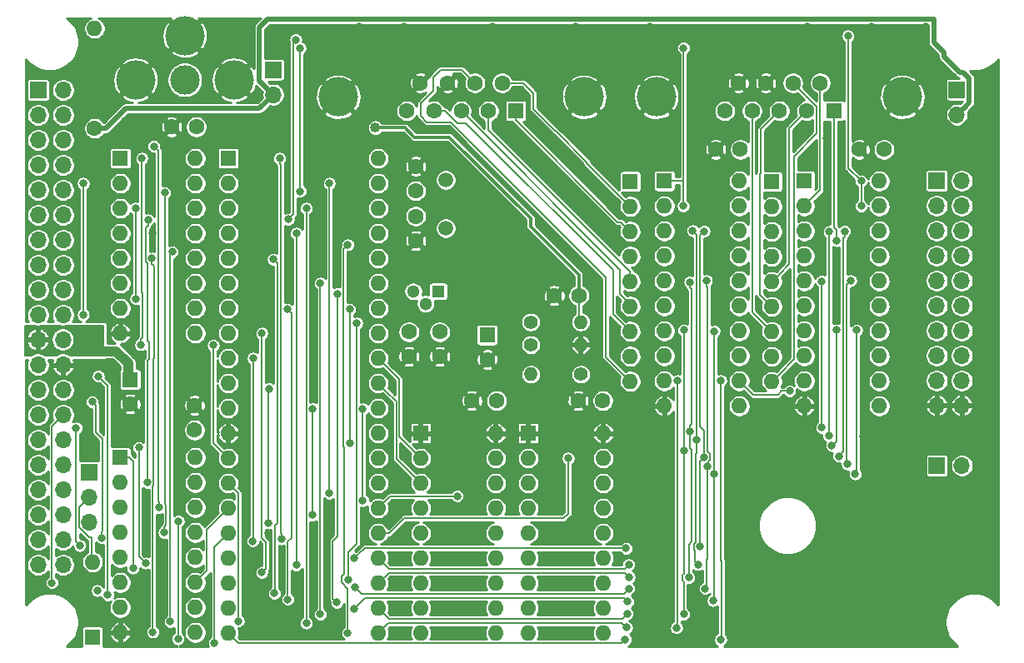
<source format=gbl>
G04 #@! TF.GenerationSoftware,KiCad,Pcbnew,5.1.5+dfsg1-2build2*
G04 #@! TF.CreationDate,2023-06-03T14:15:56-05:00*
G04 #@! TF.ProjectId,2068-Z80-TMS9118,32303638-2d5a-4383-902d-544d53393131,2.1*
G04 #@! TF.SameCoordinates,Original*
G04 #@! TF.FileFunction,Copper,L4,Bot*
G04 #@! TF.FilePolarity,Positive*
%FSLAX46Y46*%
G04 Gerber Fmt 4.6, Leading zero omitted, Abs format (unit mm)*
G04 Created by KiCad (PCBNEW 5.1.5+dfsg1-2build2) date 2023-06-03 14:15:56*
%MOMM*%
%LPD*%
G04 APERTURE LIST*
%ADD10O,1.700000X1.700000*%
%ADD11R,1.700000X1.700000*%
%ADD12O,1.600000X1.600000*%
%ADD13C,1.600000*%
%ADD14O,1.400000X1.400000*%
%ADD15C,1.400000*%
%ADD16R,1.600000X1.600000*%
%ADD17C,4.000000*%
%ADD18C,3.000000*%
%ADD19C,1.500000*%
%ADD20R,1.300000X1.300000*%
%ADD21C,1.300000*%
%ADD22C,0.800000*%
%ADD23C,1.016000*%
%ADD24C,1.000000*%
%ADD25C,0.152400*%
%ADD26C,0.300000*%
%ADD27C,0.508000*%
%ADD28C,0.254000*%
%ADD29C,0.203200*%
G04 APERTURE END LIST*
D10*
X110744000Y-63373000D03*
D11*
X110744000Y-60833000D03*
D12*
X92583000Y-56642000D03*
D13*
X92583000Y-66802000D03*
D10*
X180213000Y-65405000D03*
D11*
X180213000Y-62865000D03*
D10*
X92075000Y-106807000D03*
X92075000Y-104267000D03*
D11*
X92075000Y-101727000D03*
D10*
X180721000Y-101092000D03*
D11*
X178181000Y-101092000D03*
D13*
X170300000Y-68950000D03*
X172800000Y-68950000D03*
X155700000Y-68950000D03*
X158200000Y-68950000D03*
D14*
X136920000Y-91800000D03*
D15*
X142000000Y-91800000D03*
D13*
X139300000Y-83800000D03*
X141800000Y-83800000D03*
D12*
X92380000Y-110880000D03*
D16*
X92380000Y-118500000D03*
D17*
X101752400Y-57374400D03*
X106752400Y-61874400D03*
X96752400Y-61874400D03*
D18*
X101752400Y-61874400D03*
D10*
X180694000Y-94981600D03*
X178154000Y-94981600D03*
X180694000Y-92441600D03*
X178154000Y-92441600D03*
X180694000Y-89901600D03*
X178154000Y-89901600D03*
X180694000Y-87361600D03*
X178154000Y-87361600D03*
X180694000Y-84821600D03*
X178154000Y-84821600D03*
X180694000Y-82281600D03*
X178154000Y-82281600D03*
X180694000Y-79741600D03*
X178154000Y-79741600D03*
X180694000Y-77201600D03*
X178154000Y-77201600D03*
X180694000Y-74661600D03*
X178154000Y-74661600D03*
X180694000Y-72121600D03*
D11*
X178154000Y-72121600D03*
D13*
X96202500Y-94829000D03*
D16*
X96202500Y-92329000D03*
D13*
X124530000Y-87490000D03*
X124530000Y-89990000D03*
X132480000Y-90310000D03*
D16*
X132480000Y-87810000D03*
D13*
X127660000Y-87490000D03*
X127660000Y-89990000D03*
D17*
X149663500Y-63604000D03*
X174663500Y-63604000D03*
D13*
X158008500Y-62184000D03*
X160778500Y-62184000D03*
X163548500Y-62184000D03*
X166318500Y-62184000D03*
X156623500Y-65024000D03*
X159393500Y-65024000D03*
X162163500Y-65024000D03*
X164933500Y-65024000D03*
D16*
X167703500Y-65024000D03*
D17*
X117342000Y-63604000D03*
X142342000Y-63604000D03*
D13*
X125687000Y-62184000D03*
X128457000Y-62184000D03*
X131227000Y-62184000D03*
X133997000Y-62184000D03*
X124302000Y-65024000D03*
X127072000Y-65024000D03*
X129842000Y-65024000D03*
X132612000Y-65024000D03*
D16*
X135382000Y-65024000D03*
D15*
X136900000Y-86500000D03*
D14*
X141980000Y-86500000D03*
D12*
X172312000Y-72147000D03*
X164692000Y-95007000D03*
X172312000Y-74687000D03*
X164692000Y-92467000D03*
X172312000Y-77227000D03*
X164692000Y-89927000D03*
X172312000Y-79767000D03*
X164692000Y-87387000D03*
X172312000Y-82307000D03*
X164692000Y-84847000D03*
X172312000Y-84847000D03*
X164692000Y-82307000D03*
X172312000Y-87387000D03*
X164692000Y-79767000D03*
X172312000Y-89927000D03*
X164692000Y-77227000D03*
X172312000Y-92467000D03*
X164692000Y-74687000D03*
X172312000Y-95007000D03*
D16*
X164692000Y-72147000D03*
D12*
X161390000Y-92530500D03*
X161390000Y-89990500D03*
X161390000Y-87450500D03*
X161390000Y-84910500D03*
X161390000Y-82370500D03*
X161390000Y-79830500D03*
X161390000Y-77290500D03*
X161390000Y-74750500D03*
D16*
X161390000Y-72210500D03*
D12*
X158088000Y-72147000D03*
X150468000Y-95007000D03*
X158088000Y-74687000D03*
X150468000Y-92467000D03*
X158088000Y-77227000D03*
X150468000Y-89927000D03*
X158088000Y-79767000D03*
X150468000Y-87387000D03*
X158088000Y-82307000D03*
X150468000Y-84847000D03*
X158088000Y-84847000D03*
X150468000Y-82307000D03*
X158088000Y-87387000D03*
X150468000Y-79767000D03*
X158088000Y-89927000D03*
X150468000Y-77227000D03*
X158088000Y-92467000D03*
X150468000Y-74687000D03*
X158088000Y-95007000D03*
D16*
X150468000Y-72147000D03*
D12*
X147000000Y-92520000D03*
X147000000Y-89980000D03*
X147000000Y-87440000D03*
X147000000Y-84900000D03*
X147000000Y-82360000D03*
X147000000Y-79820000D03*
X147000000Y-77280000D03*
X147000000Y-74740000D03*
D16*
X147000000Y-72200000D03*
D19*
X128270000Y-72062000D03*
X128270000Y-76962000D03*
D12*
X102806500Y-69850000D03*
X95186500Y-87630000D03*
X102806500Y-72390000D03*
X95186500Y-85090000D03*
X102806500Y-74930000D03*
X95186500Y-82550000D03*
X102806500Y-77470000D03*
X95186500Y-80010000D03*
X102806500Y-80010000D03*
X95186500Y-77470000D03*
X102806500Y-82550000D03*
X95186500Y-74930000D03*
X102806500Y-85090000D03*
X95186500Y-72390000D03*
X102806500Y-87630000D03*
D16*
X95186500Y-69850000D03*
D12*
X102806500Y-100266500D03*
X95186500Y-118046500D03*
X102806500Y-102806500D03*
X95186500Y-115506500D03*
X102806500Y-105346500D03*
X95186500Y-112966500D03*
X102806500Y-107886500D03*
X95186500Y-110426500D03*
X102806500Y-110426500D03*
X95186500Y-107886500D03*
X102806500Y-112966500D03*
X95186500Y-105346500D03*
X102806500Y-115506500D03*
X95186500Y-102806500D03*
X102806500Y-118046500D03*
D16*
X95186500Y-100266500D03*
D12*
X121412000Y-69850000D03*
X106172000Y-118110000D03*
X121412000Y-72390000D03*
X106172000Y-115570000D03*
X121412000Y-74930000D03*
X106172000Y-113030000D03*
X121412000Y-77470000D03*
X106172000Y-110490000D03*
X121412000Y-80010000D03*
X106172000Y-107950000D03*
X121412000Y-82550000D03*
X106172000Y-105410000D03*
X121412000Y-85090000D03*
X106172000Y-102870000D03*
X121412000Y-87630000D03*
X106172000Y-100330000D03*
X121412000Y-90170000D03*
X106172000Y-97790000D03*
X121412000Y-92710000D03*
X106172000Y-95250000D03*
X121412000Y-95250000D03*
X106172000Y-92710000D03*
X121412000Y-97790000D03*
X106172000Y-90170000D03*
X121412000Y-100330000D03*
X106172000Y-87630000D03*
X121412000Y-102870000D03*
X106172000Y-85090000D03*
X121412000Y-105410000D03*
X106172000Y-82550000D03*
X121412000Y-107950000D03*
X106172000Y-80010000D03*
X121412000Y-110490000D03*
X106172000Y-77470000D03*
X121412000Y-113030000D03*
X106172000Y-74930000D03*
X121412000Y-115570000D03*
X106172000Y-72390000D03*
X121412000Y-118110000D03*
D16*
X106172000Y-69850000D03*
D12*
X144272000Y-97790000D03*
X136652000Y-118110000D03*
X144272000Y-100330000D03*
X136652000Y-115570000D03*
X144272000Y-102870000D03*
X136652000Y-113030000D03*
X144272000Y-105410000D03*
X136652000Y-110490000D03*
X144272000Y-107950000D03*
X136652000Y-107950000D03*
X144272000Y-110490000D03*
X136652000Y-105410000D03*
X144272000Y-113030000D03*
X136652000Y-102870000D03*
X144272000Y-115570000D03*
X136652000Y-100330000D03*
X144272000Y-118110000D03*
D16*
X136652000Y-97790000D03*
D12*
X133350000Y-97790000D03*
X125730000Y-118110000D03*
X133350000Y-100330000D03*
X125730000Y-115570000D03*
X133350000Y-102870000D03*
X125730000Y-113030000D03*
X133350000Y-105410000D03*
X125730000Y-110490000D03*
X133350000Y-107950000D03*
X125730000Y-107950000D03*
X133350000Y-110490000D03*
X125730000Y-105410000D03*
X133350000Y-113030000D03*
X125730000Y-102870000D03*
X133350000Y-115570000D03*
X125730000Y-100330000D03*
X133350000Y-118110000D03*
D16*
X125730000Y-97790000D03*
D13*
X125222000Y-75732000D03*
X125222000Y-78232000D03*
X125222000Y-70652000D03*
X125222000Y-73152000D03*
D10*
X89394000Y-111172000D03*
X86854000Y-111172000D03*
X89394000Y-108632000D03*
X86854000Y-108632000D03*
X89394000Y-106092000D03*
X86854000Y-106092000D03*
X89394000Y-103552000D03*
X86854000Y-103552000D03*
X89394000Y-101012000D03*
X86854000Y-101012000D03*
X89394000Y-98472000D03*
X86854000Y-98472000D03*
X89394000Y-95932000D03*
X86854000Y-95932000D03*
X89394000Y-93392000D03*
X86854000Y-93392000D03*
X89394000Y-90852000D03*
X86854000Y-90852000D03*
X89394000Y-88312000D03*
X86854000Y-88312000D03*
X89394000Y-85772000D03*
X86854000Y-85772000D03*
X89394000Y-83232000D03*
X86854000Y-83232000D03*
X89394000Y-80692000D03*
X86854000Y-80692000D03*
X89394000Y-78152000D03*
X86854000Y-78152000D03*
X89394000Y-75612000D03*
X86854000Y-75612000D03*
X89394000Y-73072000D03*
X86854000Y-73072000D03*
X89394000Y-70532000D03*
X86854000Y-70532000D03*
X89394000Y-67992000D03*
X86854000Y-67992000D03*
X89394000Y-65452000D03*
X86854000Y-65452000D03*
X89394000Y-62912000D03*
D11*
X86854000Y-62912000D03*
D14*
X141986000Y-88800000D03*
D15*
X136906000Y-88800000D03*
D20*
X127508000Y-83375500D03*
D21*
X124968000Y-83375500D03*
X126228000Y-84645500D03*
D13*
X102743000Y-94972500D03*
X102743000Y-97472500D03*
X141721200Y-94488000D03*
X144221200Y-94488000D03*
X100420800Y-66649600D03*
X102920800Y-66649600D03*
X133437000Y-94488000D03*
X130937000Y-94488000D03*
D22*
X92870000Y-113790000D03*
X91300000Y-90850000D03*
X92240000Y-90860000D03*
X93130000Y-90880000D03*
X94100000Y-90890000D03*
X170880000Y-101040000D03*
X165470000Y-97860000D03*
X151040000Y-97520000D03*
X151090000Y-98950000D03*
X151130000Y-100830000D03*
X156940000Y-102880000D03*
X157050000Y-97880000D03*
X170700000Y-98110000D03*
X168380000Y-102820000D03*
X183000000Y-111000000D03*
X183000000Y-107000000D03*
X183000000Y-103000000D03*
X183000000Y-100330000D03*
X177000000Y-118000000D03*
X173000000Y-118000000D03*
X168000000Y-118000000D03*
X164000000Y-118000000D03*
X109000000Y-118000000D03*
X112000000Y-118000000D03*
X86000000Y-114000000D03*
X90000000Y-114000000D03*
X92000000Y-116000000D03*
X110610000Y-70730000D03*
X115460000Y-73420000D03*
X114950000Y-76910000D03*
X112360000Y-80020000D03*
X115280000Y-81290000D03*
X117230000Y-82490000D03*
X118900000Y-83930000D03*
X119990000Y-88530000D03*
X119990000Y-93900000D03*
X114800000Y-94190000D03*
X116400000Y-105330000D03*
X116310000Y-107640000D03*
X110230000Y-107970000D03*
X108610000Y-111420000D03*
X107955080Y-106392980D03*
X109740000Y-114550000D03*
X117140000Y-117830000D03*
X130650000Y-103640000D03*
X129750000Y-108220000D03*
X129850000Y-110510000D03*
X128860000Y-100050000D03*
X139530000Y-100320000D03*
X147690000Y-110290000D03*
X147920000Y-111820000D03*
X147900000Y-114220000D03*
X147780000Y-116860000D03*
X152890000Y-117510000D03*
X155350000Y-116890000D03*
X157280000Y-118320000D03*
X153970000Y-112460000D03*
X155660000Y-77890000D03*
X152370000Y-77940000D03*
X152370000Y-81510000D03*
X155950000Y-81570000D03*
X155830000Y-85060000D03*
X152330000Y-85070000D03*
X156280000Y-90000000D03*
X169530000Y-79110000D03*
X168000000Y-79460000D03*
X167950000Y-82160000D03*
X169900000Y-85050000D03*
X170120000Y-103270000D03*
X131400000Y-79440000D03*
X131520000Y-71740000D03*
X138049000Y-76708000D03*
X138250000Y-79480000D03*
X141605000Y-80391000D03*
X141990000Y-70570000D03*
X142130000Y-75120000D03*
X135980000Y-68980000D03*
X138770000Y-67360000D03*
X99900000Y-72240000D03*
X98170000Y-74860000D03*
X98230000Y-70650000D03*
X99790000Y-68770000D03*
X100490000Y-77550000D03*
X101170000Y-80650000D03*
X96770000Y-85380000D03*
X97230000Y-89830000D03*
X167970000Y-84790000D03*
X122020000Y-65760000D03*
X121950000Y-67710000D03*
X135500000Y-81740000D03*
X119950000Y-71050000D03*
X119970000Y-73590000D03*
X119940000Y-75970000D03*
X119980000Y-78760000D03*
X119940000Y-81200000D03*
X116150000Y-71050000D03*
X98430000Y-77470000D03*
X101110000Y-105680000D03*
X97770000Y-103850000D03*
X97640000Y-112030000D03*
X97450000Y-117980000D03*
X99470000Y-116100000D03*
X99850000Y-118740000D03*
X91510000Y-96510000D03*
X92580000Y-93590000D03*
X91720000Y-71280000D03*
X92490000Y-85750000D03*
X99200000Y-106440000D03*
X111260000Y-57110000D03*
X114310000Y-59480000D03*
X113360000Y-76100000D03*
X151610000Y-59420000D03*
X168000000Y-58100000D03*
X169160000Y-74630000D03*
X140120000Y-110540000D03*
X140460000Y-113260000D03*
X140150000Y-115890000D03*
X140230000Y-118160000D03*
X129470000Y-118160000D03*
X129240000Y-115490000D03*
X123500000Y-112910000D03*
X123600000Y-110610000D03*
X123770000Y-108090000D03*
X123660000Y-105360000D03*
X123470000Y-115700000D03*
X123710000Y-118350000D03*
X129580000Y-113020000D03*
X140280000Y-108150000D03*
X164860000Y-69840000D03*
X164890000Y-66780000D03*
X123550000Y-102960000D03*
X119500000Y-56500000D03*
X124000000Y-56500000D03*
X133000000Y-56500000D03*
X141500000Y-56500000D03*
X149000000Y-56500000D03*
X165000000Y-56500000D03*
X171500000Y-56500000D03*
X177000000Y-56500000D03*
X128000000Y-70000000D03*
X128000000Y-79000000D03*
X176657000Y-104267000D03*
X176403000Y-110490000D03*
X176276000Y-115316000D03*
X167005000Y-67818000D03*
X166878000Y-74676000D03*
X91750000Y-88250000D03*
X92750000Y-88250000D03*
X92750000Y-87250000D03*
X91750000Y-87250000D03*
X98602800Y-68630800D03*
X99129810Y-105359200D03*
X99720400Y-73355200D03*
X99650590Y-107899200D03*
X98012210Y-76098400D03*
X97961410Y-102819200D03*
X96754990Y-74930000D03*
X96774000Y-84124800D03*
X91440000Y-85750400D03*
X91440000Y-72390000D03*
X97383600Y-69850000D03*
X97282000Y-88798400D03*
X104648000Y-88849200D03*
X153363600Y-77201600D03*
X146862800Y-111150400D03*
X167181200Y-98029600D03*
X167232000Y-77303200D03*
X153719200Y-98435988D03*
X92335390Y-94589600D03*
X93290000Y-108410000D03*
X153890610Y-111150400D03*
X153068873Y-82419792D03*
X146913602Y-112420400D03*
X152977810Y-112471200D03*
X166470000Y-82332400D03*
X166470000Y-97216800D03*
X119214999Y-86601399D03*
X118364000Y-112674400D03*
X153090590Y-97589651D03*
X152449200Y-87310800D03*
X146700000Y-116150000D03*
X167943200Y-87310800D03*
X167486000Y-99045600D03*
X152449200Y-99553600D03*
X117246400Y-83616800D03*
X117195600Y-115011200D03*
X152449180Y-116179600D03*
X151820570Y-92441600D03*
X146659600Y-117551200D03*
X151720570Y-117582970D03*
X118313200Y-78638400D03*
X118313200Y-118110000D03*
X156208400Y-92441600D03*
X146507200Y-118770400D03*
X156210000Y-118770400D03*
X163206001Y-93495601D03*
X100279200Y-116941600D03*
X100482400Y-79349600D03*
X155548000Y-87412400D03*
X146761200Y-114909600D03*
X155448000Y-114808000D03*
X170026000Y-87310800D03*
X169873600Y-101941200D03*
X155548000Y-101941200D03*
X92964000Y-91998800D03*
X118941810Y-115639810D03*
X93920000Y-114250000D03*
X154760611Y-82281600D03*
X146862800Y-113588800D03*
X154635200Y-113588800D03*
X169416400Y-82281600D03*
X169066830Y-100929622D03*
X154842418Y-101173582D03*
X97078800Y-99263200D03*
X119075200Y-113436400D03*
X97749994Y-111000000D03*
X146600000Y-109500000D03*
X154532000Y-77252400D03*
X154113817Y-109313874D03*
X168806800Y-77252400D03*
X168197200Y-100112400D03*
X154519211Y-100226789D03*
X118992610Y-110490000D03*
X91090000Y-109210000D03*
X90699998Y-97260000D03*
X88250000Y-113000000D03*
X118516400Y-98806000D03*
X118516400Y-85191600D03*
X96500000Y-111500000D03*
X115519200Y-82550000D03*
X115524084Y-116198610D03*
X116446201Y-103898601D03*
X116433600Y-72390000D03*
X110858201Y-114058601D03*
X110744000Y-80111600D03*
X119843609Y-95322286D03*
X119843609Y-104638668D03*
X113080800Y-111201200D03*
X113080800Y-77470000D03*
X110248601Y-106921399D03*
X110286800Y-93268800D03*
X111404400Y-69850000D03*
X111553771Y-108527978D03*
X108712000Y-90170000D03*
X108661200Y-108762800D03*
X114757200Y-106121200D03*
X114757200Y-95300800D03*
X109575600Y-111963200D03*
X109575600Y-87630000D03*
X112166400Y-85191600D03*
X112218049Y-114687211D03*
X114096800Y-117094000D03*
X114096800Y-74930000D03*
X140716000Y-100330000D03*
X129438400Y-104190800D03*
D23*
X121110000Y-66730000D03*
D22*
X107188000Y-116890800D03*
X98501200Y-118008400D03*
X98399600Y-80010000D03*
X152430000Y-58640000D03*
X113470000Y-58640000D03*
X113480000Y-73200000D03*
X152400000Y-74690000D03*
X170480000Y-74690000D03*
X112270000Y-76050000D03*
X170480000Y-72150000D03*
X169149998Y-57400000D03*
X113030000Y-57785000D03*
X168013010Y-78230201D03*
X101070000Y-118690000D03*
X101090000Y-106740000D03*
X104767380Y-119082820D03*
D24*
X94778800Y-89458800D02*
X92151200Y-89458800D01*
X96003500Y-90683500D02*
X94778800Y-89458800D01*
X96003500Y-92130000D02*
X96003500Y-90683500D01*
X96202500Y-92329000D02*
X96003500Y-92130000D01*
D25*
X99079010Y-69107010D02*
X99079010Y-104742715D01*
X99129810Y-104793515D02*
X99129810Y-105359200D01*
X99079010Y-104742715D02*
X99129810Y-104793515D01*
X98602800Y-68630800D02*
X99079010Y-69107010D01*
X99650590Y-107333515D02*
X99650590Y-107899200D01*
X99850000Y-105149060D02*
X99850000Y-107134105D01*
X99720400Y-105019460D02*
X99850000Y-105149060D01*
X99850000Y-107134105D02*
X99650590Y-107333515D01*
X99720400Y-73355200D02*
X99720400Y-105019460D01*
X98150000Y-90230000D02*
X97961410Y-90418590D01*
X98150000Y-88583668D02*
X98150000Y-90230000D01*
X97961410Y-88395078D02*
X98150000Y-88583668D01*
X97961410Y-90418590D02*
X97961410Y-102253515D01*
X97961410Y-80502142D02*
X97961410Y-88395078D01*
X97961410Y-102253515D02*
X97961410Y-102819200D01*
X97770998Y-80311730D02*
X97961410Y-80502142D01*
X97770998Y-76905297D02*
X97770998Y-80311730D01*
X98012210Y-76664085D02*
X97770998Y-76905297D01*
X98012210Y-76098400D02*
X98012210Y-76664085D01*
X96754990Y-74930000D02*
X96754990Y-84105790D01*
X96754990Y-84105790D02*
X96774000Y-84124800D01*
X91440000Y-85750400D02*
X91440000Y-72390000D01*
X97453401Y-88061314D02*
X97282000Y-88232715D01*
X97453401Y-83569071D02*
X97453401Y-88061314D01*
X97383600Y-83499270D02*
X97453401Y-83569071D01*
X97383600Y-69850000D02*
X97383600Y-83499270D01*
X97282000Y-88232715D02*
X97282000Y-88798400D01*
X104648000Y-98806000D02*
X106172000Y-100330000D01*
X104648000Y-88849200D02*
X104648000Y-98806000D01*
X121412000Y-110490000D02*
X122472399Y-111550399D01*
X122472399Y-111550399D02*
X146462801Y-111550399D01*
X146462801Y-111550399D02*
X146862800Y-111150400D01*
X167232000Y-97978800D02*
X167181200Y-98029600D01*
X167232000Y-77303200D02*
X167232000Y-97978800D01*
X153566810Y-110826600D02*
X153890610Y-111150400D01*
X153485216Y-109615603D02*
X153566810Y-109697197D01*
X153485216Y-109012145D02*
X153485216Y-109615603D01*
X153566810Y-109697197D02*
X153566810Y-110826600D01*
X153719200Y-97238868D02*
X153719200Y-99791670D01*
X153363600Y-77201600D02*
X153763599Y-77601599D01*
X153763599Y-97194469D02*
X153719200Y-97238868D01*
X153719200Y-99791670D02*
X153649399Y-99861471D01*
X153763599Y-77601599D02*
X153763599Y-97194469D01*
X153649399Y-99861471D02*
X153649399Y-108847962D01*
X153649399Y-108847962D02*
X153485216Y-109012145D01*
X93290000Y-107844315D02*
X93290000Y-108410000D01*
X93410000Y-107724315D02*
X93290000Y-107844315D01*
X93410000Y-98388422D02*
X93410000Y-107724315D01*
X92735389Y-94989599D02*
X92735389Y-97713811D01*
X92735389Y-97713811D02*
X93410000Y-98388422D01*
X92335390Y-94589600D02*
X92735389Y-94989599D01*
X146462803Y-111969601D02*
X146513603Y-112020401D01*
X121412000Y-113030000D02*
X122472399Y-111969601D01*
X122472399Y-111969601D02*
X146462803Y-111969601D01*
X146513603Y-112020401D02*
X146913602Y-112420400D01*
X166470000Y-82332400D02*
X166470000Y-97216800D01*
X119214999Y-86601399D02*
X119214999Y-109029401D01*
X118364000Y-109880400D02*
X118364000Y-112674400D01*
X119214999Y-109029401D02*
X118364000Y-109880400D01*
X153262000Y-83178604D02*
X153262000Y-96852556D01*
X153090590Y-97023966D02*
X153090590Y-97589651D01*
X153068873Y-82985477D02*
X153262000Y-83178604D01*
X153262000Y-96852556D02*
X153090590Y-97023966D01*
X153068873Y-82419792D02*
X153068873Y-82985477D01*
X153090590Y-98155336D02*
X153090590Y-97589651D01*
X152977810Y-109088484D02*
X153262000Y-108804294D01*
X153262000Y-108804294D02*
X153262000Y-99467930D01*
X152977810Y-112471200D02*
X152977810Y-109088484D01*
X153090590Y-99296520D02*
X153090590Y-98155336D01*
X153262000Y-99467930D02*
X153090590Y-99296520D01*
X152449200Y-87310800D02*
X152449180Y-87310820D01*
X146310401Y-116579599D02*
X146710400Y-116179600D01*
X146259601Y-116630399D02*
X146310401Y-116579599D01*
X122472399Y-116630399D02*
X146259601Y-116630399D01*
X121412000Y-115570000D02*
X122472399Y-116630399D01*
X167943200Y-87310800D02*
X167943200Y-98588400D01*
X167943200Y-98588400D02*
X167486000Y-99045600D01*
X152449180Y-87310820D02*
X152449200Y-99553600D01*
X116795601Y-114611201D02*
X117195600Y-115011200D01*
X117246400Y-108307067D02*
X116795601Y-108757866D01*
X116795601Y-108757866D02*
X116795601Y-114611201D01*
X117246400Y-83616800D02*
X117246400Y-108307067D01*
X152449180Y-109559713D02*
X152449200Y-99553600D01*
X152449200Y-109559733D02*
X152449180Y-109559713D01*
X152349209Y-112169471D02*
X152449200Y-112069480D01*
X152449200Y-112069480D02*
X152449200Y-109559733D01*
X152349209Y-112772929D02*
X152349209Y-112169471D01*
X152449200Y-112872920D02*
X152349209Y-112772929D01*
X152449200Y-116179580D02*
X152449200Y-112872920D01*
X152449180Y-116179600D02*
X152449200Y-116179580D01*
X121412000Y-118110000D02*
X122440601Y-117081399D01*
X122440601Y-117081399D02*
X146189799Y-117081399D01*
X146189799Y-117081399D02*
X146259601Y-117151201D01*
X146259601Y-117151201D02*
X146659600Y-117551200D01*
X118313200Y-117544315D02*
X118313200Y-118110000D01*
X118313200Y-113604732D02*
X118313200Y-117544315D01*
X117684598Y-112321870D02*
X117684598Y-112976130D01*
X117887799Y-99107729D02*
X117913201Y-99133131D01*
X117887799Y-79063801D02*
X117887799Y-99107729D01*
X117684598Y-112976130D02*
X118313200Y-113604732D01*
X118313200Y-78638400D02*
X117887799Y-79063801D01*
X117913201Y-99133131D02*
X117913201Y-112093267D01*
X117913201Y-112093267D02*
X117684598Y-112321870D01*
X151820570Y-93007285D02*
X151820570Y-92441600D01*
X151820570Y-117482970D02*
X151820570Y-93007285D01*
X151720570Y-117582970D02*
X151820570Y-117482970D01*
X146138999Y-119138601D02*
X146507200Y-118770400D01*
X107200601Y-119138601D02*
X146138999Y-119138601D01*
X106172000Y-118110000D02*
X107200601Y-119138601D01*
X146507200Y-118770400D02*
X146507200Y-118770400D01*
X158887999Y-93266999D02*
X158088000Y-92467000D01*
X159516600Y-93895600D02*
X158887999Y-93266999D01*
X162018800Y-93895600D02*
X159516600Y-93895600D01*
X162418799Y-93495601D02*
X162018800Y-93895600D01*
X163206001Y-93495601D02*
X162418799Y-93495601D01*
X100279200Y-116941600D02*
X100279200Y-79552800D01*
X100279200Y-79552800D02*
X100482400Y-79349600D01*
X156208400Y-110729600D02*
X156208400Y-92441600D01*
X156310000Y-110831200D02*
X156208400Y-110729600D01*
X156310000Y-118670400D02*
X156310000Y-110831200D01*
X156210000Y-118770400D02*
X156310000Y-118670400D01*
X170026000Y-87310800D02*
X170026000Y-101788800D01*
X170026000Y-101788800D02*
X169873600Y-101941200D01*
X146761200Y-114909600D02*
X146361201Y-114509601D01*
X146361201Y-114509601D02*
X120072019Y-114509601D01*
X120072019Y-114509601D02*
X119341809Y-115239811D01*
X119341809Y-115239811D02*
X118941810Y-115639810D01*
X92964000Y-91998800D02*
X93920000Y-92954800D01*
X93920000Y-92954800D02*
X93920000Y-113684315D01*
X93920000Y-113684315D02*
X93920000Y-114250000D01*
X155548000Y-110729600D02*
X155548000Y-87412400D01*
X155548000Y-114708000D02*
X155548000Y-110729600D01*
X155448000Y-114808000D02*
X155548000Y-114708000D01*
X154760611Y-110628000D02*
X154842418Y-110546193D01*
X169010000Y-100468000D02*
X169010000Y-100468000D01*
X169016401Y-100879193D02*
X169066830Y-100929622D01*
X169416400Y-82281600D02*
X169016401Y-82681599D01*
X169016401Y-82681599D02*
X169016401Y-100879193D01*
X154760611Y-82847285D02*
X154760611Y-82281600D01*
X155147812Y-100528518D02*
X155147812Y-99925060D01*
X154842418Y-100833912D02*
X155147812Y-100528518D01*
X154842418Y-82929092D02*
X154760611Y-82847285D01*
X154842418Y-99619666D02*
X154842418Y-82929092D01*
X155147812Y-99925060D02*
X154842418Y-99619666D01*
X154842418Y-110546193D02*
X154842418Y-101173582D01*
X154842418Y-101173582D02*
X154842418Y-100833912D01*
X119729199Y-114090399D02*
X119475199Y-113836399D01*
X119475199Y-113836399D02*
X119075200Y-113436400D01*
X146361201Y-114090399D02*
X119729199Y-114090399D01*
X146862800Y-113588800D02*
X146361201Y-114090399D01*
X97349995Y-110600001D02*
X97749994Y-111000000D01*
X97078800Y-110328806D02*
X97349995Y-110600001D01*
X97078800Y-99263200D02*
X97078800Y-110328806D01*
X154735200Y-110653411D02*
X154842418Y-110546193D01*
X154735200Y-113488800D02*
X154735200Y-110653411D01*
X154635200Y-113588800D02*
X154735200Y-113488800D01*
X172312000Y-77227000D02*
X172312000Y-77100000D01*
X168806800Y-77252400D02*
X168806800Y-77818085D01*
X168806800Y-77818085D02*
X168647995Y-77976890D01*
X168647995Y-77976890D02*
X168647995Y-99661605D01*
X168647995Y-99661605D02*
X168597199Y-99712401D01*
X168597199Y-99712401D02*
X168197200Y-100112400D01*
X154132001Y-97131804D02*
X154519211Y-97519014D01*
X154132001Y-77652399D02*
X154132001Y-97131804D01*
X154532000Y-77252400D02*
X154132001Y-77652399D01*
X154519211Y-97519014D02*
X154519211Y-100226789D01*
X119392609Y-110090001D02*
X118992610Y-110490000D01*
X146646999Y-109461399D02*
X120021211Y-109461399D01*
X120021211Y-109461399D02*
X119392609Y-110090001D01*
X154119212Y-100626788D02*
X154119212Y-109308479D01*
X154119212Y-109308479D02*
X154113817Y-109313874D01*
X154519211Y-100226789D02*
X154119212Y-100626788D01*
X90690001Y-108810001D02*
X90690001Y-97835682D01*
X91090000Y-109210000D02*
X90690001Y-108810001D01*
X90699998Y-97825685D02*
X90699998Y-97260000D01*
X90690001Y-97835682D02*
X90699998Y-97825685D01*
X89394000Y-95932000D02*
X88250000Y-97076000D01*
X88250000Y-97076000D02*
X88250000Y-113000000D01*
X118516400Y-98806000D02*
X118516400Y-85191600D01*
X96138900Y-100266500D02*
X96500000Y-100627600D01*
X96500000Y-110934315D02*
X96500000Y-111500000D01*
X95186500Y-100266500D02*
X96138900Y-100266500D01*
X96500000Y-100627600D02*
X96500000Y-110934315D01*
X115519200Y-116193726D02*
X115524084Y-116198610D01*
X115519200Y-82550000D02*
X115519200Y-116193726D01*
X116446201Y-72402601D02*
X116433600Y-72390000D01*
X116446201Y-103898601D02*
X116446201Y-72402601D01*
X111143999Y-80511599D02*
X110744000Y-80111600D01*
X111143999Y-106956331D02*
X111143999Y-80511599D01*
X110900000Y-114016802D02*
X110900000Y-107200330D01*
X110900000Y-107200330D02*
X111143999Y-106956331D01*
X110858201Y-114058601D02*
X110900000Y-114016802D01*
X119843609Y-95322286D02*
X119843609Y-104638668D01*
X113080800Y-111201200D02*
X113080800Y-110032800D01*
X113080800Y-110032800D02*
X113080800Y-77470000D01*
X110248601Y-93306999D02*
X110286800Y-93268800D01*
X110248601Y-106921399D02*
X110248601Y-93306999D01*
X111404400Y-70415685D02*
X111520678Y-70531963D01*
X111520678Y-70531963D02*
X111520678Y-107929200D01*
X111553771Y-107962293D02*
X111553771Y-108527978D01*
X111404400Y-69850000D02*
X111404400Y-70415685D01*
X111520678Y-107929200D02*
X111553771Y-107962293D01*
X108712000Y-108712000D02*
X108661200Y-108762800D01*
X108712000Y-90170000D02*
X108712000Y-108712000D01*
X114757200Y-106121200D02*
X114757200Y-95300800D01*
X109575600Y-88195685D02*
X109575600Y-87630000D01*
X109575600Y-108435600D02*
X109575600Y-88195685D01*
X109975599Y-108835599D02*
X109575600Y-108435600D01*
X109975599Y-111563201D02*
X109975599Y-108835599D01*
X109575600Y-111963200D02*
X109975599Y-111563201D01*
X125730000Y-102870000D02*
X123240789Y-100380789D01*
X123240789Y-100380789D02*
X123240789Y-94538789D01*
X123240789Y-94538789D02*
X122211999Y-93509999D01*
X122211999Y-93509999D02*
X121412000Y-92710000D01*
X112218049Y-108832447D02*
X112218049Y-114121526D01*
X112566399Y-85591599D02*
X112566399Y-108484097D01*
X112566399Y-108484097D02*
X112218049Y-108832447D01*
X112166400Y-85191600D02*
X112566399Y-85591599D01*
X112218049Y-114121526D02*
X112218049Y-114687211D01*
X123545600Y-98145600D02*
X124930001Y-99530001D01*
X121412000Y-90170000D02*
X123545600Y-92303600D01*
X124930001Y-99530001D02*
X125730000Y-100330000D01*
X123545600Y-92303600D02*
X123545600Y-98145600D01*
X114096800Y-117094000D02*
X114096800Y-115519200D01*
X114096800Y-115519200D02*
X114096800Y-74930000D01*
X124054769Y-106438601D02*
X140246199Y-106438601D01*
X122543370Y-107950000D02*
X124054769Y-106438601D01*
X121412000Y-107950000D02*
X122543370Y-107950000D01*
X140716000Y-105968800D02*
X140716000Y-100330000D01*
X140246199Y-106438601D02*
X140716000Y-105968800D01*
X122631200Y-104190800D02*
X129438400Y-104190800D01*
X121412000Y-105410000D02*
X122631200Y-104190800D01*
X141800000Y-86320000D02*
X141980000Y-86500000D01*
X141800000Y-83800000D02*
X141800000Y-86320000D01*
D26*
X124134000Y-66730000D02*
X121110000Y-66730000D01*
X125095000Y-67691000D02*
X124134000Y-66730000D01*
X136906000Y-76806000D02*
X136906000Y-75946000D01*
X128651000Y-67691000D02*
X125095000Y-67691000D01*
X136906000Y-75946000D02*
X128651000Y-67691000D01*
X141800000Y-81700000D02*
X136906000Y-76806000D01*
X141800000Y-83800000D02*
X141800000Y-81700000D01*
D25*
X104013000Y-111760000D02*
X102806500Y-112966500D01*
X104013000Y-107569000D02*
X104013000Y-111760000D01*
X106172000Y-105410000D02*
X104013000Y-107569000D01*
X107200601Y-116878199D02*
X107188000Y-116890800D01*
X107200601Y-103898601D02*
X107200601Y-116878199D01*
X106172000Y-102870000D02*
X107200601Y-103898601D01*
X98399600Y-80575685D02*
X98399600Y-80010000D01*
X98590012Y-90221055D02*
X98621813Y-90189254D01*
X98501200Y-103209742D02*
X98590012Y-103120930D01*
X98590012Y-103120930D02*
X98590012Y-90221055D01*
X98621813Y-90189254D02*
X98621813Y-80797898D01*
X98501200Y-118008400D02*
X98501200Y-103209742D01*
X98621813Y-80797898D02*
X98399600Y-80575685D01*
X113470000Y-73190000D02*
X113480000Y-73200000D01*
X113470000Y-58640000D02*
X113470000Y-73190000D01*
X152430000Y-71260000D02*
X152430000Y-58640000D01*
X150468000Y-72147000D02*
X152397000Y-72147000D01*
X152430000Y-72114000D02*
X152430000Y-71260000D01*
X152397000Y-72147000D02*
X152430000Y-72114000D01*
X152400000Y-72150000D02*
X152397000Y-72147000D01*
X152400000Y-74690000D02*
X152400000Y-72150000D01*
X170480000Y-74690000D02*
X170480000Y-72150000D01*
X169149998Y-57965685D02*
X169149998Y-57400000D01*
X169149998Y-70819998D02*
X169149998Y-57965685D01*
X170480000Y-72150000D02*
X169149998Y-70819998D01*
X112776000Y-58039000D02*
X113030000Y-57785000D01*
X112776000Y-75544000D02*
X112776000Y-58039000D01*
X112270000Y-76050000D02*
X112776000Y-75544000D01*
X146137399Y-83818399D02*
X147166000Y-84847000D01*
X145971399Y-83652399D02*
X146137399Y-83818399D01*
X145971399Y-81150599D02*
X145971399Y-83652399D01*
X129844800Y-65024000D02*
X145971399Y-81150599D01*
X129842000Y-65024000D02*
X129844800Y-65024000D01*
X142618601Y-70368601D02*
X146990000Y-74740000D01*
X142618601Y-70268271D02*
X142618601Y-70368601D01*
X139408601Y-67058271D02*
X142618601Y-70268271D01*
X139398601Y-67058271D02*
X139408601Y-67058271D01*
X146990000Y-74740000D02*
X147000000Y-74740000D01*
X137150000Y-64809670D02*
X139398601Y-67058271D01*
X137150000Y-63200000D02*
X137150000Y-64809670D01*
X136134000Y-62184000D02*
X137150000Y-63200000D01*
X133997000Y-62184000D02*
X136134000Y-62184000D01*
X129876000Y-60833000D02*
X131227000Y-62184000D01*
X127000000Y-61595000D02*
X127762000Y-60833000D01*
X127762000Y-60833000D02*
X129876000Y-60833000D01*
X125730000Y-64262000D02*
X127000000Y-62992000D01*
X125730000Y-65532000D02*
X125730000Y-64262000D01*
X126365000Y-66167000D02*
X125730000Y-65532000D01*
X128778000Y-66167000D02*
X126365000Y-66167000D01*
X144526000Y-81915000D02*
X128778000Y-66167000D01*
X144526000Y-90046000D02*
X144526000Y-81915000D01*
X127000000Y-62992000D02*
X127000000Y-61595000D01*
X147000000Y-92520000D02*
X144526000Y-90046000D01*
X145250000Y-81191200D02*
X145250000Y-85690000D01*
X130308800Y-66250000D02*
X145250000Y-81191200D01*
X129450000Y-66250000D02*
X130308800Y-66250000D01*
X145250000Y-85690000D02*
X146200001Y-86640001D01*
X128224000Y-65024000D02*
X129450000Y-66250000D01*
X146200001Y-86640001D02*
X147000000Y-87440000D01*
X127072000Y-65024000D02*
X128224000Y-65024000D01*
X132612000Y-66953000D02*
X132612000Y-65024000D01*
X147000000Y-81341000D02*
X132612000Y-66953000D01*
X147000000Y-82360000D02*
X147000000Y-81341000D01*
X135382000Y-65976400D02*
X145732600Y-76327000D01*
X135382000Y-65024000D02*
X135382000Y-65976400D01*
X146047000Y-76327000D02*
X147000000Y-77280000D01*
X145732600Y-76327000D02*
X146047000Y-76327000D01*
X165962101Y-64597601D02*
X165962101Y-67336899D01*
X163548500Y-62184000D02*
X165962101Y-64597601D01*
X163663399Y-90257101D02*
X162189999Y-91730501D01*
X165962101Y-67336899D02*
X163663399Y-69635601D01*
X162189999Y-91730501D02*
X161390000Y-92530500D01*
X163663399Y-69635601D02*
X163663399Y-90257101D01*
X159493500Y-85554000D02*
X161390000Y-87450500D01*
X159393500Y-85454000D02*
X159493500Y-85554000D01*
X159393500Y-65024000D02*
X159393500Y-85454000D01*
X162163500Y-65024000D02*
X160274000Y-66913500D01*
X160590001Y-84110501D02*
X161390000Y-84910500D01*
X160200000Y-83720500D02*
X160590001Y-84110501D01*
X160200000Y-71432000D02*
X160200000Y-83720500D01*
X160274000Y-71358000D02*
X160200000Y-71432000D01*
X160274000Y-66913500D02*
X160274000Y-71358000D01*
X164933500Y-65024000D02*
X163144189Y-66813311D01*
X162189999Y-81570501D02*
X161390000Y-82370500D01*
X163144189Y-66813311D02*
X163144189Y-80616311D01*
X163144189Y-80616311D02*
X162189999Y-81570501D01*
X167727201Y-78255601D02*
X167752601Y-78230201D01*
X168013010Y-77664516D02*
X168013010Y-78230201D01*
X168013010Y-77153878D02*
X168013010Y-77664516D01*
X167703500Y-76844368D02*
X168013010Y-77153878D01*
X167703500Y-65024000D02*
X167703500Y-76844368D01*
X166318500Y-62184000D02*
X166318500Y-72060500D01*
X166318500Y-73060500D02*
X166318500Y-72060500D01*
X164692000Y-74687000D02*
X166318500Y-73060500D01*
X101080000Y-110820000D02*
X101080000Y-118680000D01*
X101080000Y-118680000D02*
X101070000Y-118690000D01*
X101080000Y-110820000D02*
X101080000Y-106750000D01*
X101080000Y-106750000D02*
X101090000Y-106740000D01*
X104767380Y-109354620D02*
X104767380Y-119082820D01*
X106172000Y-107950000D02*
X104767380Y-109354620D01*
X92300000Y-108429000D02*
X92202000Y-108331000D01*
X92300000Y-110800000D02*
X92300000Y-108429000D01*
X92380000Y-110880000D02*
X92300000Y-110800000D01*
X91225001Y-105116999D02*
X92075000Y-104267000D01*
X90996399Y-105345601D02*
X91225001Y-105116999D01*
X92002670Y-108331000D02*
X90996399Y-107324729D01*
X92202000Y-108331000D02*
X92002670Y-108331000D01*
X90996399Y-107324729D02*
X90996399Y-105345601D01*
D27*
X92583000Y-66802000D02*
X93726000Y-66802000D01*
X93726000Y-66802000D02*
X95758000Y-64770000D01*
X109347000Y-64770000D02*
X110744000Y-63373000D01*
X95758000Y-64770000D02*
X109347000Y-64770000D01*
X180883523Y-61104001D02*
X181469401Y-61689879D01*
X180510079Y-61104001D02*
X180883523Y-61104001D01*
X178895999Y-59489921D02*
X180510079Y-61104001D01*
X178895999Y-59116477D02*
X178895999Y-59489921D01*
X181062999Y-64555001D02*
X180213000Y-65405000D01*
X177867599Y-55693599D02*
X177867599Y-58088077D01*
X181469401Y-64148599D02*
X181062999Y-64555001D01*
X110168401Y-55693599D02*
X177867599Y-55693599D01*
X181469401Y-61689879D02*
X181469401Y-64148599D01*
X109347000Y-56515000D02*
X110168401Y-55693599D01*
X109347000Y-61976000D02*
X109347000Y-56515000D01*
X177867599Y-58088077D02*
X178895999Y-59116477D01*
X110744000Y-63373000D02*
X109347000Y-61976000D01*
D28*
G36*
X92047649Y-55640429D02*
G01*
X91862539Y-55764116D01*
X91705116Y-55921539D01*
X91581429Y-56106649D01*
X91496233Y-56312333D01*
X91452800Y-56530685D01*
X91452800Y-56753315D01*
X91496233Y-56971667D01*
X91581429Y-57177351D01*
X91705116Y-57362461D01*
X91862539Y-57519884D01*
X92047649Y-57643571D01*
X92253333Y-57728767D01*
X92471685Y-57772200D01*
X92694315Y-57772200D01*
X92912667Y-57728767D01*
X93118351Y-57643571D01*
X93303461Y-57519884D01*
X93413834Y-57409511D01*
X99411189Y-57409511D01*
X99463024Y-57865585D01*
X99602839Y-58302782D01*
X99786246Y-58645913D01*
X100067823Y-58879372D01*
X101572795Y-57374400D01*
X101932005Y-57374400D01*
X103436977Y-58879372D01*
X103718554Y-58645913D01*
X103928834Y-58237904D01*
X104055476Y-57796710D01*
X104093611Y-57339289D01*
X104041776Y-56883215D01*
X103901961Y-56446018D01*
X103718554Y-56102887D01*
X103436977Y-55869428D01*
X101932005Y-57374400D01*
X101572795Y-57374400D01*
X100067823Y-55869428D01*
X99786246Y-56102887D01*
X99575966Y-56510896D01*
X99449324Y-56952090D01*
X99411189Y-57409511D01*
X93413834Y-57409511D01*
X93460884Y-57362461D01*
X93584571Y-57177351D01*
X93669767Y-56971667D01*
X93713200Y-56753315D01*
X93713200Y-56530685D01*
X93669767Y-56312333D01*
X93584571Y-56106649D01*
X93460884Y-55921539D01*
X93303461Y-55764116D01*
X93118351Y-55640429D01*
X92972943Y-55580200D01*
X100338318Y-55580200D01*
X100247428Y-55689823D01*
X101752400Y-57194795D01*
X103257372Y-55689823D01*
X103166482Y-55580200D01*
X109455617Y-55580200D01*
X108954195Y-56081622D01*
X108931911Y-56099910D01*
X108913623Y-56122194D01*
X108913620Y-56122197D01*
X108898934Y-56140093D01*
X108858907Y-56188866D01*
X108834332Y-56234843D01*
X108804659Y-56290356D01*
X108771254Y-56400477D01*
X108759975Y-56515000D01*
X108762801Y-56543694D01*
X108762800Y-60685666D01*
X108718554Y-60602887D01*
X108436977Y-60369428D01*
X106932005Y-61874400D01*
X108436977Y-63379372D01*
X108718554Y-63145913D01*
X108928834Y-62737904D01*
X109007760Y-62462943D01*
X109603250Y-63058433D01*
X109563800Y-63256760D01*
X109563800Y-63489240D01*
X109603250Y-63687567D01*
X109105017Y-64185800D01*
X107049805Y-64185800D01*
X107243585Y-64163776D01*
X107680782Y-64023961D01*
X108023913Y-63840554D01*
X108257372Y-63558977D01*
X106752400Y-62054005D01*
X105247428Y-63558977D01*
X105480887Y-63840554D01*
X105888896Y-64050834D01*
X106330090Y-64177476D01*
X106429935Y-64185800D01*
X97049805Y-64185800D01*
X97243585Y-64163776D01*
X97680782Y-64023961D01*
X98023913Y-63840554D01*
X98257372Y-63558977D01*
X96752400Y-62054005D01*
X95247428Y-63558977D01*
X95480887Y-63840554D01*
X95888896Y-64050834D01*
X96330090Y-64177476D01*
X96429935Y-64185800D01*
X95786684Y-64185800D01*
X95758000Y-64182975D01*
X95729316Y-64185800D01*
X95729308Y-64185800D01*
X95643477Y-64194254D01*
X95533355Y-64227659D01*
X95431866Y-64281906D01*
X95399043Y-64308843D01*
X95365196Y-64336620D01*
X95365194Y-64336622D01*
X95342910Y-64354910D01*
X95324622Y-64377194D01*
X93524728Y-66177089D01*
X93460884Y-66081539D01*
X93303461Y-65924116D01*
X93118351Y-65800429D01*
X92912667Y-65715233D01*
X92694315Y-65671800D01*
X92471685Y-65671800D01*
X92253333Y-65715233D01*
X92047649Y-65800429D01*
X91862539Y-65924116D01*
X91705116Y-66081539D01*
X91581429Y-66266649D01*
X91496233Y-66472333D01*
X91452800Y-66690685D01*
X91452800Y-66913315D01*
X91496233Y-67131667D01*
X91581429Y-67337351D01*
X91705116Y-67522461D01*
X91862539Y-67679884D01*
X92047649Y-67803571D01*
X92253333Y-67888767D01*
X92471685Y-67932200D01*
X92694315Y-67932200D01*
X92912667Y-67888767D01*
X93118351Y-67803571D01*
X93303461Y-67679884D01*
X93460884Y-67522461D01*
X93490167Y-67478635D01*
X99771370Y-67478635D01*
X99860202Y-67637262D01*
X100063657Y-67727651D01*
X100280837Y-67776612D01*
X100503395Y-67782263D01*
X100722780Y-67744385D01*
X100930560Y-67664436D01*
X100981398Y-67637262D01*
X101070230Y-67478635D01*
X100420800Y-66829205D01*
X99771370Y-67478635D01*
X93490167Y-67478635D01*
X93551931Y-67386200D01*
X93697316Y-67386200D01*
X93726000Y-67389025D01*
X93754684Y-67386200D01*
X93754692Y-67386200D01*
X93840523Y-67377746D01*
X93950645Y-67344341D01*
X94052134Y-67290094D01*
X94141090Y-67217090D01*
X94159382Y-67194801D01*
X94621988Y-66732195D01*
X99288137Y-66732195D01*
X99326015Y-66951580D01*
X99405964Y-67159360D01*
X99433138Y-67210198D01*
X99591765Y-67299030D01*
X100241195Y-66649600D01*
X100600405Y-66649600D01*
X101249835Y-67299030D01*
X101408462Y-67210198D01*
X101498851Y-67006743D01*
X101547812Y-66789563D01*
X101553463Y-66567005D01*
X101548505Y-66538285D01*
X101790600Y-66538285D01*
X101790600Y-66760915D01*
X101834033Y-66979267D01*
X101919229Y-67184951D01*
X102042916Y-67370061D01*
X102200339Y-67527484D01*
X102385449Y-67651171D01*
X102591133Y-67736367D01*
X102809485Y-67779800D01*
X103032115Y-67779800D01*
X103250467Y-67736367D01*
X103456151Y-67651171D01*
X103641261Y-67527484D01*
X103798684Y-67370061D01*
X103922371Y-67184951D01*
X104007567Y-66979267D01*
X104051000Y-66760915D01*
X104051000Y-66538285D01*
X104007567Y-66319933D01*
X103922371Y-66114249D01*
X103798684Y-65929139D01*
X103641261Y-65771716D01*
X103456151Y-65648029D01*
X103250467Y-65562833D01*
X103032115Y-65519400D01*
X102809485Y-65519400D01*
X102591133Y-65562833D01*
X102385449Y-65648029D01*
X102200339Y-65771716D01*
X102042916Y-65929139D01*
X101919229Y-66114249D01*
X101834033Y-66319933D01*
X101790600Y-66538285D01*
X101548505Y-66538285D01*
X101515585Y-66347620D01*
X101435636Y-66139840D01*
X101408462Y-66089002D01*
X101249835Y-66000170D01*
X100600405Y-66649600D01*
X100241195Y-66649600D01*
X99591765Y-66000170D01*
X99433138Y-66089002D01*
X99342749Y-66292457D01*
X99293788Y-66509637D01*
X99288137Y-66732195D01*
X94621988Y-66732195D01*
X95533618Y-65820565D01*
X99771370Y-65820565D01*
X100420800Y-66469995D01*
X101070230Y-65820565D01*
X100981398Y-65661938D01*
X100777943Y-65571549D01*
X100560763Y-65522588D01*
X100338205Y-65516937D01*
X100118820Y-65554815D01*
X99911040Y-65634764D01*
X99860202Y-65661938D01*
X99771370Y-65820565D01*
X95533618Y-65820565D01*
X95999984Y-65354200D01*
X109318316Y-65354200D01*
X109347000Y-65357025D01*
X109375684Y-65354200D01*
X109375692Y-65354200D01*
X109461523Y-65345746D01*
X109571645Y-65312341D01*
X109673134Y-65258094D01*
X109762090Y-65185090D01*
X109780382Y-65162801D01*
X110429433Y-64513750D01*
X110627760Y-64553200D01*
X110860240Y-64553200D01*
X111088252Y-64507845D01*
X111303034Y-64418879D01*
X111496333Y-64289721D01*
X111660721Y-64125333D01*
X111789879Y-63932034D01*
X111878845Y-63717252D01*
X111924200Y-63489240D01*
X111924200Y-63256760D01*
X111878845Y-63028748D01*
X111789879Y-62813966D01*
X111660721Y-62620667D01*
X111496333Y-62456279D01*
X111303034Y-62327121D01*
X111088252Y-62238155D01*
X110860240Y-62192800D01*
X110627760Y-62192800D01*
X110429433Y-62232250D01*
X110211980Y-62014797D01*
X111594000Y-62014797D01*
X111658730Y-62008422D01*
X111720973Y-61989540D01*
X111778337Y-61958879D01*
X111828616Y-61917616D01*
X111869879Y-61867337D01*
X111900540Y-61809973D01*
X111919422Y-61747730D01*
X111925797Y-61683000D01*
X111925797Y-59983000D01*
X111919422Y-59918270D01*
X111900540Y-59856027D01*
X111869879Y-59798663D01*
X111828616Y-59748384D01*
X111778337Y-59707121D01*
X111720973Y-59676460D01*
X111658730Y-59657578D01*
X111594000Y-59651203D01*
X109931200Y-59651203D01*
X109931200Y-56756983D01*
X110410384Y-56277799D01*
X177283399Y-56277799D01*
X177283400Y-58059383D01*
X177280574Y-58088077D01*
X177291853Y-58202600D01*
X177325258Y-58312721D01*
X177325259Y-58312722D01*
X177379506Y-58414211D01*
X177391380Y-58428679D01*
X177434219Y-58480880D01*
X177434222Y-58480883D01*
X177452510Y-58503167D01*
X177474794Y-58521455D01*
X178311799Y-59358460D01*
X178311799Y-59461237D01*
X178308974Y-59489921D01*
X178311799Y-59518605D01*
X178311799Y-59518613D01*
X178320253Y-59604444D01*
X178353658Y-59714566D01*
X178407906Y-59816055D01*
X178439344Y-59854363D01*
X178462619Y-59882724D01*
X178462622Y-59882727D01*
X178480910Y-59905011D01*
X178503193Y-59923298D01*
X180076701Y-61496807D01*
X180094989Y-61519091D01*
X180117273Y-61537379D01*
X180117275Y-61537381D01*
X180183945Y-61592095D01*
X180285434Y-61646342D01*
X180395556Y-61679747D01*
X180430644Y-61683203D01*
X179363000Y-61683203D01*
X179298270Y-61689578D01*
X179236027Y-61708460D01*
X179178663Y-61739121D01*
X179128384Y-61780384D01*
X179087121Y-61830663D01*
X179056460Y-61888027D01*
X179037578Y-61950270D01*
X179031203Y-62015000D01*
X179031203Y-63715000D01*
X179037578Y-63779730D01*
X179056460Y-63841973D01*
X179087121Y-63899337D01*
X179128384Y-63949616D01*
X179178663Y-63990879D01*
X179236027Y-64021540D01*
X179298270Y-64040422D01*
X179363000Y-64046797D01*
X180745020Y-64046797D01*
X180670201Y-64121616D01*
X180670195Y-64121621D01*
X180527566Y-64264250D01*
X180329240Y-64224800D01*
X180096760Y-64224800D01*
X179868748Y-64270155D01*
X179653966Y-64359121D01*
X179460667Y-64488279D01*
X179296279Y-64652667D01*
X179167121Y-64845966D01*
X179078155Y-65060748D01*
X179032800Y-65288760D01*
X179032800Y-65521240D01*
X179078155Y-65749252D01*
X179167121Y-65964034D01*
X179296279Y-66157333D01*
X179460667Y-66321721D01*
X179653966Y-66450879D01*
X179868748Y-66539845D01*
X180096760Y-66585200D01*
X180329240Y-66585200D01*
X180557252Y-66539845D01*
X180772034Y-66450879D01*
X180965333Y-66321721D01*
X181129721Y-66157333D01*
X181258879Y-65964034D01*
X181347845Y-65749252D01*
X181393200Y-65521240D01*
X181393200Y-65288760D01*
X181353750Y-65090434D01*
X181496379Y-64947805D01*
X181496384Y-64947799D01*
X181862202Y-64581981D01*
X181884491Y-64563689D01*
X181957495Y-64474733D01*
X182011742Y-64373244D01*
X182045147Y-64263122D01*
X182053601Y-64177291D01*
X182053601Y-64177282D01*
X182056426Y-64148600D01*
X182053601Y-64119918D01*
X182053601Y-61718571D01*
X182056427Y-61689879D01*
X182045147Y-61575356D01*
X182011742Y-61465234D01*
X181957495Y-61363745D01*
X181902781Y-61297075D01*
X181902779Y-61297073D01*
X181884491Y-61274789D01*
X181862208Y-61256502D01*
X181551894Y-60946189D01*
X181706791Y-60977000D01*
X182293209Y-60977000D01*
X182868359Y-60862595D01*
X183410138Y-60638183D01*
X183897727Y-60312387D01*
X184312387Y-59897727D01*
X184419800Y-59736972D01*
X184419801Y-115263030D01*
X184312387Y-115102273D01*
X183897727Y-114687613D01*
X183410138Y-114361817D01*
X182868359Y-114137405D01*
X182293209Y-114023000D01*
X181706791Y-114023000D01*
X181131641Y-114137405D01*
X180589862Y-114361817D01*
X180102273Y-114687613D01*
X179687613Y-115102273D01*
X179361817Y-115589862D01*
X179137405Y-116131641D01*
X179023000Y-116706791D01*
X179023000Y-117293209D01*
X179137405Y-117868359D01*
X179361817Y-118410138D01*
X179687613Y-118897727D01*
X180102273Y-119312387D01*
X180263028Y-119419800D01*
X156550314Y-119419800D01*
X156555879Y-119417495D01*
X156675475Y-119337583D01*
X156777183Y-119235875D01*
X156857095Y-119116279D01*
X156912139Y-118983391D01*
X156940200Y-118842318D01*
X156940200Y-118698482D01*
X156912139Y-118557409D01*
X156857095Y-118424521D01*
X156777183Y-118304925D01*
X156716400Y-118244142D01*
X156716400Y-110851152D01*
X156718365Y-110831199D01*
X156716400Y-110811246D01*
X156716400Y-110811240D01*
X156710519Y-110751532D01*
X156687281Y-110674925D01*
X156649544Y-110604324D01*
X156614800Y-110561989D01*
X156614800Y-106896791D01*
X160023000Y-106896791D01*
X160023000Y-107483209D01*
X160137405Y-108058359D01*
X160361817Y-108600138D01*
X160687613Y-109087727D01*
X161102273Y-109502387D01*
X161589862Y-109828183D01*
X162131641Y-110052595D01*
X162706791Y-110167000D01*
X163293209Y-110167000D01*
X163868359Y-110052595D01*
X164410138Y-109828183D01*
X164897727Y-109502387D01*
X165312387Y-109087727D01*
X165638183Y-108600138D01*
X165862595Y-108058359D01*
X165977000Y-107483209D01*
X165977000Y-106896791D01*
X165862595Y-106321641D01*
X165638183Y-105779862D01*
X165312387Y-105292273D01*
X164897727Y-104877613D01*
X164410138Y-104551817D01*
X163868359Y-104327405D01*
X163293209Y-104213000D01*
X162706791Y-104213000D01*
X162131641Y-104327405D01*
X161589862Y-104551817D01*
X161102273Y-104877613D01*
X160687613Y-105292273D01*
X160361817Y-105779862D01*
X160137405Y-106321641D01*
X160023000Y-106896791D01*
X156614800Y-106896791D01*
X156614800Y-94895685D01*
X156957800Y-94895685D01*
X156957800Y-95118315D01*
X157001233Y-95336667D01*
X157086429Y-95542351D01*
X157210116Y-95727461D01*
X157367539Y-95884884D01*
X157552649Y-96008571D01*
X157758333Y-96093767D01*
X157976685Y-96137200D01*
X158199315Y-96137200D01*
X158417667Y-96093767D01*
X158623351Y-96008571D01*
X158808461Y-95884884D01*
X158965884Y-95727461D01*
X159089571Y-95542351D01*
X159174767Y-95336667D01*
X159180445Y-95308119D01*
X163602652Y-95308119D01*
X163618941Y-95361841D01*
X163708786Y-95564366D01*
X163836415Y-95745472D01*
X163996924Y-95898199D01*
X164184144Y-96016677D01*
X164390880Y-96096354D01*
X164565000Y-96047498D01*
X164565000Y-95134000D01*
X164819000Y-95134000D01*
X164819000Y-96047498D01*
X164993120Y-96096354D01*
X165199856Y-96016677D01*
X165387076Y-95898199D01*
X165547585Y-95745472D01*
X165675214Y-95564366D01*
X165765059Y-95361841D01*
X165781348Y-95308119D01*
X165731924Y-95134000D01*
X164819000Y-95134000D01*
X164565000Y-95134000D01*
X163652076Y-95134000D01*
X163602652Y-95308119D01*
X159180445Y-95308119D01*
X159218200Y-95118315D01*
X159218200Y-94895685D01*
X159180446Y-94705881D01*
X163602652Y-94705881D01*
X163652076Y-94880000D01*
X164565000Y-94880000D01*
X164565000Y-93966502D01*
X164819000Y-93966502D01*
X164819000Y-94880000D01*
X165731924Y-94880000D01*
X165781348Y-94705881D01*
X165765059Y-94652159D01*
X165675214Y-94449634D01*
X165547585Y-94268528D01*
X165387076Y-94115801D01*
X165199856Y-93997323D01*
X164993120Y-93917646D01*
X164819000Y-93966502D01*
X164565000Y-93966502D01*
X164390880Y-93917646D01*
X164184144Y-93997323D01*
X163996924Y-94115801D01*
X163836415Y-94268528D01*
X163708786Y-94449634D01*
X163618941Y-94652159D01*
X163602652Y-94705881D01*
X159180446Y-94705881D01*
X159174767Y-94677333D01*
X159089571Y-94471649D01*
X158965884Y-94286539D01*
X158808461Y-94129116D01*
X158623351Y-94005429D01*
X158417667Y-93920233D01*
X158199315Y-93876800D01*
X157976685Y-93876800D01*
X157758333Y-93920233D01*
X157552649Y-94005429D01*
X157367539Y-94129116D01*
X157210116Y-94286539D01*
X157086429Y-94471649D01*
X157001233Y-94677333D01*
X156957800Y-94895685D01*
X156614800Y-94895685D01*
X156614800Y-93048256D01*
X156673875Y-93008783D01*
X156775583Y-92907075D01*
X156855495Y-92787479D01*
X156910539Y-92654591D01*
X156938600Y-92513518D01*
X156938600Y-92369682D01*
X156910539Y-92228609D01*
X156855495Y-92095721D01*
X156775583Y-91976125D01*
X156673875Y-91874417D01*
X156554279Y-91794505D01*
X156421391Y-91739461D01*
X156280318Y-91711400D01*
X156136482Y-91711400D01*
X155995409Y-91739461D01*
X155954400Y-91756447D01*
X155954400Y-89815685D01*
X156957800Y-89815685D01*
X156957800Y-90038315D01*
X157001233Y-90256667D01*
X157086429Y-90462351D01*
X157210116Y-90647461D01*
X157367539Y-90804884D01*
X157552649Y-90928571D01*
X157758333Y-91013767D01*
X157976685Y-91057200D01*
X158199315Y-91057200D01*
X158417667Y-91013767D01*
X158623351Y-90928571D01*
X158808461Y-90804884D01*
X158965884Y-90647461D01*
X159089571Y-90462351D01*
X159174767Y-90256667D01*
X159218200Y-90038315D01*
X159218200Y-89879185D01*
X160259800Y-89879185D01*
X160259800Y-90101815D01*
X160303233Y-90320167D01*
X160388429Y-90525851D01*
X160512116Y-90710961D01*
X160669539Y-90868384D01*
X160854649Y-90992071D01*
X161060333Y-91077267D01*
X161278685Y-91120700D01*
X161501315Y-91120700D01*
X161719667Y-91077267D01*
X161925351Y-90992071D01*
X162110461Y-90868384D01*
X162267884Y-90710961D01*
X162391571Y-90525851D01*
X162476767Y-90320167D01*
X162520200Y-90101815D01*
X162520200Y-89879185D01*
X162476767Y-89660833D01*
X162391571Y-89455149D01*
X162267884Y-89270039D01*
X162110461Y-89112616D01*
X161925351Y-88988929D01*
X161719667Y-88903733D01*
X161501315Y-88860300D01*
X161278685Y-88860300D01*
X161060333Y-88903733D01*
X160854649Y-88988929D01*
X160669539Y-89112616D01*
X160512116Y-89270039D01*
X160388429Y-89455149D01*
X160303233Y-89660833D01*
X160259800Y-89879185D01*
X159218200Y-89879185D01*
X159218200Y-89815685D01*
X159174767Y-89597333D01*
X159089571Y-89391649D01*
X158965884Y-89206539D01*
X158808461Y-89049116D01*
X158623351Y-88925429D01*
X158417667Y-88840233D01*
X158199315Y-88796800D01*
X157976685Y-88796800D01*
X157758333Y-88840233D01*
X157552649Y-88925429D01*
X157367539Y-89049116D01*
X157210116Y-89206539D01*
X157086429Y-89391649D01*
X157001233Y-89597333D01*
X156957800Y-89815685D01*
X155954400Y-89815685D01*
X155954400Y-88019056D01*
X156013475Y-87979583D01*
X156115183Y-87877875D01*
X156195095Y-87758279D01*
X156250139Y-87625391D01*
X156278200Y-87484318D01*
X156278200Y-87340482D01*
X156265312Y-87275685D01*
X156957800Y-87275685D01*
X156957800Y-87498315D01*
X157001233Y-87716667D01*
X157086429Y-87922351D01*
X157210116Y-88107461D01*
X157367539Y-88264884D01*
X157552649Y-88388571D01*
X157758333Y-88473767D01*
X157976685Y-88517200D01*
X158199315Y-88517200D01*
X158417667Y-88473767D01*
X158623351Y-88388571D01*
X158808461Y-88264884D01*
X158965884Y-88107461D01*
X159089571Y-87922351D01*
X159174767Y-87716667D01*
X159218200Y-87498315D01*
X159218200Y-87275685D01*
X159174767Y-87057333D01*
X159089571Y-86851649D01*
X158965884Y-86666539D01*
X158808461Y-86509116D01*
X158623351Y-86385429D01*
X158417667Y-86300233D01*
X158199315Y-86256800D01*
X157976685Y-86256800D01*
X157758333Y-86300233D01*
X157552649Y-86385429D01*
X157367539Y-86509116D01*
X157210116Y-86666539D01*
X157086429Y-86851649D01*
X157001233Y-87057333D01*
X156957800Y-87275685D01*
X156265312Y-87275685D01*
X156250139Y-87199409D01*
X156195095Y-87066521D01*
X156115183Y-86946925D01*
X156013475Y-86845217D01*
X155893879Y-86765305D01*
X155760991Y-86710261D01*
X155619918Y-86682200D01*
X155476082Y-86682200D01*
X155335009Y-86710261D01*
X155248818Y-86745962D01*
X155248818Y-82949045D01*
X155250783Y-82929092D01*
X155248818Y-82909139D01*
X155248818Y-82909132D01*
X155242937Y-82849424D01*
X155240792Y-82842351D01*
X155238866Y-82836003D01*
X155327794Y-82747075D01*
X155407706Y-82627479D01*
X155462750Y-82494591D01*
X155490811Y-82353518D01*
X155490811Y-82209682D01*
X155462750Y-82068609D01*
X155407706Y-81935721D01*
X155327794Y-81816125D01*
X155226086Y-81714417D01*
X155106490Y-81634505D01*
X154973602Y-81579461D01*
X154832529Y-81551400D01*
X154688693Y-81551400D01*
X154547620Y-81579461D01*
X154538401Y-81583280D01*
X154538401Y-77982600D01*
X154603918Y-77982600D01*
X154744991Y-77954539D01*
X154877879Y-77899495D01*
X154997475Y-77819583D01*
X155099183Y-77717875D01*
X155179095Y-77598279D01*
X155234139Y-77465391D01*
X155262200Y-77324318D01*
X155262200Y-77180482D01*
X155234139Y-77039409D01*
X155179095Y-76906521D01*
X155099183Y-76786925D01*
X154997475Y-76685217D01*
X154877879Y-76605305D01*
X154744991Y-76550261D01*
X154603918Y-76522200D01*
X154460082Y-76522200D01*
X154319009Y-76550261D01*
X154186121Y-76605305D01*
X154066525Y-76685217D01*
X153964817Y-76786925D01*
X153964772Y-76786993D01*
X153930783Y-76736125D01*
X153829075Y-76634417D01*
X153709479Y-76554505D01*
X153576591Y-76499461D01*
X153435518Y-76471400D01*
X153291682Y-76471400D01*
X153150609Y-76499461D01*
X153017721Y-76554505D01*
X152898125Y-76634417D01*
X152796417Y-76736125D01*
X152716505Y-76855721D01*
X152661461Y-76988609D01*
X152633400Y-77129682D01*
X152633400Y-77273518D01*
X152661461Y-77414591D01*
X152716505Y-77547479D01*
X152796417Y-77667075D01*
X152898125Y-77768783D01*
X153017721Y-77848695D01*
X153150609Y-77903739D01*
X153291682Y-77931800D01*
X153357199Y-77931800D01*
X153357199Y-81748858D01*
X153281864Y-81717653D01*
X153140791Y-81689592D01*
X152996955Y-81689592D01*
X152855882Y-81717653D01*
X152722994Y-81772697D01*
X152603398Y-81852609D01*
X152501690Y-81954317D01*
X152421778Y-82073913D01*
X152366734Y-82206801D01*
X152338673Y-82347874D01*
X152338673Y-82491710D01*
X152366734Y-82632783D01*
X152421778Y-82765671D01*
X152501690Y-82885267D01*
X152603398Y-82986975D01*
X152664689Y-83027928D01*
X152668354Y-83065145D01*
X152691592Y-83141751D01*
X152705918Y-83168552D01*
X152729330Y-83212353D01*
X152739353Y-83224566D01*
X152767391Y-83258731D01*
X152767397Y-83258737D01*
X152780116Y-83274235D01*
X152795614Y-83286954D01*
X152855600Y-83346940D01*
X152855600Y-86704144D01*
X152795079Y-86663705D01*
X152662191Y-86608661D01*
X152521118Y-86580600D01*
X152377282Y-86580600D01*
X152236209Y-86608661D01*
X152103321Y-86663705D01*
X151983725Y-86743617D01*
X151882017Y-86845325D01*
X151802105Y-86964921D01*
X151747061Y-87097809D01*
X151719000Y-87238882D01*
X151719000Y-87382718D01*
X151747061Y-87523791D01*
X151802105Y-87656679D01*
X151882017Y-87776275D01*
X151983725Y-87877983D01*
X152042781Y-87917443D01*
X152042788Y-91743283D01*
X152033561Y-91739461D01*
X151892488Y-91711400D01*
X151748652Y-91711400D01*
X151607579Y-91739461D01*
X151474691Y-91794505D01*
X151407799Y-91839201D01*
X151345884Y-91746539D01*
X151188461Y-91589116D01*
X151003351Y-91465429D01*
X150797667Y-91380233D01*
X150579315Y-91336800D01*
X150356685Y-91336800D01*
X150138333Y-91380233D01*
X149932649Y-91465429D01*
X149747539Y-91589116D01*
X149590116Y-91746539D01*
X149466429Y-91931649D01*
X149381233Y-92137333D01*
X149337800Y-92355685D01*
X149337800Y-92578315D01*
X149381233Y-92796667D01*
X149466429Y-93002351D01*
X149590116Y-93187461D01*
X149747539Y-93344884D01*
X149932649Y-93468571D01*
X150138333Y-93553767D01*
X150356685Y-93597200D01*
X150579315Y-93597200D01*
X150797667Y-93553767D01*
X151003351Y-93468571D01*
X151188461Y-93344884D01*
X151345884Y-93187461D01*
X151414171Y-93085263D01*
X151414171Y-94397070D01*
X151323585Y-94268528D01*
X151163076Y-94115801D01*
X150975856Y-93997323D01*
X150769120Y-93917646D01*
X150595000Y-93966502D01*
X150595000Y-94880000D01*
X150615000Y-94880000D01*
X150615000Y-95134000D01*
X150595000Y-95134000D01*
X150595000Y-96047498D01*
X150769120Y-96096354D01*
X150975856Y-96016677D01*
X151163076Y-95898199D01*
X151323585Y-95745472D01*
X151414171Y-95616930D01*
X151414170Y-116919522D01*
X151374691Y-116935875D01*
X151255095Y-117015787D01*
X151153387Y-117117495D01*
X151073475Y-117237091D01*
X151018431Y-117369979D01*
X150990370Y-117511052D01*
X150990370Y-117654888D01*
X151018431Y-117795961D01*
X151073475Y-117928849D01*
X151153387Y-118048445D01*
X151255095Y-118150153D01*
X151374691Y-118230065D01*
X151507579Y-118285109D01*
X151648652Y-118313170D01*
X151792488Y-118313170D01*
X151933561Y-118285109D01*
X152066449Y-118230065D01*
X152186045Y-118150153D01*
X152287753Y-118048445D01*
X152367665Y-117928849D01*
X152422709Y-117795961D01*
X152450770Y-117654888D01*
X152450770Y-117511052D01*
X152422709Y-117369979D01*
X152367665Y-117237091D01*
X152287753Y-117117495D01*
X152226970Y-117056712D01*
X152226970Y-116877920D01*
X152236189Y-116881739D01*
X152377262Y-116909800D01*
X152521098Y-116909800D01*
X152662171Y-116881739D01*
X152795059Y-116826695D01*
X152914655Y-116746783D01*
X153016363Y-116645075D01*
X153096275Y-116525479D01*
X153151319Y-116392591D01*
X153179380Y-116251518D01*
X153179380Y-116107682D01*
X153151319Y-115966609D01*
X153096275Y-115833721D01*
X153016363Y-115714125D01*
X152914655Y-115612417D01*
X152855600Y-115572957D01*
X152855600Y-113191396D01*
X152905892Y-113201400D01*
X153049728Y-113201400D01*
X153190801Y-113173339D01*
X153323689Y-113118295D01*
X153443285Y-113038383D01*
X153544993Y-112936675D01*
X153624905Y-112817079D01*
X153679949Y-112684191D01*
X153708010Y-112543118D01*
X153708010Y-112399282D01*
X153679949Y-112258209D01*
X153624905Y-112125321D01*
X153544993Y-112005725D01*
X153443285Y-111904017D01*
X153384210Y-111864544D01*
X153384210Y-111676658D01*
X153425135Y-111717583D01*
X153544731Y-111797495D01*
X153677619Y-111852539D01*
X153818692Y-111880600D01*
X153962528Y-111880600D01*
X154103601Y-111852539D01*
X154236489Y-111797495D01*
X154328801Y-111735814D01*
X154328800Y-112925352D01*
X154289321Y-112941705D01*
X154169725Y-113021617D01*
X154068017Y-113123325D01*
X153988105Y-113242921D01*
X153933061Y-113375809D01*
X153905000Y-113516882D01*
X153905000Y-113660718D01*
X153933061Y-113801791D01*
X153988105Y-113934679D01*
X154068017Y-114054275D01*
X154169725Y-114155983D01*
X154289321Y-114235895D01*
X154422209Y-114290939D01*
X154563282Y-114319000D01*
X154707118Y-114319000D01*
X154848191Y-114290939D01*
X154981079Y-114235895D01*
X155100675Y-114155983D01*
X155141600Y-114115058D01*
X155141600Y-114144552D01*
X155102121Y-114160905D01*
X154982525Y-114240817D01*
X154880817Y-114342525D01*
X154800905Y-114462121D01*
X154745861Y-114595009D01*
X154717800Y-114736082D01*
X154717800Y-114879918D01*
X154745861Y-115020991D01*
X154800905Y-115153879D01*
X154880817Y-115273475D01*
X154982525Y-115375183D01*
X155102121Y-115455095D01*
X155235009Y-115510139D01*
X155376082Y-115538200D01*
X155519918Y-115538200D01*
X155660991Y-115510139D01*
X155793879Y-115455095D01*
X155903600Y-115381781D01*
X155903600Y-118106952D01*
X155864121Y-118123305D01*
X155744525Y-118203217D01*
X155642817Y-118304925D01*
X155562905Y-118424521D01*
X155507861Y-118557409D01*
X155479800Y-118698482D01*
X155479800Y-118842318D01*
X155507861Y-118983391D01*
X155562905Y-119116279D01*
X155642817Y-119235875D01*
X155744525Y-119337583D01*
X155864121Y-119417495D01*
X155869686Y-119419800D01*
X146847514Y-119419800D01*
X146853079Y-119417495D01*
X146972675Y-119337583D01*
X147074383Y-119235875D01*
X147154295Y-119116279D01*
X147209339Y-118983391D01*
X147237400Y-118842318D01*
X147237400Y-118698482D01*
X147209339Y-118557409D01*
X147154295Y-118424521D01*
X147074383Y-118304925D01*
X146978803Y-118209345D01*
X147005479Y-118198295D01*
X147125075Y-118118383D01*
X147226783Y-118016675D01*
X147306695Y-117897079D01*
X147361739Y-117764191D01*
X147389800Y-117623118D01*
X147389800Y-117479282D01*
X147361739Y-117338209D01*
X147306695Y-117205321D01*
X147226783Y-117085725D01*
X147125075Y-116984017D01*
X147005479Y-116904105D01*
X146890718Y-116856569D01*
X146912991Y-116852139D01*
X147045879Y-116797095D01*
X147165475Y-116717183D01*
X147267183Y-116615475D01*
X147347095Y-116495879D01*
X147402139Y-116362991D01*
X147430200Y-116221918D01*
X147430200Y-116078082D01*
X147402139Y-115937009D01*
X147347095Y-115804121D01*
X147267183Y-115684525D01*
X147165475Y-115582817D01*
X147116730Y-115550246D01*
X147226675Y-115476783D01*
X147328383Y-115375075D01*
X147408295Y-115255479D01*
X147463339Y-115122591D01*
X147491400Y-114981518D01*
X147491400Y-114837682D01*
X147463339Y-114696609D01*
X147408295Y-114563721D01*
X147328383Y-114444125D01*
X147226675Y-114342417D01*
X147121375Y-114272057D01*
X147208679Y-114235895D01*
X147328275Y-114155983D01*
X147429983Y-114054275D01*
X147509895Y-113934679D01*
X147564939Y-113801791D01*
X147593000Y-113660718D01*
X147593000Y-113516882D01*
X147564939Y-113375809D01*
X147509895Y-113242921D01*
X147429983Y-113123325D01*
X147328275Y-113021617D01*
X147328208Y-113021573D01*
X147379077Y-112987583D01*
X147480785Y-112885875D01*
X147560697Y-112766279D01*
X147615741Y-112633391D01*
X147643802Y-112492318D01*
X147643802Y-112348482D01*
X147615741Y-112207409D01*
X147560697Y-112074521D01*
X147480785Y-111954925D01*
X147379077Y-111853217D01*
X147259481Y-111773305D01*
X147250469Y-111769572D01*
X147328275Y-111717583D01*
X147429983Y-111615875D01*
X147509895Y-111496279D01*
X147564939Y-111363391D01*
X147593000Y-111222318D01*
X147593000Y-111078482D01*
X147564939Y-110937409D01*
X147509895Y-110804521D01*
X147429983Y-110684925D01*
X147328275Y-110583217D01*
X147208679Y-110503305D01*
X147075791Y-110448261D01*
X146934718Y-110420200D01*
X146790882Y-110420200D01*
X146649809Y-110448261D01*
X146516921Y-110503305D01*
X146397325Y-110583217D01*
X146295617Y-110684925D01*
X146215705Y-110804521D01*
X146160661Y-110937409D01*
X146132600Y-111078482D01*
X146132600Y-111143999D01*
X145194293Y-111143999D01*
X145273571Y-111025351D01*
X145358767Y-110819667D01*
X145402200Y-110601315D01*
X145402200Y-110378685D01*
X145358767Y-110160333D01*
X145273571Y-109954649D01*
X145215539Y-109867799D01*
X145967552Y-109867799D01*
X146032817Y-109965475D01*
X146134525Y-110067183D01*
X146254121Y-110147095D01*
X146387009Y-110202139D01*
X146528082Y-110230200D01*
X146671918Y-110230200D01*
X146812991Y-110202139D01*
X146945879Y-110147095D01*
X147065475Y-110067183D01*
X147167183Y-109965475D01*
X147247095Y-109845879D01*
X147302139Y-109712991D01*
X147330200Y-109571918D01*
X147330200Y-109428082D01*
X147302139Y-109287009D01*
X147247095Y-109154121D01*
X147167183Y-109034525D01*
X147065475Y-108932817D01*
X146945879Y-108852905D01*
X146812991Y-108797861D01*
X146671918Y-108769800D01*
X146528082Y-108769800D01*
X146387009Y-108797861D01*
X146254121Y-108852905D01*
X146134525Y-108932817D01*
X146032817Y-109034525D01*
X146019137Y-109054999D01*
X144510009Y-109054999D01*
X144601667Y-109036767D01*
X144807351Y-108951571D01*
X144992461Y-108827884D01*
X145149884Y-108670461D01*
X145273571Y-108485351D01*
X145358767Y-108279667D01*
X145402200Y-108061315D01*
X145402200Y-107838685D01*
X145358767Y-107620333D01*
X145273571Y-107414649D01*
X145149884Y-107229539D01*
X144992461Y-107072116D01*
X144807351Y-106948429D01*
X144601667Y-106863233D01*
X144383315Y-106819800D01*
X144160685Y-106819800D01*
X143942333Y-106863233D01*
X143736649Y-106948429D01*
X143551539Y-107072116D01*
X143394116Y-107229539D01*
X143270429Y-107414649D01*
X143185233Y-107620333D01*
X143141800Y-107838685D01*
X143141800Y-108061315D01*
X143185233Y-108279667D01*
X143270429Y-108485351D01*
X143394116Y-108670461D01*
X143551539Y-108827884D01*
X143736649Y-108951571D01*
X143942333Y-109036767D01*
X144033991Y-109054999D01*
X136890009Y-109054999D01*
X136981667Y-109036767D01*
X137187351Y-108951571D01*
X137372461Y-108827884D01*
X137529884Y-108670461D01*
X137653571Y-108485351D01*
X137738767Y-108279667D01*
X137782200Y-108061315D01*
X137782200Y-107838685D01*
X137738767Y-107620333D01*
X137653571Y-107414649D01*
X137529884Y-107229539D01*
X137372461Y-107072116D01*
X137187351Y-106948429D01*
X136981667Y-106863233D01*
X136890009Y-106845001D01*
X140226246Y-106845001D01*
X140246199Y-106846966D01*
X140266152Y-106845001D01*
X140266159Y-106845001D01*
X140325867Y-106839120D01*
X140402474Y-106815882D01*
X140473075Y-106778145D01*
X140534957Y-106727359D01*
X140547681Y-106711855D01*
X140989260Y-106270276D01*
X141004758Y-106257558D01*
X141017477Y-106242060D01*
X141017482Y-106242055D01*
X141042372Y-106211726D01*
X141055544Y-106195676D01*
X141093281Y-106125075D01*
X141101173Y-106099057D01*
X141116519Y-106048469D01*
X141118315Y-106030236D01*
X141122400Y-105988760D01*
X141122400Y-105988753D01*
X141124365Y-105968800D01*
X141122400Y-105948847D01*
X141122400Y-105298685D01*
X143141800Y-105298685D01*
X143141800Y-105521315D01*
X143185233Y-105739667D01*
X143270429Y-105945351D01*
X143394116Y-106130461D01*
X143551539Y-106287884D01*
X143736649Y-106411571D01*
X143942333Y-106496767D01*
X144160685Y-106540200D01*
X144383315Y-106540200D01*
X144601667Y-106496767D01*
X144807351Y-106411571D01*
X144992461Y-106287884D01*
X145149884Y-106130461D01*
X145273571Y-105945351D01*
X145358767Y-105739667D01*
X145402200Y-105521315D01*
X145402200Y-105298685D01*
X145358767Y-105080333D01*
X145273571Y-104874649D01*
X145149884Y-104689539D01*
X144992461Y-104532116D01*
X144807351Y-104408429D01*
X144601667Y-104323233D01*
X144383315Y-104279800D01*
X144160685Y-104279800D01*
X143942333Y-104323233D01*
X143736649Y-104408429D01*
X143551539Y-104532116D01*
X143394116Y-104689539D01*
X143270429Y-104874649D01*
X143185233Y-105080333D01*
X143141800Y-105298685D01*
X141122400Y-105298685D01*
X141122400Y-102758685D01*
X143141800Y-102758685D01*
X143141800Y-102981315D01*
X143185233Y-103199667D01*
X143270429Y-103405351D01*
X143394116Y-103590461D01*
X143551539Y-103747884D01*
X143736649Y-103871571D01*
X143942333Y-103956767D01*
X144160685Y-104000200D01*
X144383315Y-104000200D01*
X144601667Y-103956767D01*
X144807351Y-103871571D01*
X144992461Y-103747884D01*
X145149884Y-103590461D01*
X145273571Y-103405351D01*
X145358767Y-103199667D01*
X145402200Y-102981315D01*
X145402200Y-102758685D01*
X145358767Y-102540333D01*
X145273571Y-102334649D01*
X145149884Y-102149539D01*
X144992461Y-101992116D01*
X144807351Y-101868429D01*
X144601667Y-101783233D01*
X144383315Y-101739800D01*
X144160685Y-101739800D01*
X143942333Y-101783233D01*
X143736649Y-101868429D01*
X143551539Y-101992116D01*
X143394116Y-102149539D01*
X143270429Y-102334649D01*
X143185233Y-102540333D01*
X143141800Y-102758685D01*
X141122400Y-102758685D01*
X141122400Y-100936656D01*
X141181475Y-100897183D01*
X141283183Y-100795475D01*
X141363095Y-100675879D01*
X141418139Y-100542991D01*
X141446200Y-100401918D01*
X141446200Y-100258082D01*
X141438364Y-100218685D01*
X143141800Y-100218685D01*
X143141800Y-100441315D01*
X143185233Y-100659667D01*
X143270429Y-100865351D01*
X143394116Y-101050461D01*
X143551539Y-101207884D01*
X143736649Y-101331571D01*
X143942333Y-101416767D01*
X144160685Y-101460200D01*
X144383315Y-101460200D01*
X144601667Y-101416767D01*
X144807351Y-101331571D01*
X144992461Y-101207884D01*
X145149884Y-101050461D01*
X145273571Y-100865351D01*
X145358767Y-100659667D01*
X145402200Y-100441315D01*
X145402200Y-100218685D01*
X145358767Y-100000333D01*
X145273571Y-99794649D01*
X145149884Y-99609539D01*
X144992461Y-99452116D01*
X144807351Y-99328429D01*
X144601667Y-99243233D01*
X144383315Y-99199800D01*
X144160685Y-99199800D01*
X143942333Y-99243233D01*
X143736649Y-99328429D01*
X143551539Y-99452116D01*
X143394116Y-99609539D01*
X143270429Y-99794649D01*
X143185233Y-100000333D01*
X143141800Y-100218685D01*
X141438364Y-100218685D01*
X141418139Y-100117009D01*
X141363095Y-99984121D01*
X141283183Y-99864525D01*
X141181475Y-99762817D01*
X141061879Y-99682905D01*
X140928991Y-99627861D01*
X140787918Y-99599800D01*
X140644082Y-99599800D01*
X140503009Y-99627861D01*
X140370121Y-99682905D01*
X140250525Y-99762817D01*
X140148817Y-99864525D01*
X140068905Y-99984121D01*
X140013861Y-100117009D01*
X139985800Y-100258082D01*
X139985800Y-100401918D01*
X140013861Y-100542991D01*
X140068905Y-100675879D01*
X140148817Y-100795475D01*
X140250525Y-100897183D01*
X140309601Y-100936656D01*
X140309600Y-105800463D01*
X140077863Y-106032201D01*
X137595539Y-106032201D01*
X137653571Y-105945351D01*
X137738767Y-105739667D01*
X137782200Y-105521315D01*
X137782200Y-105298685D01*
X137738767Y-105080333D01*
X137653571Y-104874649D01*
X137529884Y-104689539D01*
X137372461Y-104532116D01*
X137187351Y-104408429D01*
X136981667Y-104323233D01*
X136763315Y-104279800D01*
X136540685Y-104279800D01*
X136322333Y-104323233D01*
X136116649Y-104408429D01*
X135931539Y-104532116D01*
X135774116Y-104689539D01*
X135650429Y-104874649D01*
X135565233Y-105080333D01*
X135521800Y-105298685D01*
X135521800Y-105521315D01*
X135565233Y-105739667D01*
X135650429Y-105945351D01*
X135708461Y-106032201D01*
X134293539Y-106032201D01*
X134351571Y-105945351D01*
X134436767Y-105739667D01*
X134480200Y-105521315D01*
X134480200Y-105298685D01*
X134436767Y-105080333D01*
X134351571Y-104874649D01*
X134227884Y-104689539D01*
X134070461Y-104532116D01*
X133885351Y-104408429D01*
X133679667Y-104323233D01*
X133461315Y-104279800D01*
X133238685Y-104279800D01*
X133020333Y-104323233D01*
X132814649Y-104408429D01*
X132629539Y-104532116D01*
X132472116Y-104689539D01*
X132348429Y-104874649D01*
X132263233Y-105080333D01*
X132219800Y-105298685D01*
X132219800Y-105521315D01*
X132263233Y-105739667D01*
X132348429Y-105945351D01*
X132406461Y-106032201D01*
X126673539Y-106032201D01*
X126731571Y-105945351D01*
X126816767Y-105739667D01*
X126860200Y-105521315D01*
X126860200Y-105298685D01*
X126816767Y-105080333D01*
X126731571Y-104874649D01*
X126607884Y-104689539D01*
X126515545Y-104597200D01*
X128831744Y-104597200D01*
X128871217Y-104656275D01*
X128972925Y-104757983D01*
X129092521Y-104837895D01*
X129225409Y-104892939D01*
X129366482Y-104921000D01*
X129510318Y-104921000D01*
X129651391Y-104892939D01*
X129784279Y-104837895D01*
X129903875Y-104757983D01*
X130005583Y-104656275D01*
X130085495Y-104536679D01*
X130140539Y-104403791D01*
X130168600Y-104262718D01*
X130168600Y-104118882D01*
X130140539Y-103977809D01*
X130085495Y-103844921D01*
X130005583Y-103725325D01*
X129903875Y-103623617D01*
X129784279Y-103543705D01*
X129651391Y-103488661D01*
X129510318Y-103460600D01*
X129366482Y-103460600D01*
X129225409Y-103488661D01*
X129092521Y-103543705D01*
X128972925Y-103623617D01*
X128871217Y-103725325D01*
X128831744Y-103784400D01*
X126395811Y-103784400D01*
X126450461Y-103747884D01*
X126607884Y-103590461D01*
X126731571Y-103405351D01*
X126816767Y-103199667D01*
X126860200Y-102981315D01*
X126860200Y-102758685D01*
X132219800Y-102758685D01*
X132219800Y-102981315D01*
X132263233Y-103199667D01*
X132348429Y-103405351D01*
X132472116Y-103590461D01*
X132629539Y-103747884D01*
X132814649Y-103871571D01*
X133020333Y-103956767D01*
X133238685Y-104000200D01*
X133461315Y-104000200D01*
X133679667Y-103956767D01*
X133885351Y-103871571D01*
X134070461Y-103747884D01*
X134227884Y-103590461D01*
X134351571Y-103405351D01*
X134436767Y-103199667D01*
X134480200Y-102981315D01*
X134480200Y-102758685D01*
X135521800Y-102758685D01*
X135521800Y-102981315D01*
X135565233Y-103199667D01*
X135650429Y-103405351D01*
X135774116Y-103590461D01*
X135931539Y-103747884D01*
X136116649Y-103871571D01*
X136322333Y-103956767D01*
X136540685Y-104000200D01*
X136763315Y-104000200D01*
X136981667Y-103956767D01*
X137187351Y-103871571D01*
X137372461Y-103747884D01*
X137529884Y-103590461D01*
X137653571Y-103405351D01*
X137738767Y-103199667D01*
X137782200Y-102981315D01*
X137782200Y-102758685D01*
X137738767Y-102540333D01*
X137653571Y-102334649D01*
X137529884Y-102149539D01*
X137372461Y-101992116D01*
X137187351Y-101868429D01*
X136981667Y-101783233D01*
X136763315Y-101739800D01*
X136540685Y-101739800D01*
X136322333Y-101783233D01*
X136116649Y-101868429D01*
X135931539Y-101992116D01*
X135774116Y-102149539D01*
X135650429Y-102334649D01*
X135565233Y-102540333D01*
X135521800Y-102758685D01*
X134480200Y-102758685D01*
X134436767Y-102540333D01*
X134351571Y-102334649D01*
X134227884Y-102149539D01*
X134070461Y-101992116D01*
X133885351Y-101868429D01*
X133679667Y-101783233D01*
X133461315Y-101739800D01*
X133238685Y-101739800D01*
X133020333Y-101783233D01*
X132814649Y-101868429D01*
X132629539Y-101992116D01*
X132472116Y-102149539D01*
X132348429Y-102334649D01*
X132263233Y-102540333D01*
X132219800Y-102758685D01*
X126860200Y-102758685D01*
X126816767Y-102540333D01*
X126731571Y-102334649D01*
X126607884Y-102149539D01*
X126450461Y-101992116D01*
X126265351Y-101868429D01*
X126059667Y-101783233D01*
X125841315Y-101739800D01*
X125618685Y-101739800D01*
X125400333Y-101783233D01*
X125271382Y-101836645D01*
X123647189Y-100212453D01*
X123647189Y-98821925D01*
X124656746Y-99831483D01*
X124656752Y-99831488D01*
X124696646Y-99871382D01*
X124643233Y-100000333D01*
X124599800Y-100218685D01*
X124599800Y-100441315D01*
X124643233Y-100659667D01*
X124728429Y-100865351D01*
X124852116Y-101050461D01*
X125009539Y-101207884D01*
X125194649Y-101331571D01*
X125400333Y-101416767D01*
X125618685Y-101460200D01*
X125841315Y-101460200D01*
X126059667Y-101416767D01*
X126265351Y-101331571D01*
X126450461Y-101207884D01*
X126607884Y-101050461D01*
X126731571Y-100865351D01*
X126816767Y-100659667D01*
X126860200Y-100441315D01*
X126860200Y-100218685D01*
X132219800Y-100218685D01*
X132219800Y-100441315D01*
X132263233Y-100659667D01*
X132348429Y-100865351D01*
X132472116Y-101050461D01*
X132629539Y-101207884D01*
X132814649Y-101331571D01*
X133020333Y-101416767D01*
X133238685Y-101460200D01*
X133461315Y-101460200D01*
X133679667Y-101416767D01*
X133885351Y-101331571D01*
X134070461Y-101207884D01*
X134227884Y-101050461D01*
X134351571Y-100865351D01*
X134436767Y-100659667D01*
X134480200Y-100441315D01*
X134480200Y-100218685D01*
X135521800Y-100218685D01*
X135521800Y-100441315D01*
X135565233Y-100659667D01*
X135650429Y-100865351D01*
X135774116Y-101050461D01*
X135931539Y-101207884D01*
X136116649Y-101331571D01*
X136322333Y-101416767D01*
X136540685Y-101460200D01*
X136763315Y-101460200D01*
X136981667Y-101416767D01*
X137187351Y-101331571D01*
X137372461Y-101207884D01*
X137529884Y-101050461D01*
X137653571Y-100865351D01*
X137738767Y-100659667D01*
X137782200Y-100441315D01*
X137782200Y-100218685D01*
X137738767Y-100000333D01*
X137653571Y-99794649D01*
X137529884Y-99609539D01*
X137372461Y-99452116D01*
X137187351Y-99328429D01*
X136981667Y-99243233D01*
X136763315Y-99199800D01*
X136540685Y-99199800D01*
X136322333Y-99243233D01*
X136116649Y-99328429D01*
X135931539Y-99452116D01*
X135774116Y-99609539D01*
X135650429Y-99794649D01*
X135565233Y-100000333D01*
X135521800Y-100218685D01*
X134480200Y-100218685D01*
X134436767Y-100000333D01*
X134351571Y-99794649D01*
X134227884Y-99609539D01*
X134070461Y-99452116D01*
X133885351Y-99328429D01*
X133679667Y-99243233D01*
X133461315Y-99199800D01*
X133238685Y-99199800D01*
X133020333Y-99243233D01*
X132814649Y-99328429D01*
X132629539Y-99452116D01*
X132472116Y-99609539D01*
X132348429Y-99794649D01*
X132263233Y-100000333D01*
X132219800Y-100218685D01*
X126860200Y-100218685D01*
X126816767Y-100000333D01*
X126731571Y-99794649D01*
X126607884Y-99609539D01*
X126450461Y-99452116D01*
X126265351Y-99328429D01*
X126059667Y-99243233D01*
X125841315Y-99199800D01*
X125618685Y-99199800D01*
X125400333Y-99243233D01*
X125271382Y-99296646D01*
X125231488Y-99256752D01*
X125231483Y-99256746D01*
X124892879Y-98918142D01*
X124930000Y-98921798D01*
X125520450Y-98920200D01*
X125603000Y-98837650D01*
X125603000Y-97917000D01*
X125857000Y-97917000D01*
X125857000Y-98837650D01*
X125939550Y-98920200D01*
X126530000Y-98921798D01*
X126594731Y-98915423D01*
X126656974Y-98896541D01*
X126714337Y-98865880D01*
X126764617Y-98824617D01*
X126805880Y-98774337D01*
X126836541Y-98716974D01*
X126855423Y-98654731D01*
X126861798Y-98590000D01*
X126860448Y-98091119D01*
X132260652Y-98091119D01*
X132276941Y-98144841D01*
X132366786Y-98347366D01*
X132494415Y-98528472D01*
X132654924Y-98681199D01*
X132842144Y-98799677D01*
X133048880Y-98879354D01*
X133223000Y-98830498D01*
X133223000Y-97917000D01*
X133477000Y-97917000D01*
X133477000Y-98830498D01*
X133651120Y-98879354D01*
X133857856Y-98799677D01*
X134045076Y-98681199D01*
X134140921Y-98590000D01*
X135520202Y-98590000D01*
X135526577Y-98654731D01*
X135545459Y-98716974D01*
X135576120Y-98774337D01*
X135617383Y-98824617D01*
X135667663Y-98865880D01*
X135725026Y-98896541D01*
X135787269Y-98915423D01*
X135852000Y-98921798D01*
X136442450Y-98920200D01*
X136525000Y-98837650D01*
X136525000Y-97917000D01*
X136779000Y-97917000D01*
X136779000Y-98837650D01*
X136861550Y-98920200D01*
X137452000Y-98921798D01*
X137516731Y-98915423D01*
X137578974Y-98896541D01*
X137636337Y-98865880D01*
X137686617Y-98824617D01*
X137727880Y-98774337D01*
X137758541Y-98716974D01*
X137777423Y-98654731D01*
X137783798Y-98590000D01*
X137782448Y-98091119D01*
X143182652Y-98091119D01*
X143198941Y-98144841D01*
X143288786Y-98347366D01*
X143416415Y-98528472D01*
X143576924Y-98681199D01*
X143764144Y-98799677D01*
X143970880Y-98879354D01*
X144145000Y-98830498D01*
X144145000Y-97917000D01*
X144399000Y-97917000D01*
X144399000Y-98830498D01*
X144573120Y-98879354D01*
X144779856Y-98799677D01*
X144967076Y-98681199D01*
X145127585Y-98528472D01*
X145255214Y-98347366D01*
X145345059Y-98144841D01*
X145361348Y-98091119D01*
X145311924Y-97917000D01*
X144399000Y-97917000D01*
X144145000Y-97917000D01*
X143232076Y-97917000D01*
X143182652Y-98091119D01*
X137782448Y-98091119D01*
X137782200Y-97999550D01*
X137699650Y-97917000D01*
X136779000Y-97917000D01*
X136525000Y-97917000D01*
X135604350Y-97917000D01*
X135521800Y-97999550D01*
X135520202Y-98590000D01*
X134140921Y-98590000D01*
X134205585Y-98528472D01*
X134333214Y-98347366D01*
X134423059Y-98144841D01*
X134439348Y-98091119D01*
X134389924Y-97917000D01*
X133477000Y-97917000D01*
X133223000Y-97917000D01*
X132310076Y-97917000D01*
X132260652Y-98091119D01*
X126860448Y-98091119D01*
X126860200Y-97999550D01*
X126777650Y-97917000D01*
X125857000Y-97917000D01*
X125603000Y-97917000D01*
X124682350Y-97917000D01*
X124599800Y-97999550D01*
X124598202Y-98590000D01*
X124601858Y-98627121D01*
X123952000Y-97977264D01*
X123952000Y-96990000D01*
X124598202Y-96990000D01*
X124599800Y-97580450D01*
X124682350Y-97663000D01*
X125603000Y-97663000D01*
X125603000Y-96742350D01*
X125857000Y-96742350D01*
X125857000Y-97663000D01*
X126777650Y-97663000D01*
X126860200Y-97580450D01*
X126860447Y-97488881D01*
X132260652Y-97488881D01*
X132310076Y-97663000D01*
X133223000Y-97663000D01*
X133223000Y-96749502D01*
X133477000Y-96749502D01*
X133477000Y-97663000D01*
X134389924Y-97663000D01*
X134439348Y-97488881D01*
X134423059Y-97435159D01*
X134333214Y-97232634D01*
X134205585Y-97051528D01*
X134140922Y-96990000D01*
X135520202Y-96990000D01*
X135521800Y-97580450D01*
X135604350Y-97663000D01*
X136525000Y-97663000D01*
X136525000Y-96742350D01*
X136779000Y-96742350D01*
X136779000Y-97663000D01*
X137699650Y-97663000D01*
X137782200Y-97580450D01*
X137782447Y-97488881D01*
X143182652Y-97488881D01*
X143232076Y-97663000D01*
X144145000Y-97663000D01*
X144145000Y-96749502D01*
X144399000Y-96749502D01*
X144399000Y-97663000D01*
X145311924Y-97663000D01*
X145361348Y-97488881D01*
X145345059Y-97435159D01*
X145255214Y-97232634D01*
X145127585Y-97051528D01*
X144967076Y-96898801D01*
X144779856Y-96780323D01*
X144573120Y-96700646D01*
X144399000Y-96749502D01*
X144145000Y-96749502D01*
X143970880Y-96700646D01*
X143764144Y-96780323D01*
X143576924Y-96898801D01*
X143416415Y-97051528D01*
X143288786Y-97232634D01*
X143198941Y-97435159D01*
X143182652Y-97488881D01*
X137782447Y-97488881D01*
X137783798Y-96990000D01*
X137777423Y-96925269D01*
X137758541Y-96863026D01*
X137727880Y-96805663D01*
X137686617Y-96755383D01*
X137636337Y-96714120D01*
X137578974Y-96683459D01*
X137516731Y-96664577D01*
X137452000Y-96658202D01*
X136861550Y-96659800D01*
X136779000Y-96742350D01*
X136525000Y-96742350D01*
X136442450Y-96659800D01*
X135852000Y-96658202D01*
X135787269Y-96664577D01*
X135725026Y-96683459D01*
X135667663Y-96714120D01*
X135617383Y-96755383D01*
X135576120Y-96805663D01*
X135545459Y-96863026D01*
X135526577Y-96925269D01*
X135520202Y-96990000D01*
X134140922Y-96990000D01*
X134045076Y-96898801D01*
X133857856Y-96780323D01*
X133651120Y-96700646D01*
X133477000Y-96749502D01*
X133223000Y-96749502D01*
X133048880Y-96700646D01*
X132842144Y-96780323D01*
X132654924Y-96898801D01*
X132494415Y-97051528D01*
X132366786Y-97232634D01*
X132276941Y-97435159D01*
X132260652Y-97488881D01*
X126860447Y-97488881D01*
X126861798Y-96990000D01*
X126855423Y-96925269D01*
X126836541Y-96863026D01*
X126805880Y-96805663D01*
X126764617Y-96755383D01*
X126714337Y-96714120D01*
X126656974Y-96683459D01*
X126594731Y-96664577D01*
X126530000Y-96658202D01*
X125939550Y-96659800D01*
X125857000Y-96742350D01*
X125603000Y-96742350D01*
X125520450Y-96659800D01*
X124930000Y-96658202D01*
X124865269Y-96664577D01*
X124803026Y-96683459D01*
X124745663Y-96714120D01*
X124695383Y-96755383D01*
X124654120Y-96805663D01*
X124623459Y-96863026D01*
X124604577Y-96925269D01*
X124598202Y-96990000D01*
X123952000Y-96990000D01*
X123952000Y-95317035D01*
X130287570Y-95317035D01*
X130376402Y-95475662D01*
X130579857Y-95566051D01*
X130797037Y-95615012D01*
X131019595Y-95620663D01*
X131238980Y-95582785D01*
X131446760Y-95502836D01*
X131497598Y-95475662D01*
X131586430Y-95317035D01*
X130937000Y-94667605D01*
X130287570Y-95317035D01*
X123952000Y-95317035D01*
X123952000Y-94570595D01*
X129804337Y-94570595D01*
X129842215Y-94789980D01*
X129922164Y-94997760D01*
X129949338Y-95048598D01*
X130107965Y-95137430D01*
X130757395Y-94488000D01*
X131116605Y-94488000D01*
X131766035Y-95137430D01*
X131924662Y-95048598D01*
X132015051Y-94845143D01*
X132064012Y-94627963D01*
X132069663Y-94405405D01*
X132064705Y-94376685D01*
X132306800Y-94376685D01*
X132306800Y-94599315D01*
X132350233Y-94817667D01*
X132435429Y-95023351D01*
X132559116Y-95208461D01*
X132716539Y-95365884D01*
X132901649Y-95489571D01*
X133107333Y-95574767D01*
X133325685Y-95618200D01*
X133548315Y-95618200D01*
X133766667Y-95574767D01*
X133972351Y-95489571D01*
X134157461Y-95365884D01*
X134206310Y-95317035D01*
X141071770Y-95317035D01*
X141160602Y-95475662D01*
X141364057Y-95566051D01*
X141581237Y-95615012D01*
X141803795Y-95620663D01*
X142023180Y-95582785D01*
X142230960Y-95502836D01*
X142281798Y-95475662D01*
X142370630Y-95317035D01*
X141721200Y-94667605D01*
X141071770Y-95317035D01*
X134206310Y-95317035D01*
X134314884Y-95208461D01*
X134438571Y-95023351D01*
X134523767Y-94817667D01*
X134567200Y-94599315D01*
X134567200Y-94570595D01*
X140588537Y-94570595D01*
X140626415Y-94789980D01*
X140706364Y-94997760D01*
X140733538Y-95048598D01*
X140892165Y-95137430D01*
X141541595Y-94488000D01*
X141900805Y-94488000D01*
X142550235Y-95137430D01*
X142708862Y-95048598D01*
X142799251Y-94845143D01*
X142848212Y-94627963D01*
X142853863Y-94405405D01*
X142848905Y-94376685D01*
X143091000Y-94376685D01*
X143091000Y-94599315D01*
X143134433Y-94817667D01*
X143219629Y-95023351D01*
X143343316Y-95208461D01*
X143500739Y-95365884D01*
X143685849Y-95489571D01*
X143891533Y-95574767D01*
X144109885Y-95618200D01*
X144332515Y-95618200D01*
X144550867Y-95574767D01*
X144756551Y-95489571D01*
X144941661Y-95365884D01*
X144999426Y-95308119D01*
X149378652Y-95308119D01*
X149394941Y-95361841D01*
X149484786Y-95564366D01*
X149612415Y-95745472D01*
X149772924Y-95898199D01*
X149960144Y-96016677D01*
X150166880Y-96096354D01*
X150341000Y-96047498D01*
X150341000Y-95134000D01*
X149428076Y-95134000D01*
X149378652Y-95308119D01*
X144999426Y-95308119D01*
X145099084Y-95208461D01*
X145222771Y-95023351D01*
X145307967Y-94817667D01*
X145330202Y-94705881D01*
X149378652Y-94705881D01*
X149428076Y-94880000D01*
X150341000Y-94880000D01*
X150341000Y-93966502D01*
X150166880Y-93917646D01*
X149960144Y-93997323D01*
X149772924Y-94115801D01*
X149612415Y-94268528D01*
X149484786Y-94449634D01*
X149394941Y-94652159D01*
X149378652Y-94705881D01*
X145330202Y-94705881D01*
X145351400Y-94599315D01*
X145351400Y-94376685D01*
X145307967Y-94158333D01*
X145222771Y-93952649D01*
X145099084Y-93767539D01*
X144941661Y-93610116D01*
X144756551Y-93486429D01*
X144550867Y-93401233D01*
X144332515Y-93357800D01*
X144109885Y-93357800D01*
X143891533Y-93401233D01*
X143685849Y-93486429D01*
X143500739Y-93610116D01*
X143343316Y-93767539D01*
X143219629Y-93952649D01*
X143134433Y-94158333D01*
X143091000Y-94376685D01*
X142848905Y-94376685D01*
X142815985Y-94186020D01*
X142736036Y-93978240D01*
X142708862Y-93927402D01*
X142550235Y-93838570D01*
X141900805Y-94488000D01*
X141541595Y-94488000D01*
X140892165Y-93838570D01*
X140733538Y-93927402D01*
X140643149Y-94130857D01*
X140594188Y-94348037D01*
X140588537Y-94570595D01*
X134567200Y-94570595D01*
X134567200Y-94376685D01*
X134523767Y-94158333D01*
X134438571Y-93952649D01*
X134314884Y-93767539D01*
X134206310Y-93658965D01*
X141071770Y-93658965D01*
X141721200Y-94308395D01*
X142370630Y-93658965D01*
X142281798Y-93500338D01*
X142078343Y-93409949D01*
X141861163Y-93360988D01*
X141638605Y-93355337D01*
X141419220Y-93393215D01*
X141211440Y-93473164D01*
X141160602Y-93500338D01*
X141071770Y-93658965D01*
X134206310Y-93658965D01*
X134157461Y-93610116D01*
X133972351Y-93486429D01*
X133766667Y-93401233D01*
X133548315Y-93357800D01*
X133325685Y-93357800D01*
X133107333Y-93401233D01*
X132901649Y-93486429D01*
X132716539Y-93610116D01*
X132559116Y-93767539D01*
X132435429Y-93952649D01*
X132350233Y-94158333D01*
X132306800Y-94376685D01*
X132064705Y-94376685D01*
X132031785Y-94186020D01*
X131951836Y-93978240D01*
X131924662Y-93927402D01*
X131766035Y-93838570D01*
X131116605Y-94488000D01*
X130757395Y-94488000D01*
X130107965Y-93838570D01*
X129949338Y-93927402D01*
X129858949Y-94130857D01*
X129809988Y-94348037D01*
X129804337Y-94570595D01*
X123952000Y-94570595D01*
X123952000Y-93658965D01*
X130287570Y-93658965D01*
X130937000Y-94308395D01*
X131586430Y-93658965D01*
X131497598Y-93500338D01*
X131294143Y-93409949D01*
X131076963Y-93360988D01*
X130854405Y-93355337D01*
X130635020Y-93393215D01*
X130427240Y-93473164D01*
X130376402Y-93500338D01*
X130287570Y-93658965D01*
X123952000Y-93658965D01*
X123952000Y-92323552D01*
X123953965Y-92303599D01*
X123952000Y-92283646D01*
X123952000Y-92283640D01*
X123946119Y-92223932D01*
X123931170Y-92174649D01*
X123922881Y-92147325D01*
X123885144Y-92076724D01*
X123864317Y-92051346D01*
X123847082Y-92030345D01*
X123847077Y-92030340D01*
X123834358Y-92014842D01*
X123818861Y-92002124D01*
X123515271Y-91698534D01*
X135889800Y-91698534D01*
X135889800Y-91901466D01*
X135929390Y-92100498D01*
X136007048Y-92287983D01*
X136119791Y-92456714D01*
X136263286Y-92600209D01*
X136432017Y-92712952D01*
X136619502Y-92790610D01*
X136818534Y-92830200D01*
X137021466Y-92830200D01*
X137220498Y-92790610D01*
X137407983Y-92712952D01*
X137576714Y-92600209D01*
X137720209Y-92456714D01*
X137832952Y-92287983D01*
X137910610Y-92100498D01*
X137950200Y-91901466D01*
X137950200Y-91698534D01*
X140969800Y-91698534D01*
X140969800Y-91901466D01*
X141009390Y-92100498D01*
X141087048Y-92287983D01*
X141199791Y-92456714D01*
X141343286Y-92600209D01*
X141512017Y-92712952D01*
X141699502Y-92790610D01*
X141898534Y-92830200D01*
X142101466Y-92830200D01*
X142300498Y-92790610D01*
X142487983Y-92712952D01*
X142656714Y-92600209D01*
X142800209Y-92456714D01*
X142912952Y-92287983D01*
X142990610Y-92100498D01*
X143030200Y-91901466D01*
X143030200Y-91698534D01*
X142990610Y-91499502D01*
X142912952Y-91312017D01*
X142800209Y-91143286D01*
X142656714Y-90999791D01*
X142487983Y-90887048D01*
X142300498Y-90809390D01*
X142101466Y-90769800D01*
X141898534Y-90769800D01*
X141699502Y-90809390D01*
X141512017Y-90887048D01*
X141343286Y-90999791D01*
X141199791Y-91143286D01*
X141087048Y-91312017D01*
X141009390Y-91499502D01*
X140969800Y-91698534D01*
X137950200Y-91698534D01*
X137910610Y-91499502D01*
X137832952Y-91312017D01*
X137720209Y-91143286D01*
X137576714Y-90999791D01*
X137407983Y-90887048D01*
X137220498Y-90809390D01*
X137021466Y-90769800D01*
X136818534Y-90769800D01*
X136619502Y-90809390D01*
X136432017Y-90887048D01*
X136263286Y-90999791D01*
X136119791Y-91143286D01*
X136007048Y-91312017D01*
X135929390Y-91499502D01*
X135889800Y-91698534D01*
X123515271Y-91698534D01*
X122955772Y-91139035D01*
X131830570Y-91139035D01*
X131919402Y-91297662D01*
X132122857Y-91388051D01*
X132340037Y-91437012D01*
X132562595Y-91442663D01*
X132781980Y-91404785D01*
X132989760Y-91324836D01*
X133040598Y-91297662D01*
X133129430Y-91139035D01*
X132480000Y-90489605D01*
X131830570Y-91139035D01*
X122955772Y-91139035D01*
X122635772Y-90819035D01*
X123880570Y-90819035D01*
X123969402Y-90977662D01*
X124172857Y-91068051D01*
X124390037Y-91117012D01*
X124612595Y-91122663D01*
X124831980Y-91084785D01*
X125039760Y-91004836D01*
X125090598Y-90977662D01*
X125179430Y-90819035D01*
X127010570Y-90819035D01*
X127099402Y-90977662D01*
X127302857Y-91068051D01*
X127520037Y-91117012D01*
X127742595Y-91122663D01*
X127961980Y-91084785D01*
X128169760Y-91004836D01*
X128220598Y-90977662D01*
X128309430Y-90819035D01*
X127660000Y-90169605D01*
X127010570Y-90819035D01*
X125179430Y-90819035D01*
X124530000Y-90169605D01*
X123880570Y-90819035D01*
X122635772Y-90819035D01*
X122445354Y-90628618D01*
X122498767Y-90499667D01*
X122542200Y-90281315D01*
X122542200Y-90072595D01*
X123397337Y-90072595D01*
X123435215Y-90291980D01*
X123515164Y-90499760D01*
X123542338Y-90550598D01*
X123700965Y-90639430D01*
X124350395Y-89990000D01*
X124709605Y-89990000D01*
X125359035Y-90639430D01*
X125517662Y-90550598D01*
X125608051Y-90347143D01*
X125657012Y-90129963D01*
X125658468Y-90072595D01*
X126527337Y-90072595D01*
X126565215Y-90291980D01*
X126645164Y-90499760D01*
X126672338Y-90550598D01*
X126830965Y-90639430D01*
X127480395Y-89990000D01*
X127839605Y-89990000D01*
X128489035Y-90639430D01*
X128647662Y-90550598D01*
X128717858Y-90392595D01*
X131347337Y-90392595D01*
X131385215Y-90611980D01*
X131465164Y-90819760D01*
X131492338Y-90870598D01*
X131650965Y-90959430D01*
X132300395Y-90310000D01*
X132659605Y-90310000D01*
X133309035Y-90959430D01*
X133467662Y-90870598D01*
X133558051Y-90667143D01*
X133607012Y-90449963D01*
X133612663Y-90227405D01*
X133574785Y-90008020D01*
X133494836Y-89800240D01*
X133467662Y-89749402D01*
X133309035Y-89660570D01*
X132659605Y-90310000D01*
X132300395Y-90310000D01*
X131650965Y-89660570D01*
X131492338Y-89749402D01*
X131401949Y-89952857D01*
X131352988Y-90170037D01*
X131347337Y-90392595D01*
X128717858Y-90392595D01*
X128738051Y-90347143D01*
X128787012Y-90129963D01*
X128792663Y-89907405D01*
X128754785Y-89688020D01*
X128675115Y-89480965D01*
X131830570Y-89480965D01*
X132480000Y-90130395D01*
X133129430Y-89480965D01*
X133040598Y-89322338D01*
X132837143Y-89231949D01*
X132619963Y-89182988D01*
X132397405Y-89177337D01*
X132178020Y-89215215D01*
X131970240Y-89295164D01*
X131919402Y-89322338D01*
X131830570Y-89480965D01*
X128675115Y-89480965D01*
X128674836Y-89480240D01*
X128647662Y-89429402D01*
X128489035Y-89340570D01*
X127839605Y-89990000D01*
X127480395Y-89990000D01*
X126830965Y-89340570D01*
X126672338Y-89429402D01*
X126581949Y-89632857D01*
X126532988Y-89850037D01*
X126527337Y-90072595D01*
X125658468Y-90072595D01*
X125662663Y-89907405D01*
X125624785Y-89688020D01*
X125544836Y-89480240D01*
X125517662Y-89429402D01*
X125359035Y-89340570D01*
X124709605Y-89990000D01*
X124350395Y-89990000D01*
X123700965Y-89340570D01*
X123542338Y-89429402D01*
X123451949Y-89632857D01*
X123402988Y-89850037D01*
X123397337Y-90072595D01*
X122542200Y-90072595D01*
X122542200Y-90058685D01*
X122498767Y-89840333D01*
X122413571Y-89634649D01*
X122289884Y-89449539D01*
X122132461Y-89292116D01*
X121947351Y-89168429D01*
X121929332Y-89160965D01*
X123880570Y-89160965D01*
X124530000Y-89810395D01*
X125179430Y-89160965D01*
X127010570Y-89160965D01*
X127660000Y-89810395D01*
X128309430Y-89160965D01*
X128220598Y-89002338D01*
X128017143Y-88911949D01*
X127799963Y-88862988D01*
X127577405Y-88857337D01*
X127358020Y-88895215D01*
X127150240Y-88975164D01*
X127099402Y-89002338D01*
X127010570Y-89160965D01*
X125179430Y-89160965D01*
X125090598Y-89002338D01*
X124887143Y-88911949D01*
X124669963Y-88862988D01*
X124447405Y-88857337D01*
X124228020Y-88895215D01*
X124020240Y-88975164D01*
X123969402Y-89002338D01*
X123880570Y-89160965D01*
X121929332Y-89160965D01*
X121741667Y-89083233D01*
X121523315Y-89039800D01*
X121300685Y-89039800D01*
X121082333Y-89083233D01*
X120876649Y-89168429D01*
X120691539Y-89292116D01*
X120534116Y-89449539D01*
X120410429Y-89634649D01*
X120325233Y-89840333D01*
X120281800Y-90058685D01*
X120281800Y-90281315D01*
X120325233Y-90499667D01*
X120410429Y-90705351D01*
X120534116Y-90890461D01*
X120691539Y-91047884D01*
X120876649Y-91171571D01*
X121082333Y-91256767D01*
X121300685Y-91300200D01*
X121523315Y-91300200D01*
X121741667Y-91256767D01*
X121870618Y-91203354D01*
X123139200Y-92471937D01*
X123139200Y-93862464D01*
X122445354Y-93168618D01*
X122498767Y-93039667D01*
X122542200Y-92821315D01*
X122542200Y-92598685D01*
X122498767Y-92380333D01*
X122413571Y-92174649D01*
X122289884Y-91989539D01*
X122132461Y-91832116D01*
X121947351Y-91708429D01*
X121741667Y-91623233D01*
X121523315Y-91579800D01*
X121300685Y-91579800D01*
X121082333Y-91623233D01*
X120876649Y-91708429D01*
X120691539Y-91832116D01*
X120534116Y-91989539D01*
X120410429Y-92174649D01*
X120325233Y-92380333D01*
X120281800Y-92598685D01*
X120281800Y-92821315D01*
X120325233Y-93039667D01*
X120410429Y-93245351D01*
X120534116Y-93430461D01*
X120691539Y-93587884D01*
X120876649Y-93711571D01*
X121082333Y-93796767D01*
X121300685Y-93840200D01*
X121523315Y-93840200D01*
X121741667Y-93796767D01*
X121870618Y-93743354D01*
X121910517Y-93783253D01*
X122834390Y-94707127D01*
X122834389Y-100360836D01*
X122832424Y-100380789D01*
X122834389Y-100400742D01*
X122834389Y-100400748D01*
X122838385Y-100441315D01*
X122840270Y-100460457D01*
X122852845Y-100501912D01*
X122863508Y-100537063D01*
X122901245Y-100607664D01*
X122929739Y-100642384D01*
X122937892Y-100652318D01*
X122952031Y-100669547D01*
X122967535Y-100682271D01*
X124696645Y-102411382D01*
X124643233Y-102540333D01*
X124599800Y-102758685D01*
X124599800Y-102981315D01*
X124643233Y-103199667D01*
X124728429Y-103405351D01*
X124852116Y-103590461D01*
X125009539Y-103747884D01*
X125064189Y-103784400D01*
X122651152Y-103784400D01*
X122631199Y-103782435D01*
X122611246Y-103784400D01*
X122611240Y-103784400D01*
X122559535Y-103789493D01*
X122551531Y-103790281D01*
X122533702Y-103795690D01*
X122474925Y-103813519D01*
X122404324Y-103851256D01*
X122342442Y-103902042D01*
X122329718Y-103917546D01*
X121870618Y-104376646D01*
X121741667Y-104323233D01*
X121523315Y-104279800D01*
X121300685Y-104279800D01*
X121082333Y-104323233D01*
X120876649Y-104408429D01*
X120691539Y-104532116D01*
X120573809Y-104649846D01*
X120573809Y-104566750D01*
X120545748Y-104425677D01*
X120490704Y-104292789D01*
X120410792Y-104173193D01*
X120309084Y-104071485D01*
X120250009Y-104032012D01*
X120250009Y-102758685D01*
X120281800Y-102758685D01*
X120281800Y-102981315D01*
X120325233Y-103199667D01*
X120410429Y-103405351D01*
X120534116Y-103590461D01*
X120691539Y-103747884D01*
X120876649Y-103871571D01*
X121082333Y-103956767D01*
X121300685Y-104000200D01*
X121523315Y-104000200D01*
X121741667Y-103956767D01*
X121947351Y-103871571D01*
X122132461Y-103747884D01*
X122289884Y-103590461D01*
X122413571Y-103405351D01*
X122498767Y-103199667D01*
X122542200Y-102981315D01*
X122542200Y-102758685D01*
X122498767Y-102540333D01*
X122413571Y-102334649D01*
X122289884Y-102149539D01*
X122132461Y-101992116D01*
X121947351Y-101868429D01*
X121741667Y-101783233D01*
X121523315Y-101739800D01*
X121300685Y-101739800D01*
X121082333Y-101783233D01*
X120876649Y-101868429D01*
X120691539Y-101992116D01*
X120534116Y-102149539D01*
X120410429Y-102334649D01*
X120325233Y-102540333D01*
X120281800Y-102758685D01*
X120250009Y-102758685D01*
X120250009Y-100218685D01*
X120281800Y-100218685D01*
X120281800Y-100441315D01*
X120325233Y-100659667D01*
X120410429Y-100865351D01*
X120534116Y-101050461D01*
X120691539Y-101207884D01*
X120876649Y-101331571D01*
X121082333Y-101416767D01*
X121300685Y-101460200D01*
X121523315Y-101460200D01*
X121741667Y-101416767D01*
X121947351Y-101331571D01*
X122132461Y-101207884D01*
X122289884Y-101050461D01*
X122413571Y-100865351D01*
X122498767Y-100659667D01*
X122542200Y-100441315D01*
X122542200Y-100218685D01*
X122498767Y-100000333D01*
X122413571Y-99794649D01*
X122289884Y-99609539D01*
X122132461Y-99452116D01*
X121947351Y-99328429D01*
X121741667Y-99243233D01*
X121523315Y-99199800D01*
X121300685Y-99199800D01*
X121082333Y-99243233D01*
X120876649Y-99328429D01*
X120691539Y-99452116D01*
X120534116Y-99609539D01*
X120410429Y-99794649D01*
X120325233Y-100000333D01*
X120281800Y-100218685D01*
X120250009Y-100218685D01*
X120250009Y-97678685D01*
X120281800Y-97678685D01*
X120281800Y-97901315D01*
X120325233Y-98119667D01*
X120410429Y-98325351D01*
X120534116Y-98510461D01*
X120691539Y-98667884D01*
X120876649Y-98791571D01*
X121082333Y-98876767D01*
X121300685Y-98920200D01*
X121523315Y-98920200D01*
X121741667Y-98876767D01*
X121947351Y-98791571D01*
X122132461Y-98667884D01*
X122289884Y-98510461D01*
X122413571Y-98325351D01*
X122498767Y-98119667D01*
X122542200Y-97901315D01*
X122542200Y-97678685D01*
X122498767Y-97460333D01*
X122413571Y-97254649D01*
X122289884Y-97069539D01*
X122132461Y-96912116D01*
X121947351Y-96788429D01*
X121741667Y-96703233D01*
X121523315Y-96659800D01*
X121300685Y-96659800D01*
X121082333Y-96703233D01*
X120876649Y-96788429D01*
X120691539Y-96912116D01*
X120534116Y-97069539D01*
X120410429Y-97254649D01*
X120325233Y-97460333D01*
X120281800Y-97678685D01*
X120250009Y-97678685D01*
X120250009Y-95928942D01*
X120309084Y-95889469D01*
X120410792Y-95787761D01*
X120411416Y-95786828D01*
X120534116Y-95970461D01*
X120691539Y-96127884D01*
X120876649Y-96251571D01*
X121082333Y-96336767D01*
X121300685Y-96380200D01*
X121523315Y-96380200D01*
X121741667Y-96336767D01*
X121947351Y-96251571D01*
X122132461Y-96127884D01*
X122289884Y-95970461D01*
X122413571Y-95785351D01*
X122498767Y-95579667D01*
X122542200Y-95361315D01*
X122542200Y-95138685D01*
X122498767Y-94920333D01*
X122413571Y-94714649D01*
X122289884Y-94529539D01*
X122132461Y-94372116D01*
X121947351Y-94248429D01*
X121741667Y-94163233D01*
X121523315Y-94119800D01*
X121300685Y-94119800D01*
X121082333Y-94163233D01*
X120876649Y-94248429D01*
X120691539Y-94372116D01*
X120534116Y-94529539D01*
X120410429Y-94714649D01*
X120368897Y-94814916D01*
X120309084Y-94755103D01*
X120189488Y-94675191D01*
X120056600Y-94620147D01*
X119915527Y-94592086D01*
X119771691Y-94592086D01*
X119630618Y-94620147D01*
X119621399Y-94623966D01*
X119621399Y-87518685D01*
X120281800Y-87518685D01*
X120281800Y-87741315D01*
X120325233Y-87959667D01*
X120410429Y-88165351D01*
X120534116Y-88350461D01*
X120691539Y-88507884D01*
X120876649Y-88631571D01*
X121082333Y-88716767D01*
X121300685Y-88760200D01*
X121523315Y-88760200D01*
X121741667Y-88716767D01*
X121947351Y-88631571D01*
X122132461Y-88507884D01*
X122289884Y-88350461D01*
X122413571Y-88165351D01*
X122498767Y-87959667D01*
X122542200Y-87741315D01*
X122542200Y-87518685D01*
X122514353Y-87378685D01*
X123399800Y-87378685D01*
X123399800Y-87601315D01*
X123443233Y-87819667D01*
X123528429Y-88025351D01*
X123652116Y-88210461D01*
X123809539Y-88367884D01*
X123994649Y-88491571D01*
X124200333Y-88576767D01*
X124418685Y-88620200D01*
X124641315Y-88620200D01*
X124859667Y-88576767D01*
X125065351Y-88491571D01*
X125250461Y-88367884D01*
X125407884Y-88210461D01*
X125531571Y-88025351D01*
X125616767Y-87819667D01*
X125660200Y-87601315D01*
X125660200Y-87378685D01*
X126529800Y-87378685D01*
X126529800Y-87601315D01*
X126573233Y-87819667D01*
X126658429Y-88025351D01*
X126782116Y-88210461D01*
X126939539Y-88367884D01*
X127124649Y-88491571D01*
X127330333Y-88576767D01*
X127548685Y-88620200D01*
X127771315Y-88620200D01*
X127989667Y-88576767D01*
X128195351Y-88491571D01*
X128380461Y-88367884D01*
X128537884Y-88210461D01*
X128661571Y-88025351D01*
X128746767Y-87819667D01*
X128790200Y-87601315D01*
X128790200Y-87378685D01*
X128746767Y-87160333D01*
X128684498Y-87010000D01*
X131348203Y-87010000D01*
X131348203Y-88610000D01*
X131354578Y-88674730D01*
X131373460Y-88736973D01*
X131404121Y-88794337D01*
X131445384Y-88844616D01*
X131495663Y-88885879D01*
X131553027Y-88916540D01*
X131615270Y-88935422D01*
X131680000Y-88941797D01*
X133280000Y-88941797D01*
X133344730Y-88935422D01*
X133406973Y-88916540D01*
X133464337Y-88885879D01*
X133514616Y-88844616D01*
X133555879Y-88794337D01*
X133586540Y-88736973D01*
X133598200Y-88698534D01*
X135875800Y-88698534D01*
X135875800Y-88901466D01*
X135915390Y-89100498D01*
X135993048Y-89287983D01*
X136105791Y-89456714D01*
X136249286Y-89600209D01*
X136418017Y-89712952D01*
X136605502Y-89790610D01*
X136804534Y-89830200D01*
X137007466Y-89830200D01*
X137206498Y-89790610D01*
X137393983Y-89712952D01*
X137562714Y-89600209D01*
X137706209Y-89456714D01*
X137818952Y-89287983D01*
X137896610Y-89100498D01*
X137899619Y-89085366D01*
X140996112Y-89085366D01*
X141004391Y-89112682D01*
X141084254Y-89298176D01*
X141198770Y-89464526D01*
X141343539Y-89605338D01*
X141512997Y-89715202D01*
X141700633Y-89789895D01*
X141859000Y-89739799D01*
X141859000Y-88927000D01*
X142113000Y-88927000D01*
X142113000Y-89739799D01*
X142271367Y-89789895D01*
X142459003Y-89715202D01*
X142628461Y-89605338D01*
X142773230Y-89464526D01*
X142887746Y-89298176D01*
X142967609Y-89112682D01*
X142975888Y-89085366D01*
X142925101Y-88927000D01*
X142113000Y-88927000D01*
X141859000Y-88927000D01*
X141046899Y-88927000D01*
X140996112Y-89085366D01*
X137899619Y-89085366D01*
X137936200Y-88901466D01*
X137936200Y-88698534D01*
X137899620Y-88514634D01*
X140996112Y-88514634D01*
X141046899Y-88673000D01*
X141859000Y-88673000D01*
X141859000Y-87860201D01*
X142113000Y-87860201D01*
X142113000Y-88673000D01*
X142925101Y-88673000D01*
X142975888Y-88514634D01*
X142967609Y-88487318D01*
X142887746Y-88301824D01*
X142773230Y-88135474D01*
X142628461Y-87994662D01*
X142459003Y-87884798D01*
X142271367Y-87810105D01*
X142113000Y-87860201D01*
X141859000Y-87860201D01*
X141700633Y-87810105D01*
X141512997Y-87884798D01*
X141343539Y-87994662D01*
X141198770Y-88135474D01*
X141084254Y-88301824D01*
X141004391Y-88487318D01*
X140996112Y-88514634D01*
X137899620Y-88514634D01*
X137896610Y-88499502D01*
X137818952Y-88312017D01*
X137706209Y-88143286D01*
X137562714Y-87999791D01*
X137393983Y-87887048D01*
X137206498Y-87809390D01*
X137007466Y-87769800D01*
X136804534Y-87769800D01*
X136605502Y-87809390D01*
X136418017Y-87887048D01*
X136249286Y-87999791D01*
X136105791Y-88143286D01*
X135993048Y-88312017D01*
X135915390Y-88499502D01*
X135875800Y-88698534D01*
X133598200Y-88698534D01*
X133605422Y-88674730D01*
X133611797Y-88610000D01*
X133611797Y-87010000D01*
X133605422Y-86945270D01*
X133586540Y-86883027D01*
X133555879Y-86825663D01*
X133514616Y-86775384D01*
X133464337Y-86734121D01*
X133406973Y-86703460D01*
X133344730Y-86684578D01*
X133280000Y-86678203D01*
X131680000Y-86678203D01*
X131615270Y-86684578D01*
X131553027Y-86703460D01*
X131495663Y-86734121D01*
X131445384Y-86775384D01*
X131404121Y-86825663D01*
X131373460Y-86883027D01*
X131354578Y-86945270D01*
X131348203Y-87010000D01*
X128684498Y-87010000D01*
X128661571Y-86954649D01*
X128537884Y-86769539D01*
X128380461Y-86612116D01*
X128195351Y-86488429D01*
X127989667Y-86403233D01*
X127966044Y-86398534D01*
X135869800Y-86398534D01*
X135869800Y-86601466D01*
X135909390Y-86800498D01*
X135987048Y-86987983D01*
X136099791Y-87156714D01*
X136243286Y-87300209D01*
X136412017Y-87412952D01*
X136599502Y-87490610D01*
X136798534Y-87530200D01*
X137001466Y-87530200D01*
X137200498Y-87490610D01*
X137387983Y-87412952D01*
X137556714Y-87300209D01*
X137700209Y-87156714D01*
X137812952Y-86987983D01*
X137890610Y-86800498D01*
X137930200Y-86601466D01*
X137930200Y-86398534D01*
X137890610Y-86199502D01*
X137812952Y-86012017D01*
X137700209Y-85843286D01*
X137556714Y-85699791D01*
X137387983Y-85587048D01*
X137200498Y-85509390D01*
X137001466Y-85469800D01*
X136798534Y-85469800D01*
X136599502Y-85509390D01*
X136412017Y-85587048D01*
X136243286Y-85699791D01*
X136099791Y-85843286D01*
X135987048Y-86012017D01*
X135909390Y-86199502D01*
X135869800Y-86398534D01*
X127966044Y-86398534D01*
X127771315Y-86359800D01*
X127548685Y-86359800D01*
X127330333Y-86403233D01*
X127124649Y-86488429D01*
X126939539Y-86612116D01*
X126782116Y-86769539D01*
X126658429Y-86954649D01*
X126573233Y-87160333D01*
X126529800Y-87378685D01*
X125660200Y-87378685D01*
X125616767Y-87160333D01*
X125531571Y-86954649D01*
X125407884Y-86769539D01*
X125250461Y-86612116D01*
X125065351Y-86488429D01*
X124859667Y-86403233D01*
X124641315Y-86359800D01*
X124418685Y-86359800D01*
X124200333Y-86403233D01*
X123994649Y-86488429D01*
X123809539Y-86612116D01*
X123652116Y-86769539D01*
X123528429Y-86954649D01*
X123443233Y-87160333D01*
X123399800Y-87378685D01*
X122514353Y-87378685D01*
X122498767Y-87300333D01*
X122413571Y-87094649D01*
X122289884Y-86909539D01*
X122132461Y-86752116D01*
X121947351Y-86628429D01*
X121741667Y-86543233D01*
X121523315Y-86499800D01*
X121300685Y-86499800D01*
X121082333Y-86543233D01*
X120876649Y-86628429D01*
X120691539Y-86752116D01*
X120534116Y-86909539D01*
X120410429Y-87094649D01*
X120325233Y-87300333D01*
X120281800Y-87518685D01*
X119621399Y-87518685D01*
X119621399Y-87208055D01*
X119680474Y-87168582D01*
X119782182Y-87066874D01*
X119862094Y-86947278D01*
X119917138Y-86814390D01*
X119945199Y-86673317D01*
X119945199Y-86529481D01*
X119917138Y-86388408D01*
X119862094Y-86255520D01*
X119782182Y-86135924D01*
X119680474Y-86034216D01*
X119560878Y-85954304D01*
X119427990Y-85899260D01*
X119286917Y-85871199D01*
X119143081Y-85871199D01*
X119002008Y-85899260D01*
X118922800Y-85932069D01*
X118922800Y-85798256D01*
X118981875Y-85758783D01*
X119083583Y-85657075D01*
X119163495Y-85537479D01*
X119218539Y-85404591D01*
X119246600Y-85263518D01*
X119246600Y-85119682D01*
X119218555Y-84978685D01*
X120281800Y-84978685D01*
X120281800Y-85201315D01*
X120325233Y-85419667D01*
X120410429Y-85625351D01*
X120534116Y-85810461D01*
X120691539Y-85967884D01*
X120876649Y-86091571D01*
X121082333Y-86176767D01*
X121300685Y-86220200D01*
X121523315Y-86220200D01*
X121741667Y-86176767D01*
X121947351Y-86091571D01*
X122132461Y-85967884D01*
X122289884Y-85810461D01*
X122413571Y-85625351D01*
X122498767Y-85419667D01*
X122542200Y-85201315D01*
X122542200Y-84978685D01*
X122498767Y-84760333D01*
X122413571Y-84554649D01*
X122289884Y-84369539D01*
X122132461Y-84212116D01*
X121947351Y-84088429D01*
X121741667Y-84003233D01*
X121523315Y-83959800D01*
X121300685Y-83959800D01*
X121082333Y-84003233D01*
X120876649Y-84088429D01*
X120691539Y-84212116D01*
X120534116Y-84369539D01*
X120410429Y-84554649D01*
X120325233Y-84760333D01*
X120281800Y-84978685D01*
X119218555Y-84978685D01*
X119218539Y-84978609D01*
X119163495Y-84845721D01*
X119083583Y-84726125D01*
X118981875Y-84624417D01*
X118862279Y-84544505D01*
X118729391Y-84489461D01*
X118588318Y-84461400D01*
X118444482Y-84461400D01*
X118303409Y-84489461D01*
X118294199Y-84493276D01*
X118294199Y-82438685D01*
X120281800Y-82438685D01*
X120281800Y-82661315D01*
X120325233Y-82879667D01*
X120410429Y-83085351D01*
X120534116Y-83270461D01*
X120691539Y-83427884D01*
X120876649Y-83551571D01*
X121082333Y-83636767D01*
X121300685Y-83680200D01*
X121523315Y-83680200D01*
X121741667Y-83636767D01*
X121947351Y-83551571D01*
X122132461Y-83427884D01*
X122281386Y-83278959D01*
X123987800Y-83278959D01*
X123987800Y-83472041D01*
X124025468Y-83661414D01*
X124099358Y-83839799D01*
X124206629Y-84000341D01*
X124343159Y-84136871D01*
X124503701Y-84244142D01*
X124682086Y-84318032D01*
X124871459Y-84355700D01*
X125064541Y-84355700D01*
X125253914Y-84318032D01*
X125312780Y-84293649D01*
X125285468Y-84359586D01*
X125247800Y-84548959D01*
X125247800Y-84742041D01*
X125285468Y-84931414D01*
X125359358Y-85109799D01*
X125466629Y-85270341D01*
X125603159Y-85406871D01*
X125763701Y-85514142D01*
X125942086Y-85588032D01*
X126131459Y-85625700D01*
X126324541Y-85625700D01*
X126513914Y-85588032D01*
X126692299Y-85514142D01*
X126852841Y-85406871D01*
X126989371Y-85270341D01*
X127096642Y-85109799D01*
X127170532Y-84931414D01*
X127208200Y-84742041D01*
X127208200Y-84629035D01*
X138650570Y-84629035D01*
X138739402Y-84787662D01*
X138942857Y-84878051D01*
X139160037Y-84927012D01*
X139382595Y-84932663D01*
X139601980Y-84894785D01*
X139809760Y-84814836D01*
X139860598Y-84787662D01*
X139949430Y-84629035D01*
X139300000Y-83979605D01*
X138650570Y-84629035D01*
X127208200Y-84629035D01*
X127208200Y-84548959D01*
X127170532Y-84359586D01*
X127169584Y-84357297D01*
X128158000Y-84357297D01*
X128222730Y-84350922D01*
X128284973Y-84332040D01*
X128342337Y-84301379D01*
X128392616Y-84260116D01*
X128433879Y-84209837D01*
X128464540Y-84152473D01*
X128483422Y-84090230D01*
X128489797Y-84025500D01*
X128489797Y-83882595D01*
X138167337Y-83882595D01*
X138205215Y-84101980D01*
X138285164Y-84309760D01*
X138312338Y-84360598D01*
X138470965Y-84449430D01*
X139120395Y-83800000D01*
X139479605Y-83800000D01*
X140129035Y-84449430D01*
X140287662Y-84360598D01*
X140378051Y-84157143D01*
X140427012Y-83939963D01*
X140432663Y-83717405D01*
X140394785Y-83498020D01*
X140314836Y-83290240D01*
X140287662Y-83239402D01*
X140129035Y-83150570D01*
X139479605Y-83800000D01*
X139120395Y-83800000D01*
X138470965Y-83150570D01*
X138312338Y-83239402D01*
X138221949Y-83442857D01*
X138172988Y-83660037D01*
X138167337Y-83882595D01*
X128489797Y-83882595D01*
X128489797Y-82970965D01*
X138650570Y-82970965D01*
X139300000Y-83620395D01*
X139949430Y-82970965D01*
X139860598Y-82812338D01*
X139657143Y-82721949D01*
X139439963Y-82672988D01*
X139217405Y-82667337D01*
X138998020Y-82705215D01*
X138790240Y-82785164D01*
X138739402Y-82812338D01*
X138650570Y-82970965D01*
X128489797Y-82970965D01*
X128489797Y-82725500D01*
X128483422Y-82660770D01*
X128464540Y-82598527D01*
X128433879Y-82541163D01*
X128392616Y-82490884D01*
X128342337Y-82449621D01*
X128284973Y-82418960D01*
X128222730Y-82400078D01*
X128158000Y-82393703D01*
X126858000Y-82393703D01*
X126793270Y-82400078D01*
X126731027Y-82418960D01*
X126673663Y-82449621D01*
X126623384Y-82490884D01*
X126582121Y-82541163D01*
X126551460Y-82598527D01*
X126532578Y-82660770D01*
X126526203Y-82725500D01*
X126526203Y-83708058D01*
X126513914Y-83702968D01*
X126324541Y-83665300D01*
X126131459Y-83665300D01*
X125942086Y-83702968D01*
X125883220Y-83727351D01*
X125910532Y-83661414D01*
X125948200Y-83472041D01*
X125948200Y-83278959D01*
X125910532Y-83089586D01*
X125836642Y-82911201D01*
X125729371Y-82750659D01*
X125592841Y-82614129D01*
X125432299Y-82506858D01*
X125253914Y-82432968D01*
X125064541Y-82395300D01*
X124871459Y-82395300D01*
X124682086Y-82432968D01*
X124503701Y-82506858D01*
X124343159Y-82614129D01*
X124206629Y-82750659D01*
X124099358Y-82911201D01*
X124025468Y-83089586D01*
X123987800Y-83278959D01*
X122281386Y-83278959D01*
X122289884Y-83270461D01*
X122413571Y-83085351D01*
X122498767Y-82879667D01*
X122542200Y-82661315D01*
X122542200Y-82438685D01*
X122498767Y-82220333D01*
X122413571Y-82014649D01*
X122289884Y-81829539D01*
X122132461Y-81672116D01*
X121947351Y-81548429D01*
X121741667Y-81463233D01*
X121523315Y-81419800D01*
X121300685Y-81419800D01*
X121082333Y-81463233D01*
X120876649Y-81548429D01*
X120691539Y-81672116D01*
X120534116Y-81829539D01*
X120410429Y-82014649D01*
X120325233Y-82220333D01*
X120281800Y-82438685D01*
X118294199Y-82438685D01*
X118294199Y-79898685D01*
X120281800Y-79898685D01*
X120281800Y-80121315D01*
X120325233Y-80339667D01*
X120410429Y-80545351D01*
X120534116Y-80730461D01*
X120691539Y-80887884D01*
X120876649Y-81011571D01*
X121082333Y-81096767D01*
X121300685Y-81140200D01*
X121523315Y-81140200D01*
X121741667Y-81096767D01*
X121947351Y-81011571D01*
X122132461Y-80887884D01*
X122289884Y-80730461D01*
X122413571Y-80545351D01*
X122498767Y-80339667D01*
X122542200Y-80121315D01*
X122542200Y-79898685D01*
X122498767Y-79680333D01*
X122413571Y-79474649D01*
X122289884Y-79289539D01*
X122132461Y-79132116D01*
X122026082Y-79061035D01*
X124572570Y-79061035D01*
X124661402Y-79219662D01*
X124864857Y-79310051D01*
X125082037Y-79359012D01*
X125304595Y-79364663D01*
X125523980Y-79326785D01*
X125731760Y-79246836D01*
X125782598Y-79219662D01*
X125871430Y-79061035D01*
X125222000Y-78411605D01*
X124572570Y-79061035D01*
X122026082Y-79061035D01*
X121947351Y-79008429D01*
X121741667Y-78923233D01*
X121523315Y-78879800D01*
X121300685Y-78879800D01*
X121082333Y-78923233D01*
X120876649Y-79008429D01*
X120691539Y-79132116D01*
X120534116Y-79289539D01*
X120410429Y-79474649D01*
X120325233Y-79680333D01*
X120281800Y-79898685D01*
X118294199Y-79898685D01*
X118294199Y-79368600D01*
X118385118Y-79368600D01*
X118526191Y-79340539D01*
X118659079Y-79285495D01*
X118778675Y-79205583D01*
X118880383Y-79103875D01*
X118960295Y-78984279D01*
X119015339Y-78851391D01*
X119043400Y-78710318D01*
X119043400Y-78566482D01*
X119015339Y-78425409D01*
X118960295Y-78292521D01*
X118880383Y-78172925D01*
X118778675Y-78071217D01*
X118659079Y-77991305D01*
X118526191Y-77936261D01*
X118385118Y-77908200D01*
X118241282Y-77908200D01*
X118100209Y-77936261D01*
X117967321Y-77991305D01*
X117847725Y-78071217D01*
X117746017Y-78172925D01*
X117666105Y-78292521D01*
X117611061Y-78425409D01*
X117583000Y-78566482D01*
X117583000Y-78710318D01*
X117596492Y-78778149D01*
X117548255Y-78836926D01*
X117524467Y-78881430D01*
X117510518Y-78907527D01*
X117490864Y-78972320D01*
X117487280Y-78984134D01*
X117481399Y-79043842D01*
X117481399Y-79043848D01*
X117479434Y-79063801D01*
X117481399Y-79083754D01*
X117481399Y-82923777D01*
X117459391Y-82914661D01*
X117318318Y-82886600D01*
X117174482Y-82886600D01*
X117033409Y-82914661D01*
X116900521Y-82969705D01*
X116852601Y-83001724D01*
X116852601Y-77358685D01*
X120281800Y-77358685D01*
X120281800Y-77581315D01*
X120325233Y-77799667D01*
X120410429Y-78005351D01*
X120534116Y-78190461D01*
X120691539Y-78347884D01*
X120876649Y-78471571D01*
X121082333Y-78556767D01*
X121300685Y-78600200D01*
X121523315Y-78600200D01*
X121741667Y-78556767D01*
X121947351Y-78471571D01*
X122132461Y-78347884D01*
X122165750Y-78314595D01*
X124089337Y-78314595D01*
X124127215Y-78533980D01*
X124207164Y-78741760D01*
X124234338Y-78792598D01*
X124392965Y-78881430D01*
X125042395Y-78232000D01*
X125401605Y-78232000D01*
X126051035Y-78881430D01*
X126209662Y-78792598D01*
X126300051Y-78589143D01*
X126349012Y-78371963D01*
X126354663Y-78149405D01*
X126316785Y-77930020D01*
X126236836Y-77722240D01*
X126209662Y-77671402D01*
X126051035Y-77582570D01*
X125401605Y-78232000D01*
X125042395Y-78232000D01*
X124392965Y-77582570D01*
X124234338Y-77671402D01*
X124143949Y-77874857D01*
X124094988Y-78092037D01*
X124089337Y-78314595D01*
X122165750Y-78314595D01*
X122289884Y-78190461D01*
X122413571Y-78005351D01*
X122498767Y-77799667D01*
X122542200Y-77581315D01*
X122542200Y-77402965D01*
X124572570Y-77402965D01*
X125222000Y-78052395D01*
X125871430Y-77402965D01*
X125782598Y-77244338D01*
X125579143Y-77153949D01*
X125361963Y-77104988D01*
X125139405Y-77099337D01*
X124920020Y-77137215D01*
X124712240Y-77217164D01*
X124661402Y-77244338D01*
X124572570Y-77402965D01*
X122542200Y-77402965D01*
X122542200Y-77358685D01*
X122498767Y-77140333D01*
X122413571Y-76934649D01*
X122289884Y-76749539D01*
X122132461Y-76592116D01*
X121947351Y-76468429D01*
X121741667Y-76383233D01*
X121523315Y-76339800D01*
X121300685Y-76339800D01*
X121082333Y-76383233D01*
X120876649Y-76468429D01*
X120691539Y-76592116D01*
X120534116Y-76749539D01*
X120410429Y-76934649D01*
X120325233Y-77140333D01*
X120281800Y-77358685D01*
X116852601Y-77358685D01*
X116852601Y-74818685D01*
X120281800Y-74818685D01*
X120281800Y-75041315D01*
X120325233Y-75259667D01*
X120410429Y-75465351D01*
X120534116Y-75650461D01*
X120691539Y-75807884D01*
X120876649Y-75931571D01*
X121082333Y-76016767D01*
X121300685Y-76060200D01*
X121523315Y-76060200D01*
X121741667Y-76016767D01*
X121947351Y-75931571D01*
X122132461Y-75807884D01*
X122289884Y-75650461D01*
X122309779Y-75620685D01*
X124091800Y-75620685D01*
X124091800Y-75843315D01*
X124135233Y-76061667D01*
X124220429Y-76267351D01*
X124344116Y-76452461D01*
X124501539Y-76609884D01*
X124686649Y-76733571D01*
X124892333Y-76818767D01*
X125110685Y-76862200D01*
X125333315Y-76862200D01*
X125366445Y-76855610D01*
X127189800Y-76855610D01*
X127189800Y-77068390D01*
X127231311Y-77277083D01*
X127312739Y-77473667D01*
X127430954Y-77650588D01*
X127581412Y-77801046D01*
X127758333Y-77919261D01*
X127954917Y-78000689D01*
X128163610Y-78042200D01*
X128376390Y-78042200D01*
X128585083Y-78000689D01*
X128781667Y-77919261D01*
X128958588Y-77801046D01*
X129109046Y-77650588D01*
X129227261Y-77473667D01*
X129308689Y-77277083D01*
X129350200Y-77068390D01*
X129350200Y-76855610D01*
X129308689Y-76646917D01*
X129227261Y-76450333D01*
X129109046Y-76273412D01*
X128958588Y-76122954D01*
X128781667Y-76004739D01*
X128585083Y-75923311D01*
X128376390Y-75881800D01*
X128163610Y-75881800D01*
X127954917Y-75923311D01*
X127758333Y-76004739D01*
X127581412Y-76122954D01*
X127430954Y-76273412D01*
X127312739Y-76450333D01*
X127231311Y-76646917D01*
X127189800Y-76855610D01*
X125366445Y-76855610D01*
X125551667Y-76818767D01*
X125757351Y-76733571D01*
X125942461Y-76609884D01*
X126099884Y-76452461D01*
X126223571Y-76267351D01*
X126308767Y-76061667D01*
X126352200Y-75843315D01*
X126352200Y-75620685D01*
X126308767Y-75402333D01*
X126223571Y-75196649D01*
X126099884Y-75011539D01*
X125942461Y-74854116D01*
X125757351Y-74730429D01*
X125551667Y-74645233D01*
X125333315Y-74601800D01*
X125110685Y-74601800D01*
X124892333Y-74645233D01*
X124686649Y-74730429D01*
X124501539Y-74854116D01*
X124344116Y-75011539D01*
X124220429Y-75196649D01*
X124135233Y-75402333D01*
X124091800Y-75620685D01*
X122309779Y-75620685D01*
X122413571Y-75465351D01*
X122498767Y-75259667D01*
X122542200Y-75041315D01*
X122542200Y-74818685D01*
X122498767Y-74600333D01*
X122413571Y-74394649D01*
X122289884Y-74209539D01*
X122132461Y-74052116D01*
X121947351Y-73928429D01*
X121741667Y-73843233D01*
X121523315Y-73799800D01*
X121300685Y-73799800D01*
X121082333Y-73843233D01*
X120876649Y-73928429D01*
X120691539Y-74052116D01*
X120534116Y-74209539D01*
X120410429Y-74394649D01*
X120325233Y-74600333D01*
X120281800Y-74818685D01*
X116852601Y-74818685D01*
X116852601Y-72988236D01*
X116899075Y-72957183D01*
X117000783Y-72855475D01*
X117080695Y-72735879D01*
X117135739Y-72602991D01*
X117163800Y-72461918D01*
X117163800Y-72318082D01*
X117155964Y-72278685D01*
X120281800Y-72278685D01*
X120281800Y-72501315D01*
X120325233Y-72719667D01*
X120410429Y-72925351D01*
X120534116Y-73110461D01*
X120691539Y-73267884D01*
X120876649Y-73391571D01*
X121082333Y-73476767D01*
X121300685Y-73520200D01*
X121523315Y-73520200D01*
X121741667Y-73476767D01*
X121947351Y-73391571D01*
X122132461Y-73267884D01*
X122289884Y-73110461D01*
X122336507Y-73040685D01*
X124091800Y-73040685D01*
X124091800Y-73263315D01*
X124135233Y-73481667D01*
X124220429Y-73687351D01*
X124344116Y-73872461D01*
X124501539Y-74029884D01*
X124686649Y-74153571D01*
X124892333Y-74238767D01*
X125110685Y-74282200D01*
X125333315Y-74282200D01*
X125551667Y-74238767D01*
X125757351Y-74153571D01*
X125942461Y-74029884D01*
X126099884Y-73872461D01*
X126223571Y-73687351D01*
X126308767Y-73481667D01*
X126352200Y-73263315D01*
X126352200Y-73040685D01*
X126308767Y-72822333D01*
X126223571Y-72616649D01*
X126099884Y-72431539D01*
X125942461Y-72274116D01*
X125757351Y-72150429D01*
X125551667Y-72065233D01*
X125333315Y-72021800D01*
X125110685Y-72021800D01*
X124892333Y-72065233D01*
X124686649Y-72150429D01*
X124501539Y-72274116D01*
X124344116Y-72431539D01*
X124220429Y-72616649D01*
X124135233Y-72822333D01*
X124091800Y-73040685D01*
X122336507Y-73040685D01*
X122413571Y-72925351D01*
X122498767Y-72719667D01*
X122542200Y-72501315D01*
X122542200Y-72278685D01*
X122498767Y-72060333D01*
X122455390Y-71955610D01*
X127189800Y-71955610D01*
X127189800Y-72168390D01*
X127231311Y-72377083D01*
X127312739Y-72573667D01*
X127430954Y-72750588D01*
X127581412Y-72901046D01*
X127758333Y-73019261D01*
X127954917Y-73100689D01*
X128163610Y-73142200D01*
X128376390Y-73142200D01*
X128585083Y-73100689D01*
X128781667Y-73019261D01*
X128958588Y-72901046D01*
X129109046Y-72750588D01*
X129227261Y-72573667D01*
X129308689Y-72377083D01*
X129350200Y-72168390D01*
X129350200Y-71955610D01*
X129308689Y-71746917D01*
X129227261Y-71550333D01*
X129109046Y-71373412D01*
X128958588Y-71222954D01*
X128781667Y-71104739D01*
X128585083Y-71023311D01*
X128376390Y-70981800D01*
X128163610Y-70981800D01*
X127954917Y-71023311D01*
X127758333Y-71104739D01*
X127581412Y-71222954D01*
X127430954Y-71373412D01*
X127312739Y-71550333D01*
X127231311Y-71746917D01*
X127189800Y-71955610D01*
X122455390Y-71955610D01*
X122413571Y-71854649D01*
X122289884Y-71669539D01*
X122132461Y-71512116D01*
X122085946Y-71481035D01*
X124572570Y-71481035D01*
X124661402Y-71639662D01*
X124864857Y-71730051D01*
X125082037Y-71779012D01*
X125304595Y-71784663D01*
X125523980Y-71746785D01*
X125731760Y-71666836D01*
X125782598Y-71639662D01*
X125871430Y-71481035D01*
X125222000Y-70831605D01*
X124572570Y-71481035D01*
X122085946Y-71481035D01*
X121947351Y-71388429D01*
X121741667Y-71303233D01*
X121523315Y-71259800D01*
X121300685Y-71259800D01*
X121082333Y-71303233D01*
X120876649Y-71388429D01*
X120691539Y-71512116D01*
X120534116Y-71669539D01*
X120410429Y-71854649D01*
X120325233Y-72060333D01*
X120281800Y-72278685D01*
X117155964Y-72278685D01*
X117135739Y-72177009D01*
X117080695Y-72044121D01*
X117000783Y-71924525D01*
X116899075Y-71822817D01*
X116779479Y-71742905D01*
X116646591Y-71687861D01*
X116505518Y-71659800D01*
X116361682Y-71659800D01*
X116220609Y-71687861D01*
X116087721Y-71742905D01*
X115968125Y-71822817D01*
X115866417Y-71924525D01*
X115786505Y-72044121D01*
X115731461Y-72177009D01*
X115703400Y-72318082D01*
X115703400Y-72461918D01*
X115731461Y-72602991D01*
X115786505Y-72735879D01*
X115866417Y-72855475D01*
X115968125Y-72957183D01*
X116039802Y-73005076D01*
X116039802Y-82037944D01*
X115984675Y-81982817D01*
X115865079Y-81902905D01*
X115732191Y-81847861D01*
X115591118Y-81819800D01*
X115447282Y-81819800D01*
X115306209Y-81847861D01*
X115173321Y-81902905D01*
X115053725Y-81982817D01*
X114952017Y-82084525D01*
X114872105Y-82204121D01*
X114817061Y-82337009D01*
X114789000Y-82478082D01*
X114789000Y-82621918D01*
X114817061Y-82762991D01*
X114872105Y-82895879D01*
X114952017Y-83015475D01*
X115053725Y-83117183D01*
X115112800Y-83156656D01*
X115112800Y-94660201D01*
X115103079Y-94653705D01*
X114970191Y-94598661D01*
X114829118Y-94570600D01*
X114685282Y-94570600D01*
X114544209Y-94598661D01*
X114503200Y-94615647D01*
X114503200Y-75536656D01*
X114562275Y-75497183D01*
X114663983Y-75395475D01*
X114743895Y-75275879D01*
X114798939Y-75142991D01*
X114827000Y-75001918D01*
X114827000Y-74858082D01*
X114798939Y-74717009D01*
X114743895Y-74584121D01*
X114663983Y-74464525D01*
X114562275Y-74362817D01*
X114442679Y-74282905D01*
X114309791Y-74227861D01*
X114168718Y-74199800D01*
X114024882Y-74199800D01*
X113883809Y-74227861D01*
X113750921Y-74282905D01*
X113631325Y-74362817D01*
X113529617Y-74464525D01*
X113449705Y-74584121D01*
X113394661Y-74717009D01*
X113366600Y-74858082D01*
X113366600Y-75001918D01*
X113394661Y-75142991D01*
X113449705Y-75275879D01*
X113529617Y-75395475D01*
X113631325Y-75497183D01*
X113690401Y-75536657D01*
X113690401Y-77068008D01*
X113647983Y-77004525D01*
X113546275Y-76902817D01*
X113426679Y-76822905D01*
X113293791Y-76767861D01*
X113152718Y-76739800D01*
X113008882Y-76739800D01*
X112867809Y-76767861D01*
X112734921Y-76822905D01*
X112615325Y-76902817D01*
X112513617Y-77004525D01*
X112433705Y-77124121D01*
X112378661Y-77257009D01*
X112350600Y-77398082D01*
X112350600Y-77541918D01*
X112378661Y-77682991D01*
X112433705Y-77815879D01*
X112513617Y-77935475D01*
X112615325Y-78037183D01*
X112674401Y-78076657D01*
X112674401Y-84666943D01*
X112631875Y-84624417D01*
X112512279Y-84544505D01*
X112379391Y-84489461D01*
X112238318Y-84461400D01*
X112094482Y-84461400D01*
X111953409Y-84489461D01*
X111927078Y-84500368D01*
X111927078Y-76698320D01*
X112057009Y-76752139D01*
X112198082Y-76780200D01*
X112341918Y-76780200D01*
X112482991Y-76752139D01*
X112615879Y-76697095D01*
X112735475Y-76617183D01*
X112837183Y-76515475D01*
X112917095Y-76395879D01*
X112972139Y-76262991D01*
X113000200Y-76121918D01*
X113000200Y-75978082D01*
X112986339Y-75908398D01*
X113049260Y-75845476D01*
X113064758Y-75832758D01*
X113077477Y-75817260D01*
X113077482Y-75817255D01*
X113094717Y-75796254D01*
X113115544Y-75770876D01*
X113153281Y-75700275D01*
X113160061Y-75677925D01*
X113176519Y-75623669D01*
X113181106Y-75577095D01*
X113182400Y-75563960D01*
X113182400Y-75563954D01*
X113184365Y-75544001D01*
X113182400Y-75524048D01*
X113182400Y-73867093D01*
X113267009Y-73902139D01*
X113408082Y-73930200D01*
X113551918Y-73930200D01*
X113692991Y-73902139D01*
X113825879Y-73847095D01*
X113945475Y-73767183D01*
X114047183Y-73665475D01*
X114127095Y-73545879D01*
X114182139Y-73412991D01*
X114210200Y-73271918D01*
X114210200Y-73128082D01*
X114182139Y-72987009D01*
X114127095Y-72854121D01*
X114047183Y-72734525D01*
X113945475Y-72632817D01*
X113876400Y-72586662D01*
X113876400Y-69738685D01*
X120281800Y-69738685D01*
X120281800Y-69961315D01*
X120325233Y-70179667D01*
X120410429Y-70385351D01*
X120534116Y-70570461D01*
X120691539Y-70727884D01*
X120876649Y-70851571D01*
X121082333Y-70936767D01*
X121300685Y-70980200D01*
X121523315Y-70980200D01*
X121741667Y-70936767D01*
X121947351Y-70851571D01*
X122122417Y-70734595D01*
X124089337Y-70734595D01*
X124127215Y-70953980D01*
X124207164Y-71161760D01*
X124234338Y-71212598D01*
X124392965Y-71301430D01*
X125042395Y-70652000D01*
X125401605Y-70652000D01*
X126051035Y-71301430D01*
X126209662Y-71212598D01*
X126300051Y-71009143D01*
X126349012Y-70791963D01*
X126354663Y-70569405D01*
X126316785Y-70350020D01*
X126236836Y-70142240D01*
X126209662Y-70091402D01*
X126051035Y-70002570D01*
X125401605Y-70652000D01*
X125042395Y-70652000D01*
X124392965Y-70002570D01*
X124234338Y-70091402D01*
X124143949Y-70294857D01*
X124094988Y-70512037D01*
X124089337Y-70734595D01*
X122122417Y-70734595D01*
X122132461Y-70727884D01*
X122289884Y-70570461D01*
X122413571Y-70385351D01*
X122498767Y-70179667D01*
X122542200Y-69961315D01*
X122542200Y-69822965D01*
X124572570Y-69822965D01*
X125222000Y-70472395D01*
X125871430Y-69822965D01*
X125782598Y-69664338D01*
X125579143Y-69573949D01*
X125361963Y-69524988D01*
X125139405Y-69519337D01*
X124920020Y-69557215D01*
X124712240Y-69637164D01*
X124661402Y-69664338D01*
X124572570Y-69822965D01*
X122542200Y-69822965D01*
X122542200Y-69738685D01*
X122498767Y-69520333D01*
X122413571Y-69314649D01*
X122289884Y-69129539D01*
X122132461Y-68972116D01*
X121947351Y-68848429D01*
X121741667Y-68763233D01*
X121523315Y-68719800D01*
X121300685Y-68719800D01*
X121082333Y-68763233D01*
X120876649Y-68848429D01*
X120691539Y-68972116D01*
X120534116Y-69129539D01*
X120410429Y-69314649D01*
X120325233Y-69520333D01*
X120281800Y-69738685D01*
X113876400Y-69738685D01*
X113876400Y-66647444D01*
X120271800Y-66647444D01*
X120271800Y-66812556D01*
X120304011Y-66974494D01*
X120367197Y-67127037D01*
X120458927Y-67264322D01*
X120575678Y-67381073D01*
X120712963Y-67472803D01*
X120865506Y-67535989D01*
X121027444Y-67568200D01*
X121192556Y-67568200D01*
X121354494Y-67535989D01*
X121507037Y-67472803D01*
X121644322Y-67381073D01*
X121761073Y-67264322D01*
X121797236Y-67210200D01*
X123935096Y-67210200D01*
X124738770Y-68013875D01*
X124753805Y-68032195D01*
X124826925Y-68092203D01*
X124910346Y-68136793D01*
X125000864Y-68164251D01*
X125071415Y-68171200D01*
X125071425Y-68171200D01*
X125094999Y-68173522D01*
X125118574Y-68171200D01*
X128452096Y-68171200D01*
X136425801Y-76144906D01*
X136425800Y-76782423D01*
X136423478Y-76806000D01*
X136425800Y-76829577D01*
X136425800Y-76829584D01*
X136432749Y-76900135D01*
X136460207Y-76990653D01*
X136504797Y-77074075D01*
X136564805Y-77147195D01*
X136583130Y-77162234D01*
X141319801Y-81898906D01*
X141319800Y-82775585D01*
X141264649Y-82798429D01*
X141079539Y-82922116D01*
X140922116Y-83079539D01*
X140798429Y-83264649D01*
X140713233Y-83470333D01*
X140669800Y-83688685D01*
X140669800Y-83911315D01*
X140713233Y-84129667D01*
X140798429Y-84335351D01*
X140922116Y-84520461D01*
X141079539Y-84677884D01*
X141264649Y-84801571D01*
X141393600Y-84854984D01*
X141393601Y-85652808D01*
X141323286Y-85699791D01*
X141179791Y-85843286D01*
X141067048Y-86012017D01*
X140989390Y-86199502D01*
X140949800Y-86398534D01*
X140949800Y-86601466D01*
X140989390Y-86800498D01*
X141067048Y-86987983D01*
X141179791Y-87156714D01*
X141323286Y-87300209D01*
X141492017Y-87412952D01*
X141679502Y-87490610D01*
X141878534Y-87530200D01*
X142081466Y-87530200D01*
X142280498Y-87490610D01*
X142467983Y-87412952D01*
X142636714Y-87300209D01*
X142780209Y-87156714D01*
X142892952Y-86987983D01*
X142970610Y-86800498D01*
X143010200Y-86601466D01*
X143010200Y-86398534D01*
X142970610Y-86199502D01*
X142892952Y-86012017D01*
X142780209Y-85843286D01*
X142636714Y-85699791D01*
X142467983Y-85587048D01*
X142280498Y-85509390D01*
X142206400Y-85494651D01*
X142206400Y-84854984D01*
X142335351Y-84801571D01*
X142520461Y-84677884D01*
X142677884Y-84520461D01*
X142801571Y-84335351D01*
X142886767Y-84129667D01*
X142930200Y-83911315D01*
X142930200Y-83688685D01*
X142886767Y-83470333D01*
X142801571Y-83264649D01*
X142677884Y-83079539D01*
X142520461Y-82922116D01*
X142335351Y-82798429D01*
X142280200Y-82775585D01*
X142280200Y-81723574D01*
X142282522Y-81699999D01*
X142280200Y-81676425D01*
X142280200Y-81676415D01*
X142273251Y-81605864D01*
X142245793Y-81515346D01*
X142201203Y-81431925D01*
X142141195Y-81358805D01*
X142122876Y-81343771D01*
X137386200Y-76607096D01*
X137386200Y-75969577D01*
X137388522Y-75946000D01*
X137386200Y-75922423D01*
X137386200Y-75922415D01*
X137379251Y-75851864D01*
X137351793Y-75761346D01*
X137307203Y-75677925D01*
X137247195Y-75604805D01*
X137228876Y-75589771D01*
X129007234Y-67368130D01*
X128992195Y-67349805D01*
X128919075Y-67289797D01*
X128835654Y-67245207D01*
X128745136Y-67217749D01*
X128674585Y-67210800D01*
X128674577Y-67210800D01*
X128651000Y-67208478D01*
X128627423Y-67210800D01*
X125293905Y-67210800D01*
X124490233Y-66407129D01*
X124475195Y-66388805D01*
X124402075Y-66328797D01*
X124318654Y-66284207D01*
X124228136Y-66256749D01*
X124157585Y-66249800D01*
X124157577Y-66249800D01*
X124134000Y-66247478D01*
X124110423Y-66249800D01*
X121797236Y-66249800D01*
X121761073Y-66195678D01*
X121644322Y-66078927D01*
X121507037Y-65987197D01*
X121354494Y-65924011D01*
X121192556Y-65891800D01*
X121027444Y-65891800D01*
X120865506Y-65924011D01*
X120712963Y-65987197D01*
X120575678Y-66078927D01*
X120458927Y-66195678D01*
X120367197Y-66332963D01*
X120304011Y-66485506D01*
X120271800Y-66647444D01*
X113876400Y-66647444D01*
X113876400Y-65288577D01*
X115837028Y-65288577D01*
X116070487Y-65570154D01*
X116478496Y-65780434D01*
X116919690Y-65907076D01*
X117377111Y-65945211D01*
X117833185Y-65893376D01*
X118270382Y-65753561D01*
X118613513Y-65570154D01*
X118846972Y-65288577D01*
X117342000Y-63783605D01*
X115837028Y-65288577D01*
X113876400Y-65288577D01*
X113876400Y-63639111D01*
X115000789Y-63639111D01*
X115052624Y-64095185D01*
X115192439Y-64532382D01*
X115375846Y-64875513D01*
X115657423Y-65108972D01*
X117162395Y-63604000D01*
X117521605Y-63604000D01*
X119026577Y-65108972D01*
X119263320Y-64912685D01*
X123171800Y-64912685D01*
X123171800Y-65135315D01*
X123215233Y-65353667D01*
X123300429Y-65559351D01*
X123424116Y-65744461D01*
X123581539Y-65901884D01*
X123766649Y-66025571D01*
X123972333Y-66110767D01*
X124190685Y-66154200D01*
X124413315Y-66154200D01*
X124631667Y-66110767D01*
X124837351Y-66025571D01*
X125022461Y-65901884D01*
X125179884Y-65744461D01*
X125303571Y-65559351D01*
X125323600Y-65510996D01*
X125323600Y-65512047D01*
X125321635Y-65532000D01*
X125323600Y-65551953D01*
X125323600Y-65551959D01*
X125329481Y-65611667D01*
X125352719Y-65688274D01*
X125390456Y-65758875D01*
X125441242Y-65820758D01*
X125456746Y-65833482D01*
X126063522Y-66440259D01*
X126076242Y-66455758D01*
X126091740Y-66468477D01*
X126091745Y-66468482D01*
X126112746Y-66485717D01*
X126138124Y-66506544D01*
X126208725Y-66544281D01*
X126285331Y-66567519D01*
X126292604Y-66568235D01*
X126345040Y-66573400D01*
X126345047Y-66573400D01*
X126365000Y-66575365D01*
X126384953Y-66573400D01*
X128609664Y-66573400D01*
X144119601Y-82083337D01*
X144119600Y-90026047D01*
X144117635Y-90046000D01*
X144119600Y-90065953D01*
X144119600Y-90065959D01*
X144123132Y-90101815D01*
X144125481Y-90125668D01*
X144132963Y-90150332D01*
X144148719Y-90202274D01*
X144186456Y-90272875D01*
X144237242Y-90334758D01*
X144252746Y-90347482D01*
X145966646Y-92061382D01*
X145913233Y-92190333D01*
X145869800Y-92408685D01*
X145869800Y-92631315D01*
X145913233Y-92849667D01*
X145998429Y-93055351D01*
X146122116Y-93240461D01*
X146279539Y-93397884D01*
X146464649Y-93521571D01*
X146670333Y-93606767D01*
X146888685Y-93650200D01*
X147111315Y-93650200D01*
X147329667Y-93606767D01*
X147535351Y-93521571D01*
X147720461Y-93397884D01*
X147877884Y-93240461D01*
X148001571Y-93055351D01*
X148086767Y-92849667D01*
X148130200Y-92631315D01*
X148130200Y-92408685D01*
X148086767Y-92190333D01*
X148001571Y-91984649D01*
X147877884Y-91799539D01*
X147720461Y-91642116D01*
X147535351Y-91518429D01*
X147329667Y-91433233D01*
X147111315Y-91389800D01*
X146888685Y-91389800D01*
X146670333Y-91433233D01*
X146541382Y-91486646D01*
X144932400Y-89877664D01*
X144932400Y-89868685D01*
X145869800Y-89868685D01*
X145869800Y-90091315D01*
X145913233Y-90309667D01*
X145998429Y-90515351D01*
X146122116Y-90700461D01*
X146279539Y-90857884D01*
X146464649Y-90981571D01*
X146670333Y-91066767D01*
X146888685Y-91110200D01*
X147111315Y-91110200D01*
X147329667Y-91066767D01*
X147535351Y-90981571D01*
X147720461Y-90857884D01*
X147877884Y-90700461D01*
X148001571Y-90515351D01*
X148086767Y-90309667D01*
X148130200Y-90091315D01*
X148130200Y-89868685D01*
X148119658Y-89815685D01*
X149337800Y-89815685D01*
X149337800Y-90038315D01*
X149381233Y-90256667D01*
X149466429Y-90462351D01*
X149590116Y-90647461D01*
X149747539Y-90804884D01*
X149932649Y-90928571D01*
X150138333Y-91013767D01*
X150356685Y-91057200D01*
X150579315Y-91057200D01*
X150797667Y-91013767D01*
X151003351Y-90928571D01*
X151188461Y-90804884D01*
X151345884Y-90647461D01*
X151469571Y-90462351D01*
X151554767Y-90256667D01*
X151598200Y-90038315D01*
X151598200Y-89815685D01*
X151554767Y-89597333D01*
X151469571Y-89391649D01*
X151345884Y-89206539D01*
X151188461Y-89049116D01*
X151003351Y-88925429D01*
X150797667Y-88840233D01*
X150579315Y-88796800D01*
X150356685Y-88796800D01*
X150138333Y-88840233D01*
X149932649Y-88925429D01*
X149747539Y-89049116D01*
X149590116Y-89206539D01*
X149466429Y-89391649D01*
X149381233Y-89597333D01*
X149337800Y-89815685D01*
X148119658Y-89815685D01*
X148086767Y-89650333D01*
X148001571Y-89444649D01*
X147877884Y-89259539D01*
X147720461Y-89102116D01*
X147535351Y-88978429D01*
X147329667Y-88893233D01*
X147111315Y-88849800D01*
X146888685Y-88849800D01*
X146670333Y-88893233D01*
X146464649Y-88978429D01*
X146279539Y-89102116D01*
X146122116Y-89259539D01*
X145998429Y-89444649D01*
X145913233Y-89650333D01*
X145869800Y-89868685D01*
X144932400Y-89868685D01*
X144932400Y-85943614D01*
X144948518Y-85963254D01*
X144948524Y-85963260D01*
X144961243Y-85978758D01*
X144976741Y-85991477D01*
X145966646Y-86981382D01*
X145913233Y-87110333D01*
X145869800Y-87328685D01*
X145869800Y-87551315D01*
X145913233Y-87769667D01*
X145998429Y-87975351D01*
X146122116Y-88160461D01*
X146279539Y-88317884D01*
X146464649Y-88441571D01*
X146670333Y-88526767D01*
X146888685Y-88570200D01*
X147111315Y-88570200D01*
X147329667Y-88526767D01*
X147535351Y-88441571D01*
X147720461Y-88317884D01*
X147877884Y-88160461D01*
X148001571Y-87975351D01*
X148086767Y-87769667D01*
X148130200Y-87551315D01*
X148130200Y-87328685D01*
X148119658Y-87275685D01*
X149337800Y-87275685D01*
X149337800Y-87498315D01*
X149381233Y-87716667D01*
X149466429Y-87922351D01*
X149590116Y-88107461D01*
X149747539Y-88264884D01*
X149932649Y-88388571D01*
X150138333Y-88473767D01*
X150356685Y-88517200D01*
X150579315Y-88517200D01*
X150797667Y-88473767D01*
X151003351Y-88388571D01*
X151188461Y-88264884D01*
X151345884Y-88107461D01*
X151469571Y-87922351D01*
X151554767Y-87716667D01*
X151598200Y-87498315D01*
X151598200Y-87275685D01*
X151554767Y-87057333D01*
X151469571Y-86851649D01*
X151345884Y-86666539D01*
X151188461Y-86509116D01*
X151003351Y-86385429D01*
X150797667Y-86300233D01*
X150579315Y-86256800D01*
X150356685Y-86256800D01*
X150138333Y-86300233D01*
X149932649Y-86385429D01*
X149747539Y-86509116D01*
X149590116Y-86666539D01*
X149466429Y-86851649D01*
X149381233Y-87057333D01*
X149337800Y-87275685D01*
X148119658Y-87275685D01*
X148086767Y-87110333D01*
X148001571Y-86904649D01*
X147877884Y-86719539D01*
X147720461Y-86562116D01*
X147535351Y-86438429D01*
X147329667Y-86353233D01*
X147111315Y-86309800D01*
X146888685Y-86309800D01*
X146670333Y-86353233D01*
X146541382Y-86406646D01*
X145656400Y-85521664D01*
X145656400Y-83909182D01*
X145669917Y-83925653D01*
X145669923Y-83925659D01*
X145682642Y-83941157D01*
X145698141Y-83953877D01*
X145835913Y-84091648D01*
X145835917Y-84091653D01*
X146042683Y-84298419D01*
X145998429Y-84364649D01*
X145913233Y-84570333D01*
X145869800Y-84788685D01*
X145869800Y-85011315D01*
X145913233Y-85229667D01*
X145998429Y-85435351D01*
X146122116Y-85620461D01*
X146279539Y-85777884D01*
X146464649Y-85901571D01*
X146670333Y-85986767D01*
X146888685Y-86030200D01*
X147111315Y-86030200D01*
X147329667Y-85986767D01*
X147535351Y-85901571D01*
X147720461Y-85777884D01*
X147877884Y-85620461D01*
X148001571Y-85435351D01*
X148086767Y-85229667D01*
X148130200Y-85011315D01*
X148130200Y-84788685D01*
X148119658Y-84735685D01*
X149337800Y-84735685D01*
X149337800Y-84958315D01*
X149381233Y-85176667D01*
X149466429Y-85382351D01*
X149590116Y-85567461D01*
X149747539Y-85724884D01*
X149932649Y-85848571D01*
X150138333Y-85933767D01*
X150356685Y-85977200D01*
X150579315Y-85977200D01*
X150797667Y-85933767D01*
X151003351Y-85848571D01*
X151188461Y-85724884D01*
X151345884Y-85567461D01*
X151469571Y-85382351D01*
X151554767Y-85176667D01*
X151598200Y-84958315D01*
X151598200Y-84735685D01*
X151554767Y-84517333D01*
X151469571Y-84311649D01*
X151345884Y-84126539D01*
X151188461Y-83969116D01*
X151003351Y-83845429D01*
X150797667Y-83760233D01*
X150579315Y-83716800D01*
X150356685Y-83716800D01*
X150138333Y-83760233D01*
X149932649Y-83845429D01*
X149747539Y-83969116D01*
X149590116Y-84126539D01*
X149466429Y-84311649D01*
X149381233Y-84517333D01*
X149337800Y-84735685D01*
X148119658Y-84735685D01*
X148086767Y-84570333D01*
X148001571Y-84364649D01*
X147877884Y-84179539D01*
X147720461Y-84022116D01*
X147535351Y-83898429D01*
X147329667Y-83813233D01*
X147111315Y-83769800D01*
X146888685Y-83769800D01*
X146700891Y-83807155D01*
X146410653Y-83516917D01*
X146410648Y-83516913D01*
X146377799Y-83484064D01*
X146377799Y-83303539D01*
X146464649Y-83361571D01*
X146670333Y-83446767D01*
X146888685Y-83490200D01*
X147111315Y-83490200D01*
X147329667Y-83446767D01*
X147535351Y-83361571D01*
X147720461Y-83237884D01*
X147877884Y-83080461D01*
X148001571Y-82895351D01*
X148086767Y-82689667D01*
X148130200Y-82471315D01*
X148130200Y-82248685D01*
X148119658Y-82195685D01*
X149337800Y-82195685D01*
X149337800Y-82418315D01*
X149381233Y-82636667D01*
X149466429Y-82842351D01*
X149590116Y-83027461D01*
X149747539Y-83184884D01*
X149932649Y-83308571D01*
X150138333Y-83393767D01*
X150356685Y-83437200D01*
X150579315Y-83437200D01*
X150797667Y-83393767D01*
X151003351Y-83308571D01*
X151188461Y-83184884D01*
X151345884Y-83027461D01*
X151469571Y-82842351D01*
X151554767Y-82636667D01*
X151598200Y-82418315D01*
X151598200Y-82195685D01*
X151554767Y-81977333D01*
X151469571Y-81771649D01*
X151345884Y-81586539D01*
X151188461Y-81429116D01*
X151003351Y-81305429D01*
X150797667Y-81220233D01*
X150579315Y-81176800D01*
X150356685Y-81176800D01*
X150138333Y-81220233D01*
X149932649Y-81305429D01*
X149747539Y-81429116D01*
X149590116Y-81586539D01*
X149466429Y-81771649D01*
X149381233Y-81977333D01*
X149337800Y-82195685D01*
X148119658Y-82195685D01*
X148086767Y-82030333D01*
X148001571Y-81824649D01*
X147877884Y-81639539D01*
X147720461Y-81482116D01*
X147535351Y-81358429D01*
X147404755Y-81304335D01*
X147400519Y-81261332D01*
X147391306Y-81230958D01*
X147377281Y-81184725D01*
X147373045Y-81176800D01*
X147339544Y-81114124D01*
X147304097Y-81070932D01*
X147301482Y-81067745D01*
X147301477Y-81067740D01*
X147288758Y-81052242D01*
X147273260Y-81039523D01*
X147171888Y-80938151D01*
X147329667Y-80906767D01*
X147535351Y-80821571D01*
X147720461Y-80697884D01*
X147877884Y-80540461D01*
X148001571Y-80355351D01*
X148086767Y-80149667D01*
X148130200Y-79931315D01*
X148130200Y-79708685D01*
X148119658Y-79655685D01*
X149337800Y-79655685D01*
X149337800Y-79878315D01*
X149381233Y-80096667D01*
X149466429Y-80302351D01*
X149590116Y-80487461D01*
X149747539Y-80644884D01*
X149932649Y-80768571D01*
X150138333Y-80853767D01*
X150356685Y-80897200D01*
X150579315Y-80897200D01*
X150797667Y-80853767D01*
X151003351Y-80768571D01*
X151188461Y-80644884D01*
X151345884Y-80487461D01*
X151469571Y-80302351D01*
X151554767Y-80096667D01*
X151598200Y-79878315D01*
X151598200Y-79655685D01*
X151554767Y-79437333D01*
X151469571Y-79231649D01*
X151345884Y-79046539D01*
X151188461Y-78889116D01*
X151003351Y-78765429D01*
X150797667Y-78680233D01*
X150579315Y-78636800D01*
X150356685Y-78636800D01*
X150138333Y-78680233D01*
X149932649Y-78765429D01*
X149747539Y-78889116D01*
X149590116Y-79046539D01*
X149466429Y-79231649D01*
X149381233Y-79437333D01*
X149337800Y-79655685D01*
X148119658Y-79655685D01*
X148086767Y-79490333D01*
X148001571Y-79284649D01*
X147877884Y-79099539D01*
X147720461Y-78942116D01*
X147535351Y-78818429D01*
X147329667Y-78733233D01*
X147111315Y-78689800D01*
X146888685Y-78689800D01*
X146670333Y-78733233D01*
X146464649Y-78818429D01*
X146279539Y-78942116D01*
X146122116Y-79099539D01*
X145998429Y-79284649D01*
X145913233Y-79490333D01*
X145881849Y-79648112D01*
X133018400Y-66784664D01*
X133018400Y-66078984D01*
X133147351Y-66025571D01*
X133332461Y-65901884D01*
X133489884Y-65744461D01*
X133613571Y-65559351D01*
X133698767Y-65353667D01*
X133742200Y-65135315D01*
X133742200Y-64912685D01*
X133698767Y-64694333D01*
X133613571Y-64488649D01*
X133489884Y-64303539D01*
X133410345Y-64224000D01*
X134250203Y-64224000D01*
X134250203Y-65824000D01*
X134256578Y-65888730D01*
X134275460Y-65950973D01*
X134306121Y-66008337D01*
X134347384Y-66058616D01*
X134397663Y-66099879D01*
X134455027Y-66130540D01*
X134517270Y-66149422D01*
X134582000Y-66155797D01*
X135017079Y-66155797D01*
X135042457Y-66203276D01*
X135054377Y-66217800D01*
X135080518Y-66249654D01*
X135080524Y-66249660D01*
X135093243Y-66265158D01*
X135108741Y-66277877D01*
X145431123Y-76600260D01*
X145443842Y-76615758D01*
X145459340Y-76628477D01*
X145459345Y-76628482D01*
X145476507Y-76642566D01*
X145505724Y-76666544D01*
X145562881Y-76697095D01*
X145576325Y-76704281D01*
X145652931Y-76727519D01*
X145660204Y-76728235D01*
X145712640Y-76733400D01*
X145712647Y-76733400D01*
X145732600Y-76735365D01*
X145752553Y-76733400D01*
X145878664Y-76733400D01*
X145966646Y-76821382D01*
X145913233Y-76950333D01*
X145869800Y-77168685D01*
X145869800Y-77391315D01*
X145913233Y-77609667D01*
X145998429Y-77815351D01*
X146122116Y-78000461D01*
X146279539Y-78157884D01*
X146464649Y-78281571D01*
X146670333Y-78366767D01*
X146888685Y-78410200D01*
X147111315Y-78410200D01*
X147329667Y-78366767D01*
X147535351Y-78281571D01*
X147720461Y-78157884D01*
X147877884Y-78000461D01*
X148001571Y-77815351D01*
X148086767Y-77609667D01*
X148130200Y-77391315D01*
X148130200Y-77168685D01*
X148119658Y-77115685D01*
X149337800Y-77115685D01*
X149337800Y-77338315D01*
X149381233Y-77556667D01*
X149466429Y-77762351D01*
X149590116Y-77947461D01*
X149747539Y-78104884D01*
X149932649Y-78228571D01*
X150138333Y-78313767D01*
X150356685Y-78357200D01*
X150579315Y-78357200D01*
X150797667Y-78313767D01*
X151003351Y-78228571D01*
X151188461Y-78104884D01*
X151345884Y-77947461D01*
X151469571Y-77762351D01*
X151554767Y-77556667D01*
X151598200Y-77338315D01*
X151598200Y-77115685D01*
X151554767Y-76897333D01*
X151469571Y-76691649D01*
X151345884Y-76506539D01*
X151188461Y-76349116D01*
X151003351Y-76225429D01*
X150797667Y-76140233D01*
X150579315Y-76096800D01*
X150356685Y-76096800D01*
X150138333Y-76140233D01*
X149932649Y-76225429D01*
X149747539Y-76349116D01*
X149590116Y-76506539D01*
X149466429Y-76691649D01*
X149381233Y-76897333D01*
X149337800Y-77115685D01*
X148119658Y-77115685D01*
X148086767Y-76950333D01*
X148001571Y-76744649D01*
X147877884Y-76559539D01*
X147720461Y-76402116D01*
X147535351Y-76278429D01*
X147329667Y-76193233D01*
X147111315Y-76149800D01*
X146888685Y-76149800D01*
X146670333Y-76193233D01*
X146541382Y-76246646D01*
X146348481Y-76053745D01*
X146335758Y-76038242D01*
X146273876Y-75987456D01*
X146203275Y-75949719D01*
X146126668Y-75926481D01*
X146066960Y-75920600D01*
X146066953Y-75920600D01*
X146047000Y-75918635D01*
X146027047Y-75920600D01*
X145900937Y-75920600D01*
X136136133Y-66155797D01*
X136182000Y-66155797D01*
X136246730Y-66149422D01*
X136308973Y-66130540D01*
X136366337Y-66099879D01*
X136416616Y-66058616D01*
X136457879Y-66008337D01*
X136488540Y-65950973D01*
X136507422Y-65888730D01*
X136513797Y-65824000D01*
X136513797Y-64224000D01*
X136507422Y-64159270D01*
X136488540Y-64097027D01*
X136457879Y-64039663D01*
X136416616Y-63989384D01*
X136366337Y-63948121D01*
X136308973Y-63917460D01*
X136246730Y-63898578D01*
X136182000Y-63892203D01*
X134582000Y-63892203D01*
X134517270Y-63898578D01*
X134455027Y-63917460D01*
X134397663Y-63948121D01*
X134347384Y-63989384D01*
X134306121Y-64039663D01*
X134275460Y-64097027D01*
X134256578Y-64159270D01*
X134250203Y-64224000D01*
X133410345Y-64224000D01*
X133332461Y-64146116D01*
X133147351Y-64022429D01*
X132941667Y-63937233D01*
X132723315Y-63893800D01*
X132500685Y-63893800D01*
X132282333Y-63937233D01*
X132076649Y-64022429D01*
X131891539Y-64146116D01*
X131734116Y-64303539D01*
X131610429Y-64488649D01*
X131525233Y-64694333D01*
X131481800Y-64912685D01*
X131481800Y-65135315D01*
X131525233Y-65353667D01*
X131610429Y-65559351D01*
X131734116Y-65744461D01*
X131891539Y-65901884D01*
X132076649Y-66025571D01*
X132205600Y-66078984D01*
X132205600Y-66810064D01*
X130876174Y-65480638D01*
X130928767Y-65353667D01*
X130972200Y-65135315D01*
X130972200Y-64912685D01*
X130928767Y-64694333D01*
X130843571Y-64488649D01*
X130719884Y-64303539D01*
X130562461Y-64146116D01*
X130377351Y-64022429D01*
X130171667Y-63937233D01*
X129953315Y-63893800D01*
X129730685Y-63893800D01*
X129512333Y-63937233D01*
X129306649Y-64022429D01*
X129121539Y-64146116D01*
X128964116Y-64303539D01*
X128840429Y-64488649D01*
X128755233Y-64694333D01*
X128711800Y-64912685D01*
X128711800Y-64937064D01*
X128525482Y-64750746D01*
X128512758Y-64735242D01*
X128450876Y-64684456D01*
X128380275Y-64646719D01*
X128303668Y-64623481D01*
X128243960Y-64617600D01*
X128243953Y-64617600D01*
X128224000Y-64615635D01*
X128204047Y-64617600D01*
X128126984Y-64617600D01*
X128073571Y-64488649D01*
X127949884Y-64303539D01*
X127792461Y-64146116D01*
X127607351Y-64022429D01*
X127401667Y-63937233D01*
X127183315Y-63893800D01*
X126960685Y-63893800D01*
X126742333Y-63937233D01*
X126549722Y-64017014D01*
X127273255Y-63293481D01*
X127288758Y-63280758D01*
X127339544Y-63218876D01*
X127377281Y-63148275D01*
X127400519Y-63071668D01*
X127406294Y-63013035D01*
X127807570Y-63013035D01*
X127896402Y-63171662D01*
X128099857Y-63262051D01*
X128317037Y-63311012D01*
X128539595Y-63316663D01*
X128758980Y-63278785D01*
X128966760Y-63198836D01*
X129017598Y-63171662D01*
X129106430Y-63013035D01*
X128457000Y-62363605D01*
X127807570Y-63013035D01*
X127406294Y-63013035D01*
X127406400Y-63011960D01*
X127406400Y-63011954D01*
X127408365Y-62992001D01*
X127406400Y-62972048D01*
X127406400Y-62600813D01*
X127442164Y-62693760D01*
X127469338Y-62744598D01*
X127627965Y-62833430D01*
X128277395Y-62184000D01*
X128636605Y-62184000D01*
X129286035Y-62833430D01*
X129444662Y-62744598D01*
X129535051Y-62541143D01*
X129584012Y-62323963D01*
X129589663Y-62101405D01*
X129551785Y-61882020D01*
X129471836Y-61674240D01*
X129444662Y-61623402D01*
X129286035Y-61534570D01*
X128636605Y-62184000D01*
X128277395Y-62184000D01*
X128263253Y-62169858D01*
X128442858Y-61990253D01*
X128457000Y-62004395D01*
X129106430Y-61354965D01*
X129041713Y-61239400D01*
X129707664Y-61239400D01*
X130193646Y-61725382D01*
X130140233Y-61854333D01*
X130096800Y-62072685D01*
X130096800Y-62295315D01*
X130140233Y-62513667D01*
X130225429Y-62719351D01*
X130349116Y-62904461D01*
X130506539Y-63061884D01*
X130691649Y-63185571D01*
X130897333Y-63270767D01*
X131115685Y-63314200D01*
X131338315Y-63314200D01*
X131556667Y-63270767D01*
X131762351Y-63185571D01*
X131947461Y-63061884D01*
X132104884Y-62904461D01*
X132228571Y-62719351D01*
X132313767Y-62513667D01*
X132357200Y-62295315D01*
X132357200Y-62072685D01*
X132866800Y-62072685D01*
X132866800Y-62295315D01*
X132910233Y-62513667D01*
X132995429Y-62719351D01*
X133119116Y-62904461D01*
X133276539Y-63061884D01*
X133461649Y-63185571D01*
X133667333Y-63270767D01*
X133885685Y-63314200D01*
X134108315Y-63314200D01*
X134326667Y-63270767D01*
X134532351Y-63185571D01*
X134717461Y-63061884D01*
X134874884Y-62904461D01*
X134998571Y-62719351D01*
X135051984Y-62590400D01*
X135965664Y-62590400D01*
X136743600Y-63368337D01*
X136743601Y-64789708D01*
X136741635Y-64809670D01*
X136749481Y-64889338D01*
X136772719Y-64965944D01*
X136772720Y-64965945D01*
X136810457Y-65036546D01*
X136815831Y-65043094D01*
X136848518Y-65082924D01*
X136848524Y-65082930D01*
X136861243Y-65098428D01*
X136876741Y-65111147D01*
X139097124Y-67331531D01*
X139109843Y-67347029D01*
X139125341Y-67359748D01*
X139125346Y-67359753D01*
X139137907Y-67370061D01*
X139171725Y-67397815D01*
X139175343Y-67399749D01*
X142217450Y-70441857D01*
X142218082Y-70448269D01*
X142241320Y-70524876D01*
X142279057Y-70595477D01*
X142329843Y-70657359D01*
X142345346Y-70670082D01*
X145963717Y-74288453D01*
X145913233Y-74410333D01*
X145869800Y-74628685D01*
X145869800Y-74851315D01*
X145913233Y-75069667D01*
X145998429Y-75275351D01*
X146122116Y-75460461D01*
X146279539Y-75617884D01*
X146464649Y-75741571D01*
X146670333Y-75826767D01*
X146888685Y-75870200D01*
X147111315Y-75870200D01*
X147329667Y-75826767D01*
X147535351Y-75741571D01*
X147720461Y-75617884D01*
X147877884Y-75460461D01*
X148001571Y-75275351D01*
X148086767Y-75069667D01*
X148130200Y-74851315D01*
X148130200Y-74628685D01*
X148119658Y-74575685D01*
X149337800Y-74575685D01*
X149337800Y-74798315D01*
X149381233Y-75016667D01*
X149466429Y-75222351D01*
X149590116Y-75407461D01*
X149747539Y-75564884D01*
X149932649Y-75688571D01*
X150138333Y-75773767D01*
X150356685Y-75817200D01*
X150579315Y-75817200D01*
X150797667Y-75773767D01*
X151003351Y-75688571D01*
X151188461Y-75564884D01*
X151345884Y-75407461D01*
X151469571Y-75222351D01*
X151554767Y-75016667D01*
X151598200Y-74798315D01*
X151598200Y-74575685D01*
X151554767Y-74357333D01*
X151469571Y-74151649D01*
X151345884Y-73966539D01*
X151188461Y-73809116D01*
X151003351Y-73685429D01*
X150797667Y-73600233D01*
X150579315Y-73556800D01*
X150356685Y-73556800D01*
X150138333Y-73600233D01*
X149932649Y-73685429D01*
X149747539Y-73809116D01*
X149590116Y-73966539D01*
X149466429Y-74151649D01*
X149381233Y-74357333D01*
X149337800Y-74575685D01*
X148119658Y-74575685D01*
X148086767Y-74410333D01*
X148001571Y-74204649D01*
X147877884Y-74019539D01*
X147720461Y-73862116D01*
X147535351Y-73738429D01*
X147329667Y-73653233D01*
X147111315Y-73609800D01*
X146888685Y-73609800D01*
X146670333Y-73653233D01*
X146534311Y-73709574D01*
X146151785Y-73327049D01*
X146200000Y-73331797D01*
X147800000Y-73331797D01*
X147864730Y-73325422D01*
X147926973Y-73306540D01*
X147984337Y-73275879D01*
X148034616Y-73234616D01*
X148075879Y-73184337D01*
X148106540Y-73126973D01*
X148125422Y-73064730D01*
X148131797Y-73000000D01*
X148131797Y-71400000D01*
X148126578Y-71347000D01*
X149336203Y-71347000D01*
X149336203Y-72947000D01*
X149342578Y-73011730D01*
X149361460Y-73073973D01*
X149392121Y-73131337D01*
X149433384Y-73181616D01*
X149483663Y-73222879D01*
X149541027Y-73253540D01*
X149603270Y-73272422D01*
X149668000Y-73278797D01*
X151268000Y-73278797D01*
X151332730Y-73272422D01*
X151394973Y-73253540D01*
X151452337Y-73222879D01*
X151502616Y-73181616D01*
X151543879Y-73131337D01*
X151574540Y-73073973D01*
X151593422Y-73011730D01*
X151599797Y-72947000D01*
X151599797Y-72553400D01*
X151993601Y-72553400D01*
X151993600Y-74083344D01*
X151934525Y-74122817D01*
X151832817Y-74224525D01*
X151752905Y-74344121D01*
X151697861Y-74477009D01*
X151669800Y-74618082D01*
X151669800Y-74761918D01*
X151697861Y-74902991D01*
X151752905Y-75035879D01*
X151832817Y-75155475D01*
X151934525Y-75257183D01*
X152054121Y-75337095D01*
X152187009Y-75392139D01*
X152328082Y-75420200D01*
X152471918Y-75420200D01*
X152612991Y-75392139D01*
X152745879Y-75337095D01*
X152865475Y-75257183D01*
X152967183Y-75155475D01*
X153047095Y-75035879D01*
X153102139Y-74902991D01*
X153130200Y-74761918D01*
X153130200Y-74618082D01*
X153102139Y-74477009D01*
X153047095Y-74344121D01*
X152967183Y-74224525D01*
X152865475Y-74122817D01*
X152806400Y-74083344D01*
X152806400Y-72271923D01*
X152807281Y-72270275D01*
X152830519Y-72193668D01*
X152836400Y-72133960D01*
X152836400Y-72133953D01*
X152838365Y-72114001D01*
X152836400Y-72094048D01*
X152836400Y-72035685D01*
X156957800Y-72035685D01*
X156957800Y-72258315D01*
X157001233Y-72476667D01*
X157086429Y-72682351D01*
X157210116Y-72867461D01*
X157367539Y-73024884D01*
X157552649Y-73148571D01*
X157758333Y-73233767D01*
X157976685Y-73277200D01*
X158199315Y-73277200D01*
X158417667Y-73233767D01*
X158623351Y-73148571D01*
X158808461Y-73024884D01*
X158965884Y-72867461D01*
X158987100Y-72835709D01*
X158987100Y-73998292D01*
X158965884Y-73966539D01*
X158808461Y-73809116D01*
X158623351Y-73685429D01*
X158417667Y-73600233D01*
X158199315Y-73556800D01*
X157976685Y-73556800D01*
X157758333Y-73600233D01*
X157552649Y-73685429D01*
X157367539Y-73809116D01*
X157210116Y-73966539D01*
X157086429Y-74151649D01*
X157001233Y-74357333D01*
X156957800Y-74575685D01*
X156957800Y-74798315D01*
X157001233Y-75016667D01*
X157086429Y-75222351D01*
X157210116Y-75407461D01*
X157367539Y-75564884D01*
X157552649Y-75688571D01*
X157758333Y-75773767D01*
X157976685Y-75817200D01*
X158199315Y-75817200D01*
X158417667Y-75773767D01*
X158623351Y-75688571D01*
X158808461Y-75564884D01*
X158965884Y-75407461D01*
X158987101Y-75375708D01*
X158987101Y-76538292D01*
X158965884Y-76506539D01*
X158808461Y-76349116D01*
X158623351Y-76225429D01*
X158417667Y-76140233D01*
X158199315Y-76096800D01*
X157976685Y-76096800D01*
X157758333Y-76140233D01*
X157552649Y-76225429D01*
X157367539Y-76349116D01*
X157210116Y-76506539D01*
X157086429Y-76691649D01*
X157001233Y-76897333D01*
X156957800Y-77115685D01*
X156957800Y-77338315D01*
X157001233Y-77556667D01*
X157086429Y-77762351D01*
X157210116Y-77947461D01*
X157367539Y-78104884D01*
X157552649Y-78228571D01*
X157758333Y-78313767D01*
X157976685Y-78357200D01*
X158199315Y-78357200D01*
X158417667Y-78313767D01*
X158623351Y-78228571D01*
X158808461Y-78104884D01*
X158965884Y-77947461D01*
X158987101Y-77915708D01*
X158987101Y-79078292D01*
X158965884Y-79046539D01*
X158808461Y-78889116D01*
X158623351Y-78765429D01*
X158417667Y-78680233D01*
X158199315Y-78636800D01*
X157976685Y-78636800D01*
X157758333Y-78680233D01*
X157552649Y-78765429D01*
X157367539Y-78889116D01*
X157210116Y-79046539D01*
X157086429Y-79231649D01*
X157001233Y-79437333D01*
X156957800Y-79655685D01*
X156957800Y-79878315D01*
X157001233Y-80096667D01*
X157086429Y-80302351D01*
X157210116Y-80487461D01*
X157367539Y-80644884D01*
X157552649Y-80768571D01*
X157758333Y-80853767D01*
X157976685Y-80897200D01*
X158199315Y-80897200D01*
X158417667Y-80853767D01*
X158623351Y-80768571D01*
X158808461Y-80644884D01*
X158965884Y-80487461D01*
X158987101Y-80455708D01*
X158987101Y-81618292D01*
X158965884Y-81586539D01*
X158808461Y-81429116D01*
X158623351Y-81305429D01*
X158417667Y-81220233D01*
X158199315Y-81176800D01*
X157976685Y-81176800D01*
X157758333Y-81220233D01*
X157552649Y-81305429D01*
X157367539Y-81429116D01*
X157210116Y-81586539D01*
X157086429Y-81771649D01*
X157001233Y-81977333D01*
X156957800Y-82195685D01*
X156957800Y-82418315D01*
X157001233Y-82636667D01*
X157086429Y-82842351D01*
X157210116Y-83027461D01*
X157367539Y-83184884D01*
X157552649Y-83308571D01*
X157758333Y-83393767D01*
X157976685Y-83437200D01*
X158199315Y-83437200D01*
X158417667Y-83393767D01*
X158623351Y-83308571D01*
X158808461Y-83184884D01*
X158965884Y-83027461D01*
X158987101Y-82995708D01*
X158987101Y-84158292D01*
X158965884Y-84126539D01*
X158808461Y-83969116D01*
X158623351Y-83845429D01*
X158417667Y-83760233D01*
X158199315Y-83716800D01*
X157976685Y-83716800D01*
X157758333Y-83760233D01*
X157552649Y-83845429D01*
X157367539Y-83969116D01*
X157210116Y-84126539D01*
X157086429Y-84311649D01*
X157001233Y-84517333D01*
X156957800Y-84735685D01*
X156957800Y-84958315D01*
X157001233Y-85176667D01*
X157086429Y-85382351D01*
X157210116Y-85567461D01*
X157367539Y-85724884D01*
X157552649Y-85848571D01*
X157758333Y-85933767D01*
X157976685Y-85977200D01*
X158199315Y-85977200D01*
X158417667Y-85933767D01*
X158623351Y-85848571D01*
X158808461Y-85724884D01*
X158965884Y-85567461D01*
X158992401Y-85527776D01*
X158992981Y-85533668D01*
X159016219Y-85610274D01*
X159024278Y-85625351D01*
X159053957Y-85680876D01*
X159061445Y-85690000D01*
X159092018Y-85727254D01*
X159092024Y-85727260D01*
X159104743Y-85742758D01*
X159120243Y-85755478D01*
X159192014Y-85827250D01*
X160356646Y-86991882D01*
X160303233Y-87120833D01*
X160259800Y-87339185D01*
X160259800Y-87561815D01*
X160303233Y-87780167D01*
X160388429Y-87985851D01*
X160512116Y-88170961D01*
X160669539Y-88328384D01*
X160854649Y-88452071D01*
X161060333Y-88537267D01*
X161278685Y-88580700D01*
X161501315Y-88580700D01*
X161719667Y-88537267D01*
X161925351Y-88452071D01*
X162110461Y-88328384D01*
X162267884Y-88170961D01*
X162391571Y-87985851D01*
X162476767Y-87780167D01*
X162520200Y-87561815D01*
X162520200Y-87339185D01*
X162476767Y-87120833D01*
X162391571Y-86915149D01*
X162267884Y-86730039D01*
X162110461Y-86572616D01*
X161925351Y-86448929D01*
X161719667Y-86363733D01*
X161501315Y-86320300D01*
X161278685Y-86320300D01*
X161060333Y-86363733D01*
X160931382Y-86417146D01*
X159799900Y-85285664D01*
X159799900Y-83801549D01*
X159822719Y-83876774D01*
X159834024Y-83897924D01*
X159860457Y-83947376D01*
X159873016Y-83962679D01*
X159898518Y-83993754D01*
X159898524Y-83993760D01*
X159911243Y-84009258D01*
X159926741Y-84021977D01*
X160316746Y-84411983D01*
X160316752Y-84411988D01*
X160356646Y-84451882D01*
X160303233Y-84580833D01*
X160259800Y-84799185D01*
X160259800Y-85021815D01*
X160303233Y-85240167D01*
X160388429Y-85445851D01*
X160512116Y-85630961D01*
X160669539Y-85788384D01*
X160854649Y-85912071D01*
X161060333Y-85997267D01*
X161278685Y-86040700D01*
X161501315Y-86040700D01*
X161719667Y-85997267D01*
X161925351Y-85912071D01*
X162110461Y-85788384D01*
X162267884Y-85630961D01*
X162391571Y-85445851D01*
X162476767Y-85240167D01*
X162520200Y-85021815D01*
X162520200Y-84799185D01*
X162476767Y-84580833D01*
X162391571Y-84375149D01*
X162267884Y-84190039D01*
X162110461Y-84032616D01*
X161925351Y-83908929D01*
X161719667Y-83823733D01*
X161501315Y-83780300D01*
X161278685Y-83780300D01*
X161060333Y-83823733D01*
X160931382Y-83877146D01*
X160891488Y-83837252D01*
X160891483Y-83837246D01*
X160606400Y-83552164D01*
X160606400Y-83185245D01*
X160669539Y-83248384D01*
X160854649Y-83372071D01*
X161060333Y-83457267D01*
X161278685Y-83500700D01*
X161501315Y-83500700D01*
X161719667Y-83457267D01*
X161925351Y-83372071D01*
X162110461Y-83248384D01*
X162267884Y-83090961D01*
X162391571Y-82905851D01*
X162476767Y-82700167D01*
X162520200Y-82481815D01*
X162520200Y-82259185D01*
X162476767Y-82040833D01*
X162423354Y-81911882D01*
X163257000Y-81078236D01*
X163257000Y-90088764D01*
X161848618Y-91497146D01*
X161719667Y-91443733D01*
X161501315Y-91400300D01*
X161278685Y-91400300D01*
X161060333Y-91443733D01*
X160854649Y-91528929D01*
X160669539Y-91652616D01*
X160512116Y-91810039D01*
X160388429Y-91995149D01*
X160303233Y-92200833D01*
X160259800Y-92419185D01*
X160259800Y-92641815D01*
X160303233Y-92860167D01*
X160388429Y-93065851D01*
X160512116Y-93250961D01*
X160669539Y-93408384D01*
X160790488Y-93489200D01*
X159684937Y-93489200D01*
X159161253Y-92965517D01*
X159121354Y-92925618D01*
X159174767Y-92796667D01*
X159218200Y-92578315D01*
X159218200Y-92355685D01*
X159174767Y-92137333D01*
X159089571Y-91931649D01*
X158965884Y-91746539D01*
X158808461Y-91589116D01*
X158623351Y-91465429D01*
X158417667Y-91380233D01*
X158199315Y-91336800D01*
X157976685Y-91336800D01*
X157758333Y-91380233D01*
X157552649Y-91465429D01*
X157367539Y-91589116D01*
X157210116Y-91746539D01*
X157086429Y-91931649D01*
X157001233Y-92137333D01*
X156957800Y-92355685D01*
X156957800Y-92578315D01*
X157001233Y-92796667D01*
X157086429Y-93002351D01*
X157210116Y-93187461D01*
X157367539Y-93344884D01*
X157552649Y-93468571D01*
X157758333Y-93553767D01*
X157976685Y-93597200D01*
X158199315Y-93597200D01*
X158417667Y-93553767D01*
X158546618Y-93500354D01*
X158586517Y-93540253D01*
X159215122Y-94168859D01*
X159227842Y-94184358D01*
X159243340Y-94197077D01*
X159243345Y-94197082D01*
X159261912Y-94212319D01*
X159289724Y-94235144D01*
X159352181Y-94268528D01*
X159360325Y-94272881D01*
X159436931Y-94296119D01*
X159444935Y-94296907D01*
X159496640Y-94302000D01*
X159496646Y-94302000D01*
X159516599Y-94303965D01*
X159536552Y-94302000D01*
X161998847Y-94302000D01*
X162018800Y-94303965D01*
X162038753Y-94302000D01*
X162038760Y-94302000D01*
X162098468Y-94296119D01*
X162175075Y-94272881D01*
X162245676Y-94235144D01*
X162307558Y-94184358D01*
X162320282Y-94168854D01*
X162587136Y-93902001D01*
X162599345Y-93902001D01*
X162638818Y-93961076D01*
X162740526Y-94062784D01*
X162860122Y-94142696D01*
X162993010Y-94197740D01*
X163134083Y-94225801D01*
X163277919Y-94225801D01*
X163418992Y-94197740D01*
X163551880Y-94142696D01*
X163671476Y-94062784D01*
X163773184Y-93961076D01*
X163853096Y-93841480D01*
X163908140Y-93708592D01*
X163936201Y-93567519D01*
X163936201Y-93423683D01*
X163908140Y-93282610D01*
X163907345Y-93280690D01*
X163971539Y-93344884D01*
X164156649Y-93468571D01*
X164362333Y-93553767D01*
X164580685Y-93597200D01*
X164803315Y-93597200D01*
X165021667Y-93553767D01*
X165227351Y-93468571D01*
X165412461Y-93344884D01*
X165569884Y-93187461D01*
X165693571Y-93002351D01*
X165778767Y-92796667D01*
X165822200Y-92578315D01*
X165822200Y-92355685D01*
X165778767Y-92137333D01*
X165693571Y-91931649D01*
X165569884Y-91746539D01*
X165412461Y-91589116D01*
X165227351Y-91465429D01*
X165021667Y-91380233D01*
X164803315Y-91336800D01*
X164580685Y-91336800D01*
X164362333Y-91380233D01*
X164156649Y-91465429D01*
X163971539Y-91589116D01*
X163814116Y-91746539D01*
X163690429Y-91931649D01*
X163605233Y-92137333D01*
X163561800Y-92355685D01*
X163561800Y-92578315D01*
X163605233Y-92796667D01*
X163655339Y-92917636D01*
X163551880Y-92848506D01*
X163418992Y-92793462D01*
X163277919Y-92765401D01*
X163134083Y-92765401D01*
X162993010Y-92793462D01*
X162860122Y-92848506D01*
X162740526Y-92928418D01*
X162638818Y-93030126D01*
X162599345Y-93089201D01*
X162438751Y-93089201D01*
X162418798Y-93087236D01*
X162398845Y-93089201D01*
X162398839Y-93089201D01*
X162374358Y-93091612D01*
X162391571Y-93065851D01*
X162476767Y-92860167D01*
X162520200Y-92641815D01*
X162520200Y-92419185D01*
X162476767Y-92200833D01*
X162423354Y-92071882D01*
X162491480Y-92003756D01*
X163830946Y-90664291D01*
X163971539Y-90804884D01*
X164156649Y-90928571D01*
X164362333Y-91013767D01*
X164580685Y-91057200D01*
X164803315Y-91057200D01*
X165021667Y-91013767D01*
X165227351Y-90928571D01*
X165412461Y-90804884D01*
X165569884Y-90647461D01*
X165693571Y-90462351D01*
X165778767Y-90256667D01*
X165822200Y-90038315D01*
X165822200Y-89815685D01*
X165778767Y-89597333D01*
X165693571Y-89391649D01*
X165569884Y-89206539D01*
X165412461Y-89049116D01*
X165227351Y-88925429D01*
X165021667Y-88840233D01*
X164803315Y-88796800D01*
X164580685Y-88796800D01*
X164362333Y-88840233D01*
X164156649Y-88925429D01*
X164069799Y-88983461D01*
X164069799Y-88330539D01*
X164156649Y-88388571D01*
X164362333Y-88473767D01*
X164580685Y-88517200D01*
X164803315Y-88517200D01*
X165021667Y-88473767D01*
X165227351Y-88388571D01*
X165412461Y-88264884D01*
X165569884Y-88107461D01*
X165693571Y-87922351D01*
X165778767Y-87716667D01*
X165822200Y-87498315D01*
X165822200Y-87275685D01*
X165778767Y-87057333D01*
X165693571Y-86851649D01*
X165569884Y-86666539D01*
X165412461Y-86509116D01*
X165227351Y-86385429D01*
X165021667Y-86300233D01*
X164803315Y-86256800D01*
X164580685Y-86256800D01*
X164362333Y-86300233D01*
X164156649Y-86385429D01*
X164069799Y-86443461D01*
X164069799Y-85790539D01*
X164156649Y-85848571D01*
X164362333Y-85933767D01*
X164580685Y-85977200D01*
X164803315Y-85977200D01*
X165021667Y-85933767D01*
X165227351Y-85848571D01*
X165412461Y-85724884D01*
X165569884Y-85567461D01*
X165693571Y-85382351D01*
X165778767Y-85176667D01*
X165822200Y-84958315D01*
X165822200Y-84735685D01*
X165778767Y-84517333D01*
X165693571Y-84311649D01*
X165569884Y-84126539D01*
X165412461Y-83969116D01*
X165227351Y-83845429D01*
X165021667Y-83760233D01*
X164803315Y-83716800D01*
X164580685Y-83716800D01*
X164362333Y-83760233D01*
X164156649Y-83845429D01*
X164069799Y-83903461D01*
X164069799Y-83250539D01*
X164156649Y-83308571D01*
X164362333Y-83393767D01*
X164580685Y-83437200D01*
X164803315Y-83437200D01*
X165021667Y-83393767D01*
X165227351Y-83308571D01*
X165412461Y-83184884D01*
X165569884Y-83027461D01*
X165693571Y-82842351D01*
X165778767Y-82636667D01*
X165787495Y-82592791D01*
X165822905Y-82678279D01*
X165902817Y-82797875D01*
X166004525Y-82899583D01*
X166063600Y-82939056D01*
X166063601Y-96610143D01*
X166004525Y-96649617D01*
X165902817Y-96751325D01*
X165822905Y-96870921D01*
X165767861Y-97003809D01*
X165739800Y-97144882D01*
X165739800Y-97288718D01*
X165767861Y-97429791D01*
X165822905Y-97562679D01*
X165902817Y-97682275D01*
X166004525Y-97783983D01*
X166124121Y-97863895D01*
X166257009Y-97918939D01*
X166398082Y-97947000D01*
X166453125Y-97947000D01*
X166451000Y-97957682D01*
X166451000Y-98101518D01*
X166479061Y-98242591D01*
X166534105Y-98375479D01*
X166614017Y-98495075D01*
X166715725Y-98596783D01*
X166835321Y-98676695D01*
X166850178Y-98682849D01*
X166838905Y-98699721D01*
X166783861Y-98832609D01*
X166755800Y-98973682D01*
X166755800Y-99117518D01*
X166783861Y-99258591D01*
X166838905Y-99391479D01*
X166918817Y-99511075D01*
X167020525Y-99612783D01*
X167140121Y-99692695D01*
X167273009Y-99747739D01*
X167414082Y-99775800D01*
X167546262Y-99775800D01*
X167495061Y-99899409D01*
X167467000Y-100040482D01*
X167467000Y-100184318D01*
X167495061Y-100325391D01*
X167550105Y-100458279D01*
X167630017Y-100577875D01*
X167731725Y-100679583D01*
X167851321Y-100759495D01*
X167984209Y-100814539D01*
X168125282Y-100842600D01*
X168269118Y-100842600D01*
X168342539Y-100827996D01*
X168336630Y-100857704D01*
X168336630Y-101001540D01*
X168364691Y-101142613D01*
X168419735Y-101275501D01*
X168499647Y-101395097D01*
X168601355Y-101496805D01*
X168720951Y-101576717D01*
X168853839Y-101631761D01*
X168994912Y-101659822D01*
X169138748Y-101659822D01*
X169205269Y-101646590D01*
X169171461Y-101728209D01*
X169143400Y-101869282D01*
X169143400Y-102013118D01*
X169171461Y-102154191D01*
X169226505Y-102287079D01*
X169306417Y-102406675D01*
X169408125Y-102508383D01*
X169527721Y-102588295D01*
X169660609Y-102643339D01*
X169801682Y-102671400D01*
X169945518Y-102671400D01*
X170086591Y-102643339D01*
X170219479Y-102588295D01*
X170339075Y-102508383D01*
X170440783Y-102406675D01*
X170520695Y-102287079D01*
X170575739Y-102154191D01*
X170603800Y-102013118D01*
X170603800Y-101869282D01*
X170575739Y-101728209D01*
X170520695Y-101595321D01*
X170440783Y-101475725D01*
X170432400Y-101467342D01*
X170432400Y-100242000D01*
X176999203Y-100242000D01*
X176999203Y-101942000D01*
X177005578Y-102006730D01*
X177024460Y-102068973D01*
X177055121Y-102126337D01*
X177096384Y-102176616D01*
X177146663Y-102217879D01*
X177204027Y-102248540D01*
X177266270Y-102267422D01*
X177331000Y-102273797D01*
X179031000Y-102273797D01*
X179095730Y-102267422D01*
X179157973Y-102248540D01*
X179215337Y-102217879D01*
X179265616Y-102176616D01*
X179306879Y-102126337D01*
X179337540Y-102068973D01*
X179356422Y-102006730D01*
X179362797Y-101942000D01*
X179362797Y-100975760D01*
X179540800Y-100975760D01*
X179540800Y-101208240D01*
X179586155Y-101436252D01*
X179675121Y-101651034D01*
X179804279Y-101844333D01*
X179968667Y-102008721D01*
X180161966Y-102137879D01*
X180376748Y-102226845D01*
X180604760Y-102272200D01*
X180837240Y-102272200D01*
X181065252Y-102226845D01*
X181280034Y-102137879D01*
X181473333Y-102008721D01*
X181637721Y-101844333D01*
X181766879Y-101651034D01*
X181855845Y-101436252D01*
X181901200Y-101208240D01*
X181901200Y-100975760D01*
X181855845Y-100747748D01*
X181766879Y-100532966D01*
X181637721Y-100339667D01*
X181473333Y-100175279D01*
X181280034Y-100046121D01*
X181065252Y-99957155D01*
X180837240Y-99911800D01*
X180604760Y-99911800D01*
X180376748Y-99957155D01*
X180161966Y-100046121D01*
X179968667Y-100175279D01*
X179804279Y-100339667D01*
X179675121Y-100532966D01*
X179586155Y-100747748D01*
X179540800Y-100975760D01*
X179362797Y-100975760D01*
X179362797Y-100242000D01*
X179356422Y-100177270D01*
X179337540Y-100115027D01*
X179306879Y-100057663D01*
X179265616Y-100007384D01*
X179215337Y-99966121D01*
X179157973Y-99935460D01*
X179095730Y-99916578D01*
X179031000Y-99910203D01*
X177331000Y-99910203D01*
X177266270Y-99916578D01*
X177204027Y-99935460D01*
X177146663Y-99966121D01*
X177096384Y-100007384D01*
X177055121Y-100057663D01*
X177024460Y-100115027D01*
X177005578Y-100177270D01*
X176999203Y-100242000D01*
X170432400Y-100242000D01*
X170432400Y-94895685D01*
X171181800Y-94895685D01*
X171181800Y-95118315D01*
X171225233Y-95336667D01*
X171310429Y-95542351D01*
X171434116Y-95727461D01*
X171591539Y-95884884D01*
X171776649Y-96008571D01*
X171982333Y-96093767D01*
X172200685Y-96137200D01*
X172423315Y-96137200D01*
X172641667Y-96093767D01*
X172847351Y-96008571D01*
X173032461Y-95884884D01*
X173189884Y-95727461D01*
X173313571Y-95542351D01*
X173398767Y-95336667D01*
X173407932Y-95290588D01*
X177014966Y-95290588D01*
X177035258Y-95357502D01*
X177130089Y-95568535D01*
X177264268Y-95757012D01*
X177432639Y-95915691D01*
X177628732Y-96038473D01*
X177845011Y-96120640D01*
X178027000Y-96072403D01*
X178027000Y-95108600D01*
X178281000Y-95108600D01*
X178281000Y-96072403D01*
X178462989Y-96120640D01*
X178679268Y-96038473D01*
X178875361Y-95915691D01*
X179043732Y-95757012D01*
X179177911Y-95568535D01*
X179272742Y-95357502D01*
X179293034Y-95290588D01*
X179554966Y-95290588D01*
X179575258Y-95357502D01*
X179670089Y-95568535D01*
X179804268Y-95757012D01*
X179972639Y-95915691D01*
X180168732Y-96038473D01*
X180385011Y-96120640D01*
X180567000Y-96072403D01*
X180567000Y-95108600D01*
X180821000Y-95108600D01*
X180821000Y-96072403D01*
X181002989Y-96120640D01*
X181219268Y-96038473D01*
X181415361Y-95915691D01*
X181583732Y-95757012D01*
X181717911Y-95568535D01*
X181812742Y-95357502D01*
X181833034Y-95290588D01*
X181784278Y-95108600D01*
X180821000Y-95108600D01*
X180567000Y-95108600D01*
X179603722Y-95108600D01*
X179554966Y-95290588D01*
X179293034Y-95290588D01*
X179244278Y-95108600D01*
X178281000Y-95108600D01*
X178027000Y-95108600D01*
X177063722Y-95108600D01*
X177014966Y-95290588D01*
X173407932Y-95290588D01*
X173442200Y-95118315D01*
X173442200Y-94895685D01*
X173398767Y-94677333D01*
X173396812Y-94672612D01*
X177014966Y-94672612D01*
X177063722Y-94854600D01*
X178027000Y-94854600D01*
X178027000Y-93890797D01*
X178281000Y-93890797D01*
X178281000Y-94854600D01*
X179244278Y-94854600D01*
X179293034Y-94672612D01*
X179554966Y-94672612D01*
X179603722Y-94854600D01*
X180567000Y-94854600D01*
X180567000Y-93890797D01*
X180821000Y-93890797D01*
X180821000Y-94854600D01*
X181784278Y-94854600D01*
X181833034Y-94672612D01*
X181812742Y-94605698D01*
X181717911Y-94394665D01*
X181583732Y-94206188D01*
X181415361Y-94047509D01*
X181219268Y-93924727D01*
X181002989Y-93842560D01*
X180821000Y-93890797D01*
X180567000Y-93890797D01*
X180385011Y-93842560D01*
X180168732Y-93924727D01*
X179972639Y-94047509D01*
X179804268Y-94206188D01*
X179670089Y-94394665D01*
X179575258Y-94605698D01*
X179554966Y-94672612D01*
X179293034Y-94672612D01*
X179272742Y-94605698D01*
X179177911Y-94394665D01*
X179043732Y-94206188D01*
X178875361Y-94047509D01*
X178679268Y-93924727D01*
X178462989Y-93842560D01*
X178281000Y-93890797D01*
X178027000Y-93890797D01*
X177845011Y-93842560D01*
X177628732Y-93924727D01*
X177432639Y-94047509D01*
X177264268Y-94206188D01*
X177130089Y-94394665D01*
X177035258Y-94605698D01*
X177014966Y-94672612D01*
X173396812Y-94672612D01*
X173313571Y-94471649D01*
X173189884Y-94286539D01*
X173032461Y-94129116D01*
X172847351Y-94005429D01*
X172641667Y-93920233D01*
X172423315Y-93876800D01*
X172200685Y-93876800D01*
X171982333Y-93920233D01*
X171776649Y-94005429D01*
X171591539Y-94129116D01*
X171434116Y-94286539D01*
X171310429Y-94471649D01*
X171225233Y-94677333D01*
X171181800Y-94895685D01*
X170432400Y-94895685D01*
X170432400Y-92355685D01*
X171181800Y-92355685D01*
X171181800Y-92578315D01*
X171225233Y-92796667D01*
X171310429Y-93002351D01*
X171434116Y-93187461D01*
X171591539Y-93344884D01*
X171776649Y-93468571D01*
X171982333Y-93553767D01*
X172200685Y-93597200D01*
X172423315Y-93597200D01*
X172641667Y-93553767D01*
X172847351Y-93468571D01*
X173032461Y-93344884D01*
X173189884Y-93187461D01*
X173313571Y-93002351D01*
X173398767Y-92796667D01*
X173442200Y-92578315D01*
X173442200Y-92355685D01*
X173436168Y-92325360D01*
X176973800Y-92325360D01*
X176973800Y-92557840D01*
X177019155Y-92785852D01*
X177108121Y-93000634D01*
X177237279Y-93193933D01*
X177401667Y-93358321D01*
X177594966Y-93487479D01*
X177809748Y-93576445D01*
X178037760Y-93621800D01*
X178270240Y-93621800D01*
X178498252Y-93576445D01*
X178713034Y-93487479D01*
X178906333Y-93358321D01*
X179070721Y-93193933D01*
X179199879Y-93000634D01*
X179288845Y-92785852D01*
X179334200Y-92557840D01*
X179334200Y-92325360D01*
X179513800Y-92325360D01*
X179513800Y-92557840D01*
X179559155Y-92785852D01*
X179648121Y-93000634D01*
X179777279Y-93193933D01*
X179941667Y-93358321D01*
X180134966Y-93487479D01*
X180349748Y-93576445D01*
X180577760Y-93621800D01*
X180810240Y-93621800D01*
X181038252Y-93576445D01*
X181253034Y-93487479D01*
X181446333Y-93358321D01*
X181610721Y-93193933D01*
X181739879Y-93000634D01*
X181828845Y-92785852D01*
X181874200Y-92557840D01*
X181874200Y-92325360D01*
X181828845Y-92097348D01*
X181739879Y-91882566D01*
X181610721Y-91689267D01*
X181446333Y-91524879D01*
X181253034Y-91395721D01*
X181038252Y-91306755D01*
X180810240Y-91261400D01*
X180577760Y-91261400D01*
X180349748Y-91306755D01*
X180134966Y-91395721D01*
X179941667Y-91524879D01*
X179777279Y-91689267D01*
X179648121Y-91882566D01*
X179559155Y-92097348D01*
X179513800Y-92325360D01*
X179334200Y-92325360D01*
X179288845Y-92097348D01*
X179199879Y-91882566D01*
X179070721Y-91689267D01*
X178906333Y-91524879D01*
X178713034Y-91395721D01*
X178498252Y-91306755D01*
X178270240Y-91261400D01*
X178037760Y-91261400D01*
X177809748Y-91306755D01*
X177594966Y-91395721D01*
X177401667Y-91524879D01*
X177237279Y-91689267D01*
X177108121Y-91882566D01*
X177019155Y-92097348D01*
X176973800Y-92325360D01*
X173436168Y-92325360D01*
X173398767Y-92137333D01*
X173313571Y-91931649D01*
X173189884Y-91746539D01*
X173032461Y-91589116D01*
X172847351Y-91465429D01*
X172641667Y-91380233D01*
X172423315Y-91336800D01*
X172200685Y-91336800D01*
X171982333Y-91380233D01*
X171776649Y-91465429D01*
X171591539Y-91589116D01*
X171434116Y-91746539D01*
X171310429Y-91931649D01*
X171225233Y-92137333D01*
X171181800Y-92355685D01*
X170432400Y-92355685D01*
X170432400Y-89815685D01*
X171181800Y-89815685D01*
X171181800Y-90038315D01*
X171225233Y-90256667D01*
X171310429Y-90462351D01*
X171434116Y-90647461D01*
X171591539Y-90804884D01*
X171776649Y-90928571D01*
X171982333Y-91013767D01*
X172200685Y-91057200D01*
X172423315Y-91057200D01*
X172641667Y-91013767D01*
X172847351Y-90928571D01*
X173032461Y-90804884D01*
X173189884Y-90647461D01*
X173313571Y-90462351D01*
X173398767Y-90256667D01*
X173442200Y-90038315D01*
X173442200Y-89815685D01*
X173436168Y-89785360D01*
X176973800Y-89785360D01*
X176973800Y-90017840D01*
X177019155Y-90245852D01*
X177108121Y-90460634D01*
X177237279Y-90653933D01*
X177401667Y-90818321D01*
X177594966Y-90947479D01*
X177809748Y-91036445D01*
X178037760Y-91081800D01*
X178270240Y-91081800D01*
X178498252Y-91036445D01*
X178713034Y-90947479D01*
X178906333Y-90818321D01*
X179070721Y-90653933D01*
X179199879Y-90460634D01*
X179288845Y-90245852D01*
X179334200Y-90017840D01*
X179334200Y-89785360D01*
X179513800Y-89785360D01*
X179513800Y-90017840D01*
X179559155Y-90245852D01*
X179648121Y-90460634D01*
X179777279Y-90653933D01*
X179941667Y-90818321D01*
X180134966Y-90947479D01*
X180349748Y-91036445D01*
X180577760Y-91081800D01*
X180810240Y-91081800D01*
X181038252Y-91036445D01*
X181253034Y-90947479D01*
X181446333Y-90818321D01*
X181610721Y-90653933D01*
X181739879Y-90460634D01*
X181828845Y-90245852D01*
X181874200Y-90017840D01*
X181874200Y-89785360D01*
X181828845Y-89557348D01*
X181739879Y-89342566D01*
X181610721Y-89149267D01*
X181446333Y-88984879D01*
X181253034Y-88855721D01*
X181038252Y-88766755D01*
X180810240Y-88721400D01*
X180577760Y-88721400D01*
X180349748Y-88766755D01*
X180134966Y-88855721D01*
X179941667Y-88984879D01*
X179777279Y-89149267D01*
X179648121Y-89342566D01*
X179559155Y-89557348D01*
X179513800Y-89785360D01*
X179334200Y-89785360D01*
X179288845Y-89557348D01*
X179199879Y-89342566D01*
X179070721Y-89149267D01*
X178906333Y-88984879D01*
X178713034Y-88855721D01*
X178498252Y-88766755D01*
X178270240Y-88721400D01*
X178037760Y-88721400D01*
X177809748Y-88766755D01*
X177594966Y-88855721D01*
X177401667Y-88984879D01*
X177237279Y-89149267D01*
X177108121Y-89342566D01*
X177019155Y-89557348D01*
X176973800Y-89785360D01*
X173436168Y-89785360D01*
X173398767Y-89597333D01*
X173313571Y-89391649D01*
X173189884Y-89206539D01*
X173032461Y-89049116D01*
X172847351Y-88925429D01*
X172641667Y-88840233D01*
X172423315Y-88796800D01*
X172200685Y-88796800D01*
X171982333Y-88840233D01*
X171776649Y-88925429D01*
X171591539Y-89049116D01*
X171434116Y-89206539D01*
X171310429Y-89391649D01*
X171225233Y-89597333D01*
X171181800Y-89815685D01*
X170432400Y-89815685D01*
X170432400Y-87917456D01*
X170491475Y-87877983D01*
X170593183Y-87776275D01*
X170673095Y-87656679D01*
X170728139Y-87523791D01*
X170756200Y-87382718D01*
X170756200Y-87275685D01*
X171181800Y-87275685D01*
X171181800Y-87498315D01*
X171225233Y-87716667D01*
X171310429Y-87922351D01*
X171434116Y-88107461D01*
X171591539Y-88264884D01*
X171776649Y-88388571D01*
X171982333Y-88473767D01*
X172200685Y-88517200D01*
X172423315Y-88517200D01*
X172641667Y-88473767D01*
X172847351Y-88388571D01*
X173032461Y-88264884D01*
X173189884Y-88107461D01*
X173313571Y-87922351D01*
X173398767Y-87716667D01*
X173442200Y-87498315D01*
X173442200Y-87275685D01*
X173436168Y-87245360D01*
X176973800Y-87245360D01*
X176973800Y-87477840D01*
X177019155Y-87705852D01*
X177108121Y-87920634D01*
X177237279Y-88113933D01*
X177401667Y-88278321D01*
X177594966Y-88407479D01*
X177809748Y-88496445D01*
X178037760Y-88541800D01*
X178270240Y-88541800D01*
X178498252Y-88496445D01*
X178713034Y-88407479D01*
X178906333Y-88278321D01*
X179070721Y-88113933D01*
X179199879Y-87920634D01*
X179288845Y-87705852D01*
X179334200Y-87477840D01*
X179334200Y-87245360D01*
X179513800Y-87245360D01*
X179513800Y-87477840D01*
X179559155Y-87705852D01*
X179648121Y-87920634D01*
X179777279Y-88113933D01*
X179941667Y-88278321D01*
X180134966Y-88407479D01*
X180349748Y-88496445D01*
X180577760Y-88541800D01*
X180810240Y-88541800D01*
X181038252Y-88496445D01*
X181253034Y-88407479D01*
X181446333Y-88278321D01*
X181610721Y-88113933D01*
X181739879Y-87920634D01*
X181828845Y-87705852D01*
X181874200Y-87477840D01*
X181874200Y-87245360D01*
X181828845Y-87017348D01*
X181739879Y-86802566D01*
X181610721Y-86609267D01*
X181446333Y-86444879D01*
X181253034Y-86315721D01*
X181038252Y-86226755D01*
X180810240Y-86181400D01*
X180577760Y-86181400D01*
X180349748Y-86226755D01*
X180134966Y-86315721D01*
X179941667Y-86444879D01*
X179777279Y-86609267D01*
X179648121Y-86802566D01*
X179559155Y-87017348D01*
X179513800Y-87245360D01*
X179334200Y-87245360D01*
X179288845Y-87017348D01*
X179199879Y-86802566D01*
X179070721Y-86609267D01*
X178906333Y-86444879D01*
X178713034Y-86315721D01*
X178498252Y-86226755D01*
X178270240Y-86181400D01*
X178037760Y-86181400D01*
X177809748Y-86226755D01*
X177594966Y-86315721D01*
X177401667Y-86444879D01*
X177237279Y-86609267D01*
X177108121Y-86802566D01*
X177019155Y-87017348D01*
X176973800Y-87245360D01*
X173436168Y-87245360D01*
X173398767Y-87057333D01*
X173313571Y-86851649D01*
X173189884Y-86666539D01*
X173032461Y-86509116D01*
X172847351Y-86385429D01*
X172641667Y-86300233D01*
X172423315Y-86256800D01*
X172200685Y-86256800D01*
X171982333Y-86300233D01*
X171776649Y-86385429D01*
X171591539Y-86509116D01*
X171434116Y-86666539D01*
X171310429Y-86851649D01*
X171225233Y-87057333D01*
X171181800Y-87275685D01*
X170756200Y-87275685D01*
X170756200Y-87238882D01*
X170728139Y-87097809D01*
X170673095Y-86964921D01*
X170593183Y-86845325D01*
X170491475Y-86743617D01*
X170371879Y-86663705D01*
X170238991Y-86608661D01*
X170097918Y-86580600D01*
X169954082Y-86580600D01*
X169813009Y-86608661D01*
X169680121Y-86663705D01*
X169560525Y-86743617D01*
X169458817Y-86845325D01*
X169422801Y-86899226D01*
X169422801Y-84735685D01*
X171181800Y-84735685D01*
X171181800Y-84958315D01*
X171225233Y-85176667D01*
X171310429Y-85382351D01*
X171434116Y-85567461D01*
X171591539Y-85724884D01*
X171776649Y-85848571D01*
X171982333Y-85933767D01*
X172200685Y-85977200D01*
X172423315Y-85977200D01*
X172641667Y-85933767D01*
X172847351Y-85848571D01*
X173032461Y-85724884D01*
X173189884Y-85567461D01*
X173313571Y-85382351D01*
X173398767Y-85176667D01*
X173442200Y-84958315D01*
X173442200Y-84735685D01*
X173436168Y-84705360D01*
X176973800Y-84705360D01*
X176973800Y-84937840D01*
X177019155Y-85165852D01*
X177108121Y-85380634D01*
X177237279Y-85573933D01*
X177401667Y-85738321D01*
X177594966Y-85867479D01*
X177809748Y-85956445D01*
X178037760Y-86001800D01*
X178270240Y-86001800D01*
X178498252Y-85956445D01*
X178713034Y-85867479D01*
X178906333Y-85738321D01*
X179070721Y-85573933D01*
X179199879Y-85380634D01*
X179288845Y-85165852D01*
X179334200Y-84937840D01*
X179334200Y-84705360D01*
X179513800Y-84705360D01*
X179513800Y-84937840D01*
X179559155Y-85165852D01*
X179648121Y-85380634D01*
X179777279Y-85573933D01*
X179941667Y-85738321D01*
X180134966Y-85867479D01*
X180349748Y-85956445D01*
X180577760Y-86001800D01*
X180810240Y-86001800D01*
X181038252Y-85956445D01*
X181253034Y-85867479D01*
X181446333Y-85738321D01*
X181610721Y-85573933D01*
X181739879Y-85380634D01*
X181828845Y-85165852D01*
X181874200Y-84937840D01*
X181874200Y-84705360D01*
X181828845Y-84477348D01*
X181739879Y-84262566D01*
X181610721Y-84069267D01*
X181446333Y-83904879D01*
X181253034Y-83775721D01*
X181038252Y-83686755D01*
X180810240Y-83641400D01*
X180577760Y-83641400D01*
X180349748Y-83686755D01*
X180134966Y-83775721D01*
X179941667Y-83904879D01*
X179777279Y-84069267D01*
X179648121Y-84262566D01*
X179559155Y-84477348D01*
X179513800Y-84705360D01*
X179334200Y-84705360D01*
X179288845Y-84477348D01*
X179199879Y-84262566D01*
X179070721Y-84069267D01*
X178906333Y-83904879D01*
X178713034Y-83775721D01*
X178498252Y-83686755D01*
X178270240Y-83641400D01*
X178037760Y-83641400D01*
X177809748Y-83686755D01*
X177594966Y-83775721D01*
X177401667Y-83904879D01*
X177237279Y-84069267D01*
X177108121Y-84262566D01*
X177019155Y-84477348D01*
X176973800Y-84705360D01*
X173436168Y-84705360D01*
X173398767Y-84517333D01*
X173313571Y-84311649D01*
X173189884Y-84126539D01*
X173032461Y-83969116D01*
X172847351Y-83845429D01*
X172641667Y-83760233D01*
X172423315Y-83716800D01*
X172200685Y-83716800D01*
X171982333Y-83760233D01*
X171776649Y-83845429D01*
X171591539Y-83969116D01*
X171434116Y-84126539D01*
X171310429Y-84311649D01*
X171225233Y-84517333D01*
X171181800Y-84735685D01*
X169422801Y-84735685D01*
X169422801Y-83011800D01*
X169488318Y-83011800D01*
X169629391Y-82983739D01*
X169762279Y-82928695D01*
X169881875Y-82848783D01*
X169983583Y-82747075D01*
X170063495Y-82627479D01*
X170118539Y-82494591D01*
X170146600Y-82353518D01*
X170146600Y-82209682D01*
X170143816Y-82195685D01*
X171181800Y-82195685D01*
X171181800Y-82418315D01*
X171225233Y-82636667D01*
X171310429Y-82842351D01*
X171434116Y-83027461D01*
X171591539Y-83184884D01*
X171776649Y-83308571D01*
X171982333Y-83393767D01*
X172200685Y-83437200D01*
X172423315Y-83437200D01*
X172641667Y-83393767D01*
X172847351Y-83308571D01*
X173032461Y-83184884D01*
X173189884Y-83027461D01*
X173313571Y-82842351D01*
X173398767Y-82636667D01*
X173442200Y-82418315D01*
X173442200Y-82195685D01*
X173436168Y-82165360D01*
X176973800Y-82165360D01*
X176973800Y-82397840D01*
X177019155Y-82625852D01*
X177108121Y-82840634D01*
X177237279Y-83033933D01*
X177401667Y-83198321D01*
X177594966Y-83327479D01*
X177809748Y-83416445D01*
X178037760Y-83461800D01*
X178270240Y-83461800D01*
X178498252Y-83416445D01*
X178713034Y-83327479D01*
X178906333Y-83198321D01*
X179070721Y-83033933D01*
X179199879Y-82840634D01*
X179288845Y-82625852D01*
X179334200Y-82397840D01*
X179334200Y-82165360D01*
X179513800Y-82165360D01*
X179513800Y-82397840D01*
X179559155Y-82625852D01*
X179648121Y-82840634D01*
X179777279Y-83033933D01*
X179941667Y-83198321D01*
X180134966Y-83327479D01*
X180349748Y-83416445D01*
X180577760Y-83461800D01*
X180810240Y-83461800D01*
X181038252Y-83416445D01*
X181253034Y-83327479D01*
X181446333Y-83198321D01*
X181610721Y-83033933D01*
X181739879Y-82840634D01*
X181828845Y-82625852D01*
X181874200Y-82397840D01*
X181874200Y-82165360D01*
X181828845Y-81937348D01*
X181739879Y-81722566D01*
X181610721Y-81529267D01*
X181446333Y-81364879D01*
X181253034Y-81235721D01*
X181038252Y-81146755D01*
X180810240Y-81101400D01*
X180577760Y-81101400D01*
X180349748Y-81146755D01*
X180134966Y-81235721D01*
X179941667Y-81364879D01*
X179777279Y-81529267D01*
X179648121Y-81722566D01*
X179559155Y-81937348D01*
X179513800Y-82165360D01*
X179334200Y-82165360D01*
X179288845Y-81937348D01*
X179199879Y-81722566D01*
X179070721Y-81529267D01*
X178906333Y-81364879D01*
X178713034Y-81235721D01*
X178498252Y-81146755D01*
X178270240Y-81101400D01*
X178037760Y-81101400D01*
X177809748Y-81146755D01*
X177594966Y-81235721D01*
X177401667Y-81364879D01*
X177237279Y-81529267D01*
X177108121Y-81722566D01*
X177019155Y-81937348D01*
X176973800Y-82165360D01*
X173436168Y-82165360D01*
X173398767Y-81977333D01*
X173313571Y-81771649D01*
X173189884Y-81586539D01*
X173032461Y-81429116D01*
X172847351Y-81305429D01*
X172641667Y-81220233D01*
X172423315Y-81176800D01*
X172200685Y-81176800D01*
X171982333Y-81220233D01*
X171776649Y-81305429D01*
X171591539Y-81429116D01*
X171434116Y-81586539D01*
X171310429Y-81771649D01*
X171225233Y-81977333D01*
X171181800Y-82195685D01*
X170143816Y-82195685D01*
X170118539Y-82068609D01*
X170063495Y-81935721D01*
X169983583Y-81816125D01*
X169881875Y-81714417D01*
X169762279Y-81634505D01*
X169629391Y-81579461D01*
X169488318Y-81551400D01*
X169344482Y-81551400D01*
X169203409Y-81579461D01*
X169070521Y-81634505D01*
X169054395Y-81645280D01*
X169054395Y-79655685D01*
X171181800Y-79655685D01*
X171181800Y-79878315D01*
X171225233Y-80096667D01*
X171310429Y-80302351D01*
X171434116Y-80487461D01*
X171591539Y-80644884D01*
X171776649Y-80768571D01*
X171982333Y-80853767D01*
X172200685Y-80897200D01*
X172423315Y-80897200D01*
X172641667Y-80853767D01*
X172847351Y-80768571D01*
X173032461Y-80644884D01*
X173189884Y-80487461D01*
X173313571Y-80302351D01*
X173398767Y-80096667D01*
X173442200Y-79878315D01*
X173442200Y-79655685D01*
X173436168Y-79625360D01*
X176973800Y-79625360D01*
X176973800Y-79857840D01*
X177019155Y-80085852D01*
X177108121Y-80300634D01*
X177237279Y-80493933D01*
X177401667Y-80658321D01*
X177594966Y-80787479D01*
X177809748Y-80876445D01*
X178037760Y-80921800D01*
X178270240Y-80921800D01*
X178498252Y-80876445D01*
X178713034Y-80787479D01*
X178906333Y-80658321D01*
X179070721Y-80493933D01*
X179199879Y-80300634D01*
X179288845Y-80085852D01*
X179334200Y-79857840D01*
X179334200Y-79625360D01*
X179513800Y-79625360D01*
X179513800Y-79857840D01*
X179559155Y-80085852D01*
X179648121Y-80300634D01*
X179777279Y-80493933D01*
X179941667Y-80658321D01*
X180134966Y-80787479D01*
X180349748Y-80876445D01*
X180577760Y-80921800D01*
X180810240Y-80921800D01*
X181038252Y-80876445D01*
X181253034Y-80787479D01*
X181446333Y-80658321D01*
X181610721Y-80493933D01*
X181739879Y-80300634D01*
X181828845Y-80085852D01*
X181874200Y-79857840D01*
X181874200Y-79625360D01*
X181828845Y-79397348D01*
X181739879Y-79182566D01*
X181610721Y-78989267D01*
X181446333Y-78824879D01*
X181253034Y-78695721D01*
X181038252Y-78606755D01*
X180810240Y-78561400D01*
X180577760Y-78561400D01*
X180349748Y-78606755D01*
X180134966Y-78695721D01*
X179941667Y-78824879D01*
X179777279Y-78989267D01*
X179648121Y-79182566D01*
X179559155Y-79397348D01*
X179513800Y-79625360D01*
X179334200Y-79625360D01*
X179288845Y-79397348D01*
X179199879Y-79182566D01*
X179070721Y-78989267D01*
X178906333Y-78824879D01*
X178713034Y-78695721D01*
X178498252Y-78606755D01*
X178270240Y-78561400D01*
X178037760Y-78561400D01*
X177809748Y-78606755D01*
X177594966Y-78695721D01*
X177401667Y-78824879D01*
X177237279Y-78989267D01*
X177108121Y-79182566D01*
X177019155Y-79397348D01*
X176973800Y-79625360D01*
X173436168Y-79625360D01*
X173398767Y-79437333D01*
X173313571Y-79231649D01*
X173189884Y-79046539D01*
X173032461Y-78889116D01*
X172847351Y-78765429D01*
X172641667Y-78680233D01*
X172423315Y-78636800D01*
X172200685Y-78636800D01*
X171982333Y-78680233D01*
X171776649Y-78765429D01*
X171591539Y-78889116D01*
X171434116Y-79046539D01*
X171310429Y-79231649D01*
X171225233Y-79437333D01*
X171181800Y-79655685D01*
X169054395Y-79655685D01*
X169054395Y-78145225D01*
X169080049Y-78119571D01*
X169095558Y-78106843D01*
X169146344Y-78044961D01*
X169184081Y-77974360D01*
X169207319Y-77897753D01*
X169210985Y-77860536D01*
X169272275Y-77819583D01*
X169373983Y-77717875D01*
X169453895Y-77598279D01*
X169508939Y-77465391D01*
X169537000Y-77324318D01*
X169537000Y-77180482D01*
X169524112Y-77115685D01*
X171181800Y-77115685D01*
X171181800Y-77338315D01*
X171225233Y-77556667D01*
X171310429Y-77762351D01*
X171434116Y-77947461D01*
X171591539Y-78104884D01*
X171776649Y-78228571D01*
X171982333Y-78313767D01*
X172200685Y-78357200D01*
X172423315Y-78357200D01*
X172641667Y-78313767D01*
X172847351Y-78228571D01*
X173032461Y-78104884D01*
X173189884Y-77947461D01*
X173313571Y-77762351D01*
X173398767Y-77556667D01*
X173442200Y-77338315D01*
X173442200Y-77115685D01*
X173436168Y-77085360D01*
X176973800Y-77085360D01*
X176973800Y-77317840D01*
X177019155Y-77545852D01*
X177108121Y-77760634D01*
X177237279Y-77953933D01*
X177401667Y-78118321D01*
X177594966Y-78247479D01*
X177809748Y-78336445D01*
X178037760Y-78381800D01*
X178270240Y-78381800D01*
X178498252Y-78336445D01*
X178713034Y-78247479D01*
X178906333Y-78118321D01*
X179070721Y-77953933D01*
X179199879Y-77760634D01*
X179288845Y-77545852D01*
X179334200Y-77317840D01*
X179334200Y-77085360D01*
X179513800Y-77085360D01*
X179513800Y-77317840D01*
X179559155Y-77545852D01*
X179648121Y-77760634D01*
X179777279Y-77953933D01*
X179941667Y-78118321D01*
X180134966Y-78247479D01*
X180349748Y-78336445D01*
X180577760Y-78381800D01*
X180810240Y-78381800D01*
X181038252Y-78336445D01*
X181253034Y-78247479D01*
X181446333Y-78118321D01*
X181610721Y-77953933D01*
X181739879Y-77760634D01*
X181828845Y-77545852D01*
X181874200Y-77317840D01*
X181874200Y-77085360D01*
X181828845Y-76857348D01*
X181739879Y-76642566D01*
X181610721Y-76449267D01*
X181446333Y-76284879D01*
X181253034Y-76155721D01*
X181038252Y-76066755D01*
X180810240Y-76021400D01*
X180577760Y-76021400D01*
X180349748Y-76066755D01*
X180134966Y-76155721D01*
X179941667Y-76284879D01*
X179777279Y-76449267D01*
X179648121Y-76642566D01*
X179559155Y-76857348D01*
X179513800Y-77085360D01*
X179334200Y-77085360D01*
X179288845Y-76857348D01*
X179199879Y-76642566D01*
X179070721Y-76449267D01*
X178906333Y-76284879D01*
X178713034Y-76155721D01*
X178498252Y-76066755D01*
X178270240Y-76021400D01*
X178037760Y-76021400D01*
X177809748Y-76066755D01*
X177594966Y-76155721D01*
X177401667Y-76284879D01*
X177237279Y-76449267D01*
X177108121Y-76642566D01*
X177019155Y-76857348D01*
X176973800Y-77085360D01*
X173436168Y-77085360D01*
X173398767Y-76897333D01*
X173313571Y-76691649D01*
X173189884Y-76506539D01*
X173032461Y-76349116D01*
X172847351Y-76225429D01*
X172641667Y-76140233D01*
X172423315Y-76096800D01*
X172200685Y-76096800D01*
X171982333Y-76140233D01*
X171776649Y-76225429D01*
X171591539Y-76349116D01*
X171434116Y-76506539D01*
X171310429Y-76691649D01*
X171225233Y-76897333D01*
X171181800Y-77115685D01*
X169524112Y-77115685D01*
X169508939Y-77039409D01*
X169453895Y-76906521D01*
X169373983Y-76786925D01*
X169272275Y-76685217D01*
X169152679Y-76605305D01*
X169019791Y-76550261D01*
X168878718Y-76522200D01*
X168734882Y-76522200D01*
X168593809Y-76550261D01*
X168460921Y-76605305D01*
X168341325Y-76685217D01*
X168239617Y-76786925D01*
X168232077Y-76798209D01*
X168109900Y-76676032D01*
X168109900Y-66155797D01*
X168503500Y-66155797D01*
X168568230Y-66149422D01*
X168630473Y-66130540D01*
X168687837Y-66099879D01*
X168738116Y-66058616D01*
X168743598Y-66051936D01*
X168743598Y-70800045D01*
X168741633Y-70819998D01*
X168743598Y-70839951D01*
X168743598Y-70839957D01*
X168747173Y-70876252D01*
X168749479Y-70899666D01*
X168761654Y-70939803D01*
X168772717Y-70976272D01*
X168810454Y-71046873D01*
X168861240Y-71108756D01*
X168876744Y-71121480D01*
X169763661Y-72008398D01*
X169749800Y-72078082D01*
X169749800Y-72221918D01*
X169777861Y-72362991D01*
X169832905Y-72495879D01*
X169912817Y-72615475D01*
X170014525Y-72717183D01*
X170073601Y-72756656D01*
X170073600Y-74083344D01*
X170014525Y-74122817D01*
X169912817Y-74224525D01*
X169832905Y-74344121D01*
X169777861Y-74477009D01*
X169749800Y-74618082D01*
X169749800Y-74761918D01*
X169777861Y-74902991D01*
X169832905Y-75035879D01*
X169912817Y-75155475D01*
X170014525Y-75257183D01*
X170134121Y-75337095D01*
X170267009Y-75392139D01*
X170408082Y-75420200D01*
X170551918Y-75420200D01*
X170692991Y-75392139D01*
X170825879Y-75337095D01*
X170945475Y-75257183D01*
X171047183Y-75155475D01*
X171127095Y-75035879D01*
X171182139Y-74902991D01*
X171192380Y-74851505D01*
X171225233Y-75016667D01*
X171310429Y-75222351D01*
X171434116Y-75407461D01*
X171591539Y-75564884D01*
X171776649Y-75688571D01*
X171982333Y-75773767D01*
X172200685Y-75817200D01*
X172423315Y-75817200D01*
X172641667Y-75773767D01*
X172847351Y-75688571D01*
X173032461Y-75564884D01*
X173189884Y-75407461D01*
X173313571Y-75222351D01*
X173398767Y-75016667D01*
X173442200Y-74798315D01*
X173442200Y-74575685D01*
X173436168Y-74545360D01*
X176973800Y-74545360D01*
X176973800Y-74777840D01*
X177019155Y-75005852D01*
X177108121Y-75220634D01*
X177237279Y-75413933D01*
X177401667Y-75578321D01*
X177594966Y-75707479D01*
X177809748Y-75796445D01*
X178037760Y-75841800D01*
X178270240Y-75841800D01*
X178498252Y-75796445D01*
X178713034Y-75707479D01*
X178906333Y-75578321D01*
X179070721Y-75413933D01*
X179199879Y-75220634D01*
X179288845Y-75005852D01*
X179334200Y-74777840D01*
X179334200Y-74545360D01*
X179513800Y-74545360D01*
X179513800Y-74777840D01*
X179559155Y-75005852D01*
X179648121Y-75220634D01*
X179777279Y-75413933D01*
X179941667Y-75578321D01*
X180134966Y-75707479D01*
X180349748Y-75796445D01*
X180577760Y-75841800D01*
X180810240Y-75841800D01*
X181038252Y-75796445D01*
X181253034Y-75707479D01*
X181446333Y-75578321D01*
X181610721Y-75413933D01*
X181739879Y-75220634D01*
X181828845Y-75005852D01*
X181874200Y-74777840D01*
X181874200Y-74545360D01*
X181828845Y-74317348D01*
X181739879Y-74102566D01*
X181610721Y-73909267D01*
X181446333Y-73744879D01*
X181253034Y-73615721D01*
X181038252Y-73526755D01*
X180810240Y-73481400D01*
X180577760Y-73481400D01*
X180349748Y-73526755D01*
X180134966Y-73615721D01*
X179941667Y-73744879D01*
X179777279Y-73909267D01*
X179648121Y-74102566D01*
X179559155Y-74317348D01*
X179513800Y-74545360D01*
X179334200Y-74545360D01*
X179288845Y-74317348D01*
X179199879Y-74102566D01*
X179070721Y-73909267D01*
X178906333Y-73744879D01*
X178713034Y-73615721D01*
X178498252Y-73526755D01*
X178270240Y-73481400D01*
X178037760Y-73481400D01*
X177809748Y-73526755D01*
X177594966Y-73615721D01*
X177401667Y-73744879D01*
X177237279Y-73909267D01*
X177108121Y-74102566D01*
X177019155Y-74317348D01*
X176973800Y-74545360D01*
X173436168Y-74545360D01*
X173398767Y-74357333D01*
X173313571Y-74151649D01*
X173189884Y-73966539D01*
X173032461Y-73809116D01*
X172847351Y-73685429D01*
X172641667Y-73600233D01*
X172423315Y-73556800D01*
X172200685Y-73556800D01*
X171982333Y-73600233D01*
X171776649Y-73685429D01*
X171591539Y-73809116D01*
X171434116Y-73966539D01*
X171310429Y-74151649D01*
X171225233Y-74357333D01*
X171191783Y-74525495D01*
X171182139Y-74477009D01*
X171127095Y-74344121D01*
X171047183Y-74224525D01*
X170945475Y-74122817D01*
X170886400Y-74083344D01*
X170886400Y-72756656D01*
X170945475Y-72717183D01*
X171047183Y-72615475D01*
X171127095Y-72495879D01*
X171182139Y-72362991D01*
X171192380Y-72311505D01*
X171225233Y-72476667D01*
X171310429Y-72682351D01*
X171434116Y-72867461D01*
X171591539Y-73024884D01*
X171776649Y-73148571D01*
X171982333Y-73233767D01*
X172200685Y-73277200D01*
X172423315Y-73277200D01*
X172641667Y-73233767D01*
X172847351Y-73148571D01*
X173032461Y-73024884D01*
X173189884Y-72867461D01*
X173313571Y-72682351D01*
X173398767Y-72476667D01*
X173442200Y-72258315D01*
X173442200Y-72035685D01*
X173398767Y-71817333D01*
X173313571Y-71611649D01*
X173189884Y-71426539D01*
X173034945Y-71271600D01*
X176972203Y-71271600D01*
X176972203Y-72971600D01*
X176978578Y-73036330D01*
X176997460Y-73098573D01*
X177028121Y-73155937D01*
X177069384Y-73206216D01*
X177119663Y-73247479D01*
X177177027Y-73278140D01*
X177239270Y-73297022D01*
X177304000Y-73303397D01*
X179004000Y-73303397D01*
X179068730Y-73297022D01*
X179130973Y-73278140D01*
X179188337Y-73247479D01*
X179238616Y-73206216D01*
X179279879Y-73155937D01*
X179310540Y-73098573D01*
X179329422Y-73036330D01*
X179335797Y-72971600D01*
X179335797Y-72005360D01*
X179513800Y-72005360D01*
X179513800Y-72237840D01*
X179559155Y-72465852D01*
X179648121Y-72680634D01*
X179777279Y-72873933D01*
X179941667Y-73038321D01*
X180134966Y-73167479D01*
X180349748Y-73256445D01*
X180577760Y-73301800D01*
X180810240Y-73301800D01*
X181038252Y-73256445D01*
X181253034Y-73167479D01*
X181446333Y-73038321D01*
X181610721Y-72873933D01*
X181739879Y-72680634D01*
X181828845Y-72465852D01*
X181874200Y-72237840D01*
X181874200Y-72005360D01*
X181828845Y-71777348D01*
X181739879Y-71562566D01*
X181610721Y-71369267D01*
X181446333Y-71204879D01*
X181253034Y-71075721D01*
X181038252Y-70986755D01*
X180810240Y-70941400D01*
X180577760Y-70941400D01*
X180349748Y-70986755D01*
X180134966Y-71075721D01*
X179941667Y-71204879D01*
X179777279Y-71369267D01*
X179648121Y-71562566D01*
X179559155Y-71777348D01*
X179513800Y-72005360D01*
X179335797Y-72005360D01*
X179335797Y-71271600D01*
X179329422Y-71206870D01*
X179310540Y-71144627D01*
X179279879Y-71087263D01*
X179238616Y-71036984D01*
X179188337Y-70995721D01*
X179130973Y-70965060D01*
X179068730Y-70946178D01*
X179004000Y-70939803D01*
X177304000Y-70939803D01*
X177239270Y-70946178D01*
X177177027Y-70965060D01*
X177119663Y-70995721D01*
X177069384Y-71036984D01*
X177028121Y-71087263D01*
X176997460Y-71144627D01*
X176978578Y-71206870D01*
X176972203Y-71271600D01*
X173034945Y-71271600D01*
X173032461Y-71269116D01*
X172847351Y-71145429D01*
X172641667Y-71060233D01*
X172423315Y-71016800D01*
X172200685Y-71016800D01*
X171982333Y-71060233D01*
X171776649Y-71145429D01*
X171591539Y-71269116D01*
X171434116Y-71426539D01*
X171310429Y-71611649D01*
X171225233Y-71817333D01*
X171191783Y-71985495D01*
X171182139Y-71937009D01*
X171127095Y-71804121D01*
X171047183Y-71684525D01*
X170945475Y-71582817D01*
X170825879Y-71502905D01*
X170692991Y-71447861D01*
X170551918Y-71419800D01*
X170408082Y-71419800D01*
X170338398Y-71433661D01*
X169556398Y-70651662D01*
X169556398Y-69811606D01*
X169587200Y-69842408D01*
X169650571Y-69779037D01*
X169739402Y-69937662D01*
X169942857Y-70028051D01*
X170160037Y-70077012D01*
X170382595Y-70082663D01*
X170601980Y-70044785D01*
X170809760Y-69964836D01*
X170860598Y-69937662D01*
X170949430Y-69779035D01*
X170300000Y-69129605D01*
X170285858Y-69143748D01*
X170106253Y-68964143D01*
X170120395Y-68950000D01*
X170479605Y-68950000D01*
X171129035Y-69599430D01*
X171287662Y-69510598D01*
X171378051Y-69307143D01*
X171427012Y-69089963D01*
X171432663Y-68867405D01*
X171427705Y-68838685D01*
X171669800Y-68838685D01*
X171669800Y-69061315D01*
X171713233Y-69279667D01*
X171798429Y-69485351D01*
X171922116Y-69670461D01*
X172079539Y-69827884D01*
X172264649Y-69951571D01*
X172470333Y-70036767D01*
X172688685Y-70080200D01*
X172911315Y-70080200D01*
X173129667Y-70036767D01*
X173335351Y-69951571D01*
X173520461Y-69827884D01*
X173677884Y-69670461D01*
X173801571Y-69485351D01*
X173886767Y-69279667D01*
X173930200Y-69061315D01*
X173930200Y-68838685D01*
X173886767Y-68620333D01*
X173801571Y-68414649D01*
X173677884Y-68229539D01*
X173520461Y-68072116D01*
X173335351Y-67948429D01*
X173129667Y-67863233D01*
X172911315Y-67819800D01*
X172688685Y-67819800D01*
X172470333Y-67863233D01*
X172264649Y-67948429D01*
X172079539Y-68072116D01*
X171922116Y-68229539D01*
X171798429Y-68414649D01*
X171713233Y-68620333D01*
X171669800Y-68838685D01*
X171427705Y-68838685D01*
X171394785Y-68648020D01*
X171314836Y-68440240D01*
X171287662Y-68389402D01*
X171129035Y-68300570D01*
X170479605Y-68950000D01*
X170120395Y-68950000D01*
X170106253Y-68935858D01*
X170285858Y-68756253D01*
X170300000Y-68770395D01*
X170949430Y-68120965D01*
X170860598Y-67962338D01*
X170657143Y-67871949D01*
X170439963Y-67822988D01*
X170217405Y-67817337D01*
X169998020Y-67855215D01*
X169790240Y-67935164D01*
X16973940
... [449711 chars truncated]
</source>
